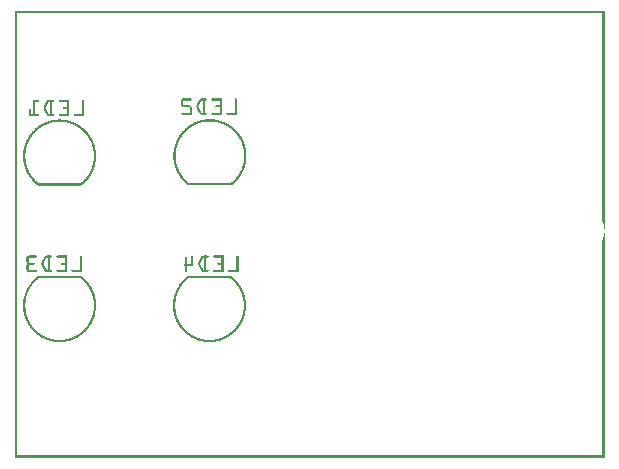
<source format=gbo>
G04 MADE WITH FRITZING*
G04 WWW.FRITZING.ORG*
G04 DOUBLE SIDED*
G04 HOLES PLATED*
G04 CONTOUR ON CENTER OF CONTOUR VECTOR*
%ASAXBY*%
%FSLAX23Y23*%
%MOIN*%
%OFA0B0*%
%SFA1.0B1.0*%
%ADD10R,0.001000X0.001000*%
%LNSILK0*%
G90*
G70*
G54D10*
X0Y1490D02*
X1965Y1490D01*
X0Y1489D02*
X1965Y1489D01*
X0Y1488D02*
X1965Y1488D01*
X0Y1487D02*
X1965Y1487D01*
X0Y1486D02*
X1965Y1486D01*
X0Y1485D02*
X1965Y1485D01*
X0Y1484D02*
X1965Y1484D01*
X0Y1483D02*
X1965Y1483D01*
X0Y1482D02*
X7Y1482D01*
X1958Y1482D02*
X1965Y1482D01*
X0Y1481D02*
X7Y1481D01*
X1958Y1481D02*
X1965Y1481D01*
X0Y1480D02*
X7Y1480D01*
X1958Y1480D02*
X1965Y1480D01*
X0Y1479D02*
X7Y1479D01*
X1958Y1479D02*
X1965Y1479D01*
X0Y1478D02*
X7Y1478D01*
X1958Y1478D02*
X1965Y1478D01*
X0Y1477D02*
X7Y1477D01*
X1958Y1477D02*
X1965Y1477D01*
X0Y1476D02*
X7Y1476D01*
X1958Y1476D02*
X1965Y1476D01*
X0Y1475D02*
X7Y1475D01*
X1958Y1475D02*
X1965Y1475D01*
X0Y1474D02*
X7Y1474D01*
X1958Y1474D02*
X1965Y1474D01*
X0Y1473D02*
X7Y1473D01*
X1958Y1473D02*
X1965Y1473D01*
X0Y1472D02*
X7Y1472D01*
X1958Y1472D02*
X1965Y1472D01*
X0Y1471D02*
X7Y1471D01*
X1958Y1471D02*
X1965Y1471D01*
X0Y1470D02*
X7Y1470D01*
X1958Y1470D02*
X1965Y1470D01*
X0Y1469D02*
X7Y1469D01*
X1958Y1469D02*
X1965Y1469D01*
X0Y1468D02*
X7Y1468D01*
X1958Y1468D02*
X1965Y1468D01*
X0Y1467D02*
X7Y1467D01*
X1958Y1467D02*
X1965Y1467D01*
X0Y1466D02*
X7Y1466D01*
X1958Y1466D02*
X1965Y1466D01*
X0Y1465D02*
X7Y1465D01*
X1958Y1465D02*
X1965Y1465D01*
X0Y1464D02*
X7Y1464D01*
X1958Y1464D02*
X1965Y1464D01*
X0Y1463D02*
X7Y1463D01*
X1958Y1463D02*
X1965Y1463D01*
X0Y1462D02*
X7Y1462D01*
X1958Y1462D02*
X1965Y1462D01*
X0Y1461D02*
X7Y1461D01*
X1958Y1461D02*
X1965Y1461D01*
X0Y1460D02*
X7Y1460D01*
X1958Y1460D02*
X1965Y1460D01*
X0Y1459D02*
X7Y1459D01*
X1958Y1459D02*
X1965Y1459D01*
X0Y1458D02*
X7Y1458D01*
X1958Y1458D02*
X1965Y1458D01*
X0Y1457D02*
X7Y1457D01*
X1958Y1457D02*
X1965Y1457D01*
X0Y1456D02*
X7Y1456D01*
X1958Y1456D02*
X1965Y1456D01*
X0Y1455D02*
X7Y1455D01*
X1958Y1455D02*
X1965Y1455D01*
X0Y1454D02*
X7Y1454D01*
X1958Y1454D02*
X1965Y1454D01*
X0Y1453D02*
X7Y1453D01*
X1958Y1453D02*
X1965Y1453D01*
X0Y1452D02*
X7Y1452D01*
X1958Y1452D02*
X1965Y1452D01*
X0Y1451D02*
X7Y1451D01*
X1958Y1451D02*
X1965Y1451D01*
X0Y1450D02*
X7Y1450D01*
X1958Y1450D02*
X1965Y1450D01*
X0Y1449D02*
X7Y1449D01*
X1958Y1449D02*
X1965Y1449D01*
X0Y1448D02*
X7Y1448D01*
X1958Y1448D02*
X1965Y1448D01*
X0Y1447D02*
X7Y1447D01*
X1958Y1447D02*
X1965Y1447D01*
X0Y1446D02*
X7Y1446D01*
X1958Y1446D02*
X1965Y1446D01*
X0Y1445D02*
X7Y1445D01*
X1958Y1445D02*
X1965Y1445D01*
X0Y1444D02*
X7Y1444D01*
X1958Y1444D02*
X1965Y1444D01*
X0Y1443D02*
X7Y1443D01*
X1958Y1443D02*
X1965Y1443D01*
X0Y1442D02*
X7Y1442D01*
X1958Y1442D02*
X1965Y1442D01*
X0Y1441D02*
X7Y1441D01*
X1958Y1441D02*
X1965Y1441D01*
X0Y1440D02*
X7Y1440D01*
X1958Y1440D02*
X1965Y1440D01*
X0Y1439D02*
X7Y1439D01*
X1958Y1439D02*
X1965Y1439D01*
X0Y1438D02*
X7Y1438D01*
X1958Y1438D02*
X1965Y1438D01*
X0Y1437D02*
X7Y1437D01*
X1958Y1437D02*
X1965Y1437D01*
X0Y1436D02*
X7Y1436D01*
X1958Y1436D02*
X1965Y1436D01*
X0Y1435D02*
X7Y1435D01*
X1958Y1435D02*
X1965Y1435D01*
X0Y1434D02*
X7Y1434D01*
X1958Y1434D02*
X1965Y1434D01*
X0Y1433D02*
X7Y1433D01*
X1958Y1433D02*
X1965Y1433D01*
X0Y1432D02*
X7Y1432D01*
X1958Y1432D02*
X1965Y1432D01*
X0Y1431D02*
X7Y1431D01*
X1958Y1431D02*
X1965Y1431D01*
X0Y1430D02*
X7Y1430D01*
X1958Y1430D02*
X1965Y1430D01*
X0Y1429D02*
X7Y1429D01*
X1958Y1429D02*
X1965Y1429D01*
X0Y1428D02*
X7Y1428D01*
X1958Y1428D02*
X1965Y1428D01*
X0Y1427D02*
X7Y1427D01*
X1958Y1427D02*
X1965Y1427D01*
X0Y1426D02*
X7Y1426D01*
X1958Y1426D02*
X1965Y1426D01*
X0Y1425D02*
X7Y1425D01*
X1958Y1425D02*
X1965Y1425D01*
X0Y1424D02*
X7Y1424D01*
X1958Y1424D02*
X1965Y1424D01*
X0Y1423D02*
X7Y1423D01*
X1958Y1423D02*
X1965Y1423D01*
X0Y1422D02*
X7Y1422D01*
X1958Y1422D02*
X1965Y1422D01*
X0Y1421D02*
X7Y1421D01*
X1958Y1421D02*
X1965Y1421D01*
X0Y1420D02*
X7Y1420D01*
X1958Y1420D02*
X1965Y1420D01*
X0Y1419D02*
X7Y1419D01*
X1958Y1419D02*
X1965Y1419D01*
X0Y1418D02*
X7Y1418D01*
X1958Y1418D02*
X1965Y1418D01*
X0Y1417D02*
X7Y1417D01*
X1958Y1417D02*
X1965Y1417D01*
X0Y1416D02*
X7Y1416D01*
X1958Y1416D02*
X1965Y1416D01*
X0Y1415D02*
X7Y1415D01*
X1958Y1415D02*
X1965Y1415D01*
X0Y1414D02*
X7Y1414D01*
X1958Y1414D02*
X1965Y1414D01*
X0Y1413D02*
X7Y1413D01*
X1958Y1413D02*
X1965Y1413D01*
X0Y1412D02*
X7Y1412D01*
X1958Y1412D02*
X1965Y1412D01*
X0Y1411D02*
X7Y1411D01*
X1958Y1411D02*
X1965Y1411D01*
X0Y1410D02*
X7Y1410D01*
X1958Y1410D02*
X1965Y1410D01*
X0Y1409D02*
X7Y1409D01*
X1958Y1409D02*
X1965Y1409D01*
X0Y1408D02*
X7Y1408D01*
X1958Y1408D02*
X1965Y1408D01*
X0Y1407D02*
X7Y1407D01*
X1958Y1407D02*
X1965Y1407D01*
X0Y1406D02*
X7Y1406D01*
X1958Y1406D02*
X1965Y1406D01*
X0Y1405D02*
X7Y1405D01*
X1958Y1405D02*
X1965Y1405D01*
X0Y1404D02*
X7Y1404D01*
X1958Y1404D02*
X1965Y1404D01*
X0Y1403D02*
X7Y1403D01*
X1958Y1403D02*
X1965Y1403D01*
X0Y1402D02*
X7Y1402D01*
X1958Y1402D02*
X1965Y1402D01*
X0Y1401D02*
X7Y1401D01*
X1958Y1401D02*
X1965Y1401D01*
X0Y1400D02*
X7Y1400D01*
X1958Y1400D02*
X1965Y1400D01*
X0Y1399D02*
X7Y1399D01*
X1958Y1399D02*
X1965Y1399D01*
X0Y1398D02*
X7Y1398D01*
X1958Y1398D02*
X1965Y1398D01*
X0Y1397D02*
X7Y1397D01*
X1958Y1397D02*
X1965Y1397D01*
X0Y1396D02*
X7Y1396D01*
X1958Y1396D02*
X1965Y1396D01*
X0Y1395D02*
X7Y1395D01*
X1958Y1395D02*
X1965Y1395D01*
X0Y1394D02*
X7Y1394D01*
X1958Y1394D02*
X1965Y1394D01*
X0Y1393D02*
X7Y1393D01*
X1958Y1393D02*
X1965Y1393D01*
X0Y1392D02*
X7Y1392D01*
X1958Y1392D02*
X1965Y1392D01*
X0Y1391D02*
X7Y1391D01*
X1958Y1391D02*
X1965Y1391D01*
X0Y1390D02*
X7Y1390D01*
X1958Y1390D02*
X1965Y1390D01*
X0Y1389D02*
X7Y1389D01*
X1958Y1389D02*
X1965Y1389D01*
X0Y1388D02*
X7Y1388D01*
X1958Y1388D02*
X1965Y1388D01*
X0Y1387D02*
X7Y1387D01*
X1958Y1387D02*
X1965Y1387D01*
X0Y1386D02*
X7Y1386D01*
X1958Y1386D02*
X1965Y1386D01*
X0Y1385D02*
X7Y1385D01*
X1958Y1385D02*
X1965Y1385D01*
X0Y1384D02*
X7Y1384D01*
X1958Y1384D02*
X1965Y1384D01*
X0Y1383D02*
X7Y1383D01*
X1958Y1383D02*
X1965Y1383D01*
X0Y1382D02*
X7Y1382D01*
X1958Y1382D02*
X1965Y1382D01*
X0Y1381D02*
X7Y1381D01*
X1958Y1381D02*
X1965Y1381D01*
X0Y1380D02*
X7Y1380D01*
X1958Y1380D02*
X1965Y1380D01*
X0Y1379D02*
X7Y1379D01*
X1958Y1379D02*
X1965Y1379D01*
X0Y1378D02*
X7Y1378D01*
X1958Y1378D02*
X1965Y1378D01*
X0Y1377D02*
X7Y1377D01*
X1958Y1377D02*
X1965Y1377D01*
X0Y1376D02*
X7Y1376D01*
X1958Y1376D02*
X1965Y1376D01*
X0Y1375D02*
X7Y1375D01*
X1958Y1375D02*
X1965Y1375D01*
X0Y1374D02*
X7Y1374D01*
X1958Y1374D02*
X1965Y1374D01*
X0Y1373D02*
X7Y1373D01*
X1958Y1373D02*
X1965Y1373D01*
X0Y1372D02*
X7Y1372D01*
X1958Y1372D02*
X1965Y1372D01*
X0Y1371D02*
X7Y1371D01*
X1958Y1371D02*
X1965Y1371D01*
X0Y1370D02*
X7Y1370D01*
X1958Y1370D02*
X1965Y1370D01*
X0Y1369D02*
X7Y1369D01*
X1958Y1369D02*
X1965Y1369D01*
X0Y1368D02*
X7Y1368D01*
X1958Y1368D02*
X1965Y1368D01*
X0Y1367D02*
X7Y1367D01*
X1958Y1367D02*
X1965Y1367D01*
X0Y1366D02*
X7Y1366D01*
X1958Y1366D02*
X1965Y1366D01*
X0Y1365D02*
X7Y1365D01*
X1958Y1365D02*
X1965Y1365D01*
X0Y1364D02*
X7Y1364D01*
X1958Y1364D02*
X1965Y1364D01*
X0Y1363D02*
X7Y1363D01*
X1958Y1363D02*
X1965Y1363D01*
X0Y1362D02*
X7Y1362D01*
X1958Y1362D02*
X1965Y1362D01*
X0Y1361D02*
X7Y1361D01*
X1958Y1361D02*
X1965Y1361D01*
X0Y1360D02*
X7Y1360D01*
X1958Y1360D02*
X1965Y1360D01*
X0Y1359D02*
X7Y1359D01*
X1958Y1359D02*
X1965Y1359D01*
X0Y1358D02*
X7Y1358D01*
X1958Y1358D02*
X1965Y1358D01*
X0Y1357D02*
X7Y1357D01*
X1958Y1357D02*
X1965Y1357D01*
X0Y1356D02*
X7Y1356D01*
X1958Y1356D02*
X1965Y1356D01*
X0Y1355D02*
X7Y1355D01*
X1958Y1355D02*
X1965Y1355D01*
X0Y1354D02*
X7Y1354D01*
X1958Y1354D02*
X1965Y1354D01*
X0Y1353D02*
X7Y1353D01*
X1958Y1353D02*
X1965Y1353D01*
X0Y1352D02*
X7Y1352D01*
X1958Y1352D02*
X1965Y1352D01*
X0Y1351D02*
X7Y1351D01*
X1958Y1351D02*
X1965Y1351D01*
X0Y1350D02*
X7Y1350D01*
X1958Y1350D02*
X1965Y1350D01*
X0Y1349D02*
X7Y1349D01*
X1958Y1349D02*
X1965Y1349D01*
X0Y1348D02*
X7Y1348D01*
X1958Y1348D02*
X1965Y1348D01*
X0Y1347D02*
X7Y1347D01*
X1958Y1347D02*
X1965Y1347D01*
X0Y1346D02*
X7Y1346D01*
X1958Y1346D02*
X1965Y1346D01*
X0Y1345D02*
X7Y1345D01*
X1958Y1345D02*
X1965Y1345D01*
X0Y1344D02*
X7Y1344D01*
X1958Y1344D02*
X1965Y1344D01*
X0Y1343D02*
X7Y1343D01*
X1958Y1343D02*
X1965Y1343D01*
X0Y1342D02*
X7Y1342D01*
X1958Y1342D02*
X1965Y1342D01*
X0Y1341D02*
X7Y1341D01*
X1958Y1341D02*
X1965Y1341D01*
X0Y1340D02*
X7Y1340D01*
X1958Y1340D02*
X1965Y1340D01*
X0Y1339D02*
X7Y1339D01*
X1958Y1339D02*
X1965Y1339D01*
X0Y1338D02*
X7Y1338D01*
X1958Y1338D02*
X1965Y1338D01*
X0Y1337D02*
X7Y1337D01*
X1958Y1337D02*
X1965Y1337D01*
X0Y1336D02*
X7Y1336D01*
X1958Y1336D02*
X1965Y1336D01*
X0Y1335D02*
X7Y1335D01*
X1958Y1335D02*
X1965Y1335D01*
X0Y1334D02*
X7Y1334D01*
X1958Y1334D02*
X1965Y1334D01*
X0Y1333D02*
X7Y1333D01*
X1958Y1333D02*
X1965Y1333D01*
X0Y1332D02*
X7Y1332D01*
X1958Y1332D02*
X1965Y1332D01*
X0Y1331D02*
X7Y1331D01*
X1958Y1331D02*
X1965Y1331D01*
X0Y1330D02*
X7Y1330D01*
X1958Y1330D02*
X1965Y1330D01*
X0Y1329D02*
X7Y1329D01*
X1958Y1329D02*
X1965Y1329D01*
X0Y1328D02*
X7Y1328D01*
X1958Y1328D02*
X1965Y1328D01*
X0Y1327D02*
X7Y1327D01*
X1958Y1327D02*
X1965Y1327D01*
X0Y1326D02*
X7Y1326D01*
X1958Y1326D02*
X1965Y1326D01*
X0Y1325D02*
X7Y1325D01*
X1958Y1325D02*
X1965Y1325D01*
X0Y1324D02*
X7Y1324D01*
X1958Y1324D02*
X1965Y1324D01*
X0Y1323D02*
X7Y1323D01*
X1958Y1323D02*
X1965Y1323D01*
X0Y1322D02*
X7Y1322D01*
X1958Y1322D02*
X1965Y1322D01*
X0Y1321D02*
X7Y1321D01*
X1958Y1321D02*
X1965Y1321D01*
X0Y1320D02*
X7Y1320D01*
X1958Y1320D02*
X1965Y1320D01*
X0Y1319D02*
X7Y1319D01*
X1958Y1319D02*
X1965Y1319D01*
X0Y1318D02*
X7Y1318D01*
X1958Y1318D02*
X1965Y1318D01*
X0Y1317D02*
X7Y1317D01*
X1958Y1317D02*
X1965Y1317D01*
X0Y1316D02*
X7Y1316D01*
X1958Y1316D02*
X1965Y1316D01*
X0Y1315D02*
X7Y1315D01*
X1958Y1315D02*
X1965Y1315D01*
X0Y1314D02*
X7Y1314D01*
X1958Y1314D02*
X1965Y1314D01*
X0Y1313D02*
X7Y1313D01*
X1958Y1313D02*
X1965Y1313D01*
X0Y1312D02*
X7Y1312D01*
X1958Y1312D02*
X1965Y1312D01*
X0Y1311D02*
X7Y1311D01*
X1958Y1311D02*
X1965Y1311D01*
X0Y1310D02*
X7Y1310D01*
X1958Y1310D02*
X1965Y1310D01*
X0Y1309D02*
X7Y1309D01*
X1958Y1309D02*
X1965Y1309D01*
X0Y1308D02*
X7Y1308D01*
X1958Y1308D02*
X1965Y1308D01*
X0Y1307D02*
X7Y1307D01*
X1958Y1307D02*
X1965Y1307D01*
X0Y1306D02*
X7Y1306D01*
X1958Y1306D02*
X1965Y1306D01*
X0Y1305D02*
X7Y1305D01*
X1958Y1305D02*
X1965Y1305D01*
X0Y1304D02*
X7Y1304D01*
X1958Y1304D02*
X1965Y1304D01*
X0Y1303D02*
X7Y1303D01*
X1958Y1303D02*
X1965Y1303D01*
X0Y1302D02*
X7Y1302D01*
X1958Y1302D02*
X1965Y1302D01*
X0Y1301D02*
X7Y1301D01*
X1958Y1301D02*
X1965Y1301D01*
X0Y1300D02*
X7Y1300D01*
X1958Y1300D02*
X1965Y1300D01*
X0Y1299D02*
X7Y1299D01*
X1958Y1299D02*
X1965Y1299D01*
X0Y1298D02*
X7Y1298D01*
X1958Y1298D02*
X1965Y1298D01*
X0Y1297D02*
X7Y1297D01*
X1958Y1297D02*
X1965Y1297D01*
X0Y1296D02*
X7Y1296D01*
X1958Y1296D02*
X1965Y1296D01*
X0Y1295D02*
X7Y1295D01*
X1958Y1295D02*
X1965Y1295D01*
X0Y1294D02*
X7Y1294D01*
X1958Y1294D02*
X1965Y1294D01*
X0Y1293D02*
X7Y1293D01*
X1958Y1293D02*
X1965Y1293D01*
X0Y1292D02*
X7Y1292D01*
X1958Y1292D02*
X1965Y1292D01*
X0Y1291D02*
X7Y1291D01*
X1958Y1291D02*
X1965Y1291D01*
X0Y1290D02*
X7Y1290D01*
X1958Y1290D02*
X1965Y1290D01*
X0Y1289D02*
X7Y1289D01*
X1958Y1289D02*
X1965Y1289D01*
X0Y1288D02*
X7Y1288D01*
X1958Y1288D02*
X1965Y1288D01*
X0Y1287D02*
X7Y1287D01*
X1958Y1287D02*
X1965Y1287D01*
X0Y1286D02*
X7Y1286D01*
X1958Y1286D02*
X1965Y1286D01*
X0Y1285D02*
X7Y1285D01*
X1958Y1285D02*
X1965Y1285D01*
X0Y1284D02*
X7Y1284D01*
X1958Y1284D02*
X1965Y1284D01*
X0Y1283D02*
X7Y1283D01*
X1958Y1283D02*
X1965Y1283D01*
X0Y1282D02*
X7Y1282D01*
X1958Y1282D02*
X1965Y1282D01*
X0Y1281D02*
X7Y1281D01*
X1958Y1281D02*
X1965Y1281D01*
X0Y1280D02*
X7Y1280D01*
X1958Y1280D02*
X1965Y1280D01*
X0Y1279D02*
X7Y1279D01*
X1958Y1279D02*
X1965Y1279D01*
X0Y1278D02*
X7Y1278D01*
X1958Y1278D02*
X1965Y1278D01*
X0Y1277D02*
X7Y1277D01*
X1958Y1277D02*
X1965Y1277D01*
X0Y1276D02*
X7Y1276D01*
X1958Y1276D02*
X1965Y1276D01*
X0Y1275D02*
X7Y1275D01*
X1958Y1275D02*
X1965Y1275D01*
X0Y1274D02*
X7Y1274D01*
X1958Y1274D02*
X1965Y1274D01*
X0Y1273D02*
X7Y1273D01*
X1958Y1273D02*
X1965Y1273D01*
X0Y1272D02*
X7Y1272D01*
X1958Y1272D02*
X1965Y1272D01*
X0Y1271D02*
X7Y1271D01*
X1958Y1271D02*
X1965Y1271D01*
X0Y1270D02*
X7Y1270D01*
X1958Y1270D02*
X1965Y1270D01*
X0Y1269D02*
X7Y1269D01*
X1958Y1269D02*
X1965Y1269D01*
X0Y1268D02*
X7Y1268D01*
X1958Y1268D02*
X1965Y1268D01*
X0Y1267D02*
X7Y1267D01*
X1958Y1267D02*
X1965Y1267D01*
X0Y1266D02*
X7Y1266D01*
X1958Y1266D02*
X1965Y1266D01*
X0Y1265D02*
X7Y1265D01*
X1958Y1265D02*
X1965Y1265D01*
X0Y1264D02*
X7Y1264D01*
X1958Y1264D02*
X1965Y1264D01*
X0Y1263D02*
X7Y1263D01*
X1958Y1263D02*
X1965Y1263D01*
X0Y1262D02*
X7Y1262D01*
X1958Y1262D02*
X1965Y1262D01*
X0Y1261D02*
X7Y1261D01*
X1958Y1261D02*
X1965Y1261D01*
X0Y1260D02*
X7Y1260D01*
X1958Y1260D02*
X1965Y1260D01*
X0Y1259D02*
X7Y1259D01*
X1958Y1259D02*
X1965Y1259D01*
X0Y1258D02*
X7Y1258D01*
X1958Y1258D02*
X1965Y1258D01*
X0Y1257D02*
X7Y1257D01*
X1958Y1257D02*
X1965Y1257D01*
X0Y1256D02*
X7Y1256D01*
X1958Y1256D02*
X1965Y1256D01*
X0Y1255D02*
X7Y1255D01*
X1958Y1255D02*
X1965Y1255D01*
X0Y1254D02*
X7Y1254D01*
X1958Y1254D02*
X1965Y1254D01*
X0Y1253D02*
X7Y1253D01*
X1958Y1253D02*
X1965Y1253D01*
X0Y1252D02*
X7Y1252D01*
X1958Y1252D02*
X1965Y1252D01*
X0Y1251D02*
X7Y1251D01*
X1958Y1251D02*
X1965Y1251D01*
X0Y1250D02*
X7Y1250D01*
X1958Y1250D02*
X1965Y1250D01*
X0Y1249D02*
X7Y1249D01*
X1958Y1249D02*
X1965Y1249D01*
X0Y1248D02*
X7Y1248D01*
X1958Y1248D02*
X1965Y1248D01*
X0Y1247D02*
X7Y1247D01*
X1958Y1247D02*
X1965Y1247D01*
X0Y1246D02*
X7Y1246D01*
X1958Y1246D02*
X1965Y1246D01*
X0Y1245D02*
X7Y1245D01*
X1958Y1245D02*
X1965Y1245D01*
X0Y1244D02*
X7Y1244D01*
X1958Y1244D02*
X1965Y1244D01*
X0Y1243D02*
X7Y1243D01*
X1958Y1243D02*
X1965Y1243D01*
X0Y1242D02*
X7Y1242D01*
X1958Y1242D02*
X1965Y1242D01*
X0Y1241D02*
X7Y1241D01*
X1958Y1241D02*
X1965Y1241D01*
X0Y1240D02*
X7Y1240D01*
X1958Y1240D02*
X1965Y1240D01*
X0Y1239D02*
X7Y1239D01*
X1958Y1239D02*
X1965Y1239D01*
X0Y1238D02*
X7Y1238D01*
X1958Y1238D02*
X1965Y1238D01*
X0Y1237D02*
X7Y1237D01*
X1958Y1237D02*
X1965Y1237D01*
X0Y1236D02*
X7Y1236D01*
X1958Y1236D02*
X1965Y1236D01*
X0Y1235D02*
X7Y1235D01*
X1958Y1235D02*
X1965Y1235D01*
X0Y1234D02*
X7Y1234D01*
X1958Y1234D02*
X1965Y1234D01*
X0Y1233D02*
X7Y1233D01*
X1958Y1233D02*
X1965Y1233D01*
X0Y1232D02*
X7Y1232D01*
X1958Y1232D02*
X1965Y1232D01*
X0Y1231D02*
X7Y1231D01*
X1958Y1231D02*
X1965Y1231D01*
X0Y1230D02*
X7Y1230D01*
X1958Y1230D02*
X1965Y1230D01*
X0Y1229D02*
X7Y1229D01*
X1958Y1229D02*
X1965Y1229D01*
X0Y1228D02*
X7Y1228D01*
X1958Y1228D02*
X1965Y1228D01*
X0Y1227D02*
X7Y1227D01*
X1958Y1227D02*
X1965Y1227D01*
X0Y1226D02*
X7Y1226D01*
X1958Y1226D02*
X1965Y1226D01*
X0Y1225D02*
X7Y1225D01*
X1958Y1225D02*
X1965Y1225D01*
X0Y1224D02*
X7Y1224D01*
X1958Y1224D02*
X1965Y1224D01*
X0Y1223D02*
X7Y1223D01*
X1958Y1223D02*
X1965Y1223D01*
X0Y1222D02*
X7Y1222D01*
X1958Y1222D02*
X1965Y1222D01*
X0Y1221D02*
X7Y1221D01*
X1958Y1221D02*
X1965Y1221D01*
X0Y1220D02*
X7Y1220D01*
X1958Y1220D02*
X1965Y1220D01*
X0Y1219D02*
X7Y1219D01*
X1958Y1219D02*
X1965Y1219D01*
X0Y1218D02*
X7Y1218D01*
X1958Y1218D02*
X1965Y1218D01*
X0Y1217D02*
X7Y1217D01*
X1958Y1217D02*
X1965Y1217D01*
X0Y1216D02*
X7Y1216D01*
X1958Y1216D02*
X1965Y1216D01*
X0Y1215D02*
X7Y1215D01*
X1958Y1215D02*
X1965Y1215D01*
X0Y1214D02*
X7Y1214D01*
X1958Y1214D02*
X1965Y1214D01*
X0Y1213D02*
X7Y1213D01*
X1958Y1213D02*
X1965Y1213D01*
X0Y1212D02*
X7Y1212D01*
X1958Y1212D02*
X1965Y1212D01*
X0Y1211D02*
X7Y1211D01*
X1958Y1211D02*
X1965Y1211D01*
X0Y1210D02*
X7Y1210D01*
X1958Y1210D02*
X1965Y1210D01*
X0Y1209D02*
X7Y1209D01*
X1958Y1209D02*
X1965Y1209D01*
X0Y1208D02*
X7Y1208D01*
X1958Y1208D02*
X1965Y1208D01*
X0Y1207D02*
X7Y1207D01*
X1958Y1207D02*
X1965Y1207D01*
X0Y1206D02*
X7Y1206D01*
X1958Y1206D02*
X1965Y1206D01*
X0Y1205D02*
X7Y1205D01*
X1958Y1205D02*
X1965Y1205D01*
X0Y1204D02*
X7Y1204D01*
X1958Y1204D02*
X1965Y1204D01*
X0Y1203D02*
X7Y1203D01*
X1958Y1203D02*
X1965Y1203D01*
X0Y1202D02*
X7Y1202D01*
X1958Y1202D02*
X1965Y1202D01*
X0Y1201D02*
X7Y1201D01*
X1958Y1201D02*
X1965Y1201D01*
X0Y1200D02*
X7Y1200D01*
X1958Y1200D02*
X1965Y1200D01*
X0Y1199D02*
X7Y1199D01*
X1958Y1199D02*
X1965Y1199D01*
X0Y1198D02*
X7Y1198D01*
X559Y1198D02*
X588Y1198D01*
X620Y1198D02*
X637Y1198D01*
X657Y1198D02*
X689Y1198D01*
X734Y1198D02*
X737Y1198D01*
X1958Y1198D02*
X1965Y1198D01*
X0Y1197D02*
X7Y1197D01*
X558Y1197D02*
X588Y1197D01*
X618Y1197D02*
X638Y1197D01*
X656Y1197D02*
X689Y1197D01*
X733Y1197D02*
X738Y1197D01*
X1958Y1197D02*
X1965Y1197D01*
X0Y1196D02*
X7Y1196D01*
X557Y1196D02*
X589Y1196D01*
X617Y1196D02*
X639Y1196D01*
X655Y1196D02*
X689Y1196D01*
X733Y1196D02*
X739Y1196D01*
X1958Y1196D02*
X1965Y1196D01*
X0Y1195D02*
X7Y1195D01*
X556Y1195D02*
X589Y1195D01*
X616Y1195D02*
X639Y1195D01*
X655Y1195D02*
X689Y1195D01*
X733Y1195D02*
X739Y1195D01*
X1958Y1195D02*
X1965Y1195D01*
X0Y1194D02*
X7Y1194D01*
X556Y1194D02*
X589Y1194D01*
X615Y1194D02*
X639Y1194D01*
X656Y1194D02*
X689Y1194D01*
X733Y1194D02*
X739Y1194D01*
X1958Y1194D02*
X1965Y1194D01*
X0Y1193D02*
X7Y1193D01*
X60Y1193D02*
X79Y1193D01*
X110Y1193D02*
X129Y1193D01*
X148Y1193D02*
X180Y1193D01*
X225Y1193D02*
X229Y1193D01*
X555Y1193D02*
X588Y1193D01*
X614Y1193D02*
X638Y1193D01*
X656Y1193D02*
X689Y1193D01*
X733Y1193D02*
X739Y1193D01*
X1958Y1193D02*
X1965Y1193D01*
X0Y1192D02*
X7Y1192D01*
X60Y1192D02*
X80Y1192D01*
X109Y1192D02*
X130Y1192D01*
X147Y1192D02*
X180Y1192D01*
X225Y1192D02*
X230Y1192D01*
X555Y1192D02*
X587Y1192D01*
X614Y1192D02*
X637Y1192D01*
X657Y1192D02*
X689Y1192D01*
X733Y1192D02*
X739Y1192D01*
X1958Y1192D02*
X1965Y1192D01*
X0Y1191D02*
X7Y1191D01*
X60Y1191D02*
X80Y1191D01*
X108Y1191D02*
X130Y1191D01*
X147Y1191D02*
X180Y1191D01*
X224Y1191D02*
X230Y1191D01*
X555Y1191D02*
X561Y1191D01*
X613Y1191D02*
X620Y1191D01*
X626Y1191D02*
X632Y1191D01*
X683Y1191D02*
X689Y1191D01*
X733Y1191D02*
X739Y1191D01*
X1958Y1191D02*
X1965Y1191D01*
X0Y1190D02*
X7Y1190D01*
X60Y1190D02*
X80Y1190D01*
X107Y1190D02*
X130Y1190D01*
X147Y1190D02*
X180Y1190D01*
X224Y1190D02*
X230Y1190D01*
X555Y1190D02*
X561Y1190D01*
X613Y1190D02*
X620Y1190D01*
X626Y1190D02*
X632Y1190D01*
X683Y1190D02*
X689Y1190D01*
X733Y1190D02*
X739Y1190D01*
X1958Y1190D02*
X1965Y1190D01*
X0Y1189D02*
X7Y1189D01*
X60Y1189D02*
X80Y1189D01*
X106Y1189D02*
X130Y1189D01*
X147Y1189D02*
X180Y1189D01*
X224Y1189D02*
X230Y1189D01*
X555Y1189D02*
X561Y1189D01*
X612Y1189D02*
X619Y1189D01*
X626Y1189D02*
X632Y1189D01*
X683Y1189D02*
X689Y1189D01*
X733Y1189D02*
X739Y1189D01*
X1958Y1189D02*
X1965Y1189D01*
X0Y1188D02*
X7Y1188D01*
X60Y1188D02*
X79Y1188D01*
X105Y1188D02*
X129Y1188D01*
X148Y1188D02*
X180Y1188D01*
X224Y1188D02*
X230Y1188D01*
X555Y1188D02*
X561Y1188D01*
X612Y1188D02*
X619Y1188D01*
X626Y1188D02*
X632Y1188D01*
X683Y1188D02*
X689Y1188D01*
X733Y1188D02*
X739Y1188D01*
X1958Y1188D02*
X1965Y1188D01*
X0Y1187D02*
X7Y1187D01*
X60Y1187D02*
X77Y1187D01*
X105Y1187D02*
X127Y1187D01*
X150Y1187D02*
X180Y1187D01*
X224Y1187D02*
X230Y1187D01*
X555Y1187D02*
X561Y1187D01*
X611Y1187D02*
X618Y1187D01*
X626Y1187D02*
X632Y1187D01*
X683Y1187D02*
X689Y1187D01*
X733Y1187D02*
X739Y1187D01*
X1958Y1187D02*
X1965Y1187D01*
X0Y1186D02*
X7Y1186D01*
X60Y1186D02*
X67Y1186D01*
X104Y1186D02*
X111Y1186D01*
X117Y1186D02*
X123Y1186D01*
X174Y1186D02*
X180Y1186D01*
X224Y1186D02*
X230Y1186D01*
X555Y1186D02*
X561Y1186D01*
X611Y1186D02*
X618Y1186D01*
X626Y1186D02*
X632Y1186D01*
X683Y1186D02*
X689Y1186D01*
X733Y1186D02*
X739Y1186D01*
X1958Y1186D02*
X1965Y1186D01*
X0Y1185D02*
X7Y1185D01*
X60Y1185D02*
X67Y1185D01*
X104Y1185D02*
X111Y1185D01*
X117Y1185D02*
X123Y1185D01*
X174Y1185D02*
X180Y1185D01*
X224Y1185D02*
X230Y1185D01*
X555Y1185D02*
X561Y1185D01*
X610Y1185D02*
X617Y1185D01*
X626Y1185D02*
X632Y1185D01*
X683Y1185D02*
X689Y1185D01*
X733Y1185D02*
X739Y1185D01*
X1958Y1185D02*
X1965Y1185D01*
X0Y1184D02*
X7Y1184D01*
X60Y1184D02*
X67Y1184D01*
X103Y1184D02*
X110Y1184D01*
X117Y1184D02*
X123Y1184D01*
X174Y1184D02*
X180Y1184D01*
X224Y1184D02*
X230Y1184D01*
X555Y1184D02*
X561Y1184D01*
X610Y1184D02*
X617Y1184D01*
X626Y1184D02*
X632Y1184D01*
X683Y1184D02*
X689Y1184D01*
X733Y1184D02*
X739Y1184D01*
X1958Y1184D02*
X1965Y1184D01*
X0Y1183D02*
X7Y1183D01*
X60Y1183D02*
X67Y1183D01*
X103Y1183D02*
X110Y1183D01*
X117Y1183D02*
X123Y1183D01*
X174Y1183D02*
X180Y1183D01*
X224Y1183D02*
X230Y1183D01*
X555Y1183D02*
X561Y1183D01*
X609Y1183D02*
X616Y1183D01*
X626Y1183D02*
X632Y1183D01*
X683Y1183D02*
X689Y1183D01*
X733Y1183D02*
X739Y1183D01*
X1958Y1183D02*
X1965Y1183D01*
X0Y1182D02*
X7Y1182D01*
X60Y1182D02*
X67Y1182D01*
X102Y1182D02*
X109Y1182D01*
X117Y1182D02*
X123Y1182D01*
X174Y1182D02*
X180Y1182D01*
X224Y1182D02*
X230Y1182D01*
X555Y1182D02*
X561Y1182D01*
X609Y1182D02*
X616Y1182D01*
X626Y1182D02*
X632Y1182D01*
X683Y1182D02*
X689Y1182D01*
X733Y1182D02*
X739Y1182D01*
X1958Y1182D02*
X1965Y1182D01*
X0Y1181D02*
X7Y1181D01*
X60Y1181D02*
X67Y1181D01*
X102Y1181D02*
X109Y1181D01*
X117Y1181D02*
X123Y1181D01*
X174Y1181D02*
X180Y1181D01*
X224Y1181D02*
X230Y1181D01*
X555Y1181D02*
X561Y1181D01*
X608Y1181D02*
X615Y1181D01*
X626Y1181D02*
X632Y1181D01*
X683Y1181D02*
X689Y1181D01*
X733Y1181D02*
X739Y1181D01*
X1958Y1181D02*
X1965Y1181D01*
X0Y1180D02*
X7Y1180D01*
X60Y1180D02*
X67Y1180D01*
X101Y1180D02*
X108Y1180D01*
X117Y1180D02*
X123Y1180D01*
X174Y1180D02*
X180Y1180D01*
X224Y1180D02*
X230Y1180D01*
X555Y1180D02*
X561Y1180D01*
X608Y1180D02*
X615Y1180D01*
X626Y1180D02*
X632Y1180D01*
X683Y1180D02*
X689Y1180D01*
X733Y1180D02*
X739Y1180D01*
X1958Y1180D02*
X1965Y1180D01*
X0Y1179D02*
X7Y1179D01*
X60Y1179D02*
X67Y1179D01*
X101Y1179D02*
X108Y1179D01*
X117Y1179D02*
X123Y1179D01*
X174Y1179D02*
X180Y1179D01*
X224Y1179D02*
X230Y1179D01*
X555Y1179D02*
X561Y1179D01*
X607Y1179D02*
X614Y1179D01*
X626Y1179D02*
X632Y1179D01*
X683Y1179D02*
X689Y1179D01*
X733Y1179D02*
X739Y1179D01*
X1958Y1179D02*
X1965Y1179D01*
X0Y1178D02*
X7Y1178D01*
X60Y1178D02*
X67Y1178D01*
X100Y1178D02*
X107Y1178D01*
X117Y1178D02*
X123Y1178D01*
X174Y1178D02*
X180Y1178D01*
X224Y1178D02*
X230Y1178D01*
X555Y1178D02*
X561Y1178D01*
X607Y1178D02*
X613Y1178D01*
X626Y1178D02*
X632Y1178D01*
X683Y1178D02*
X689Y1178D01*
X733Y1178D02*
X739Y1178D01*
X1958Y1178D02*
X1965Y1178D01*
X0Y1177D02*
X7Y1177D01*
X60Y1177D02*
X67Y1177D01*
X100Y1177D02*
X107Y1177D01*
X117Y1177D02*
X123Y1177D01*
X174Y1177D02*
X180Y1177D01*
X224Y1177D02*
X230Y1177D01*
X555Y1177D02*
X561Y1177D01*
X606Y1177D02*
X613Y1177D01*
X626Y1177D02*
X632Y1177D01*
X683Y1177D02*
X689Y1177D01*
X733Y1177D02*
X739Y1177D01*
X1958Y1177D02*
X1965Y1177D01*
X0Y1176D02*
X7Y1176D01*
X60Y1176D02*
X67Y1176D01*
X99Y1176D02*
X106Y1176D01*
X117Y1176D02*
X123Y1176D01*
X174Y1176D02*
X180Y1176D01*
X224Y1176D02*
X230Y1176D01*
X555Y1176D02*
X561Y1176D01*
X606Y1176D02*
X612Y1176D01*
X626Y1176D02*
X632Y1176D01*
X683Y1176D02*
X689Y1176D01*
X733Y1176D02*
X739Y1176D01*
X1958Y1176D02*
X1965Y1176D01*
X0Y1175D02*
X7Y1175D01*
X60Y1175D02*
X67Y1175D01*
X99Y1175D02*
X106Y1175D01*
X117Y1175D02*
X123Y1175D01*
X174Y1175D02*
X180Y1175D01*
X224Y1175D02*
X230Y1175D01*
X555Y1175D02*
X583Y1175D01*
X606Y1175D02*
X612Y1175D01*
X626Y1175D02*
X632Y1175D01*
X672Y1175D02*
X689Y1175D01*
X733Y1175D02*
X739Y1175D01*
X1958Y1175D02*
X1965Y1175D01*
X0Y1174D02*
X7Y1174D01*
X60Y1174D02*
X67Y1174D01*
X98Y1174D02*
X105Y1174D01*
X117Y1174D02*
X123Y1174D01*
X174Y1174D02*
X180Y1174D01*
X224Y1174D02*
X230Y1174D01*
X555Y1174D02*
X586Y1174D01*
X606Y1174D02*
X612Y1174D01*
X626Y1174D02*
X632Y1174D01*
X670Y1174D02*
X689Y1174D01*
X733Y1174D02*
X739Y1174D01*
X1958Y1174D02*
X1965Y1174D01*
X0Y1173D02*
X7Y1173D01*
X60Y1173D02*
X67Y1173D01*
X98Y1173D02*
X105Y1173D01*
X117Y1173D02*
X123Y1173D01*
X174Y1173D02*
X180Y1173D01*
X224Y1173D02*
X230Y1173D01*
X556Y1173D02*
X587Y1173D01*
X605Y1173D02*
X611Y1173D01*
X626Y1173D02*
X632Y1173D01*
X669Y1173D02*
X689Y1173D01*
X733Y1173D02*
X739Y1173D01*
X1958Y1173D02*
X1965Y1173D01*
X0Y1172D02*
X7Y1172D01*
X60Y1172D02*
X67Y1172D01*
X98Y1172D02*
X104Y1172D01*
X117Y1172D02*
X123Y1172D01*
X174Y1172D02*
X180Y1172D01*
X224Y1172D02*
X230Y1172D01*
X556Y1172D02*
X588Y1172D01*
X605Y1172D02*
X611Y1172D01*
X626Y1172D02*
X632Y1172D01*
X669Y1172D02*
X689Y1172D01*
X733Y1172D02*
X739Y1172D01*
X1958Y1172D02*
X1965Y1172D01*
X0Y1171D02*
X7Y1171D01*
X60Y1171D02*
X67Y1171D01*
X97Y1171D02*
X104Y1171D01*
X117Y1171D02*
X123Y1171D01*
X174Y1171D02*
X180Y1171D01*
X224Y1171D02*
X230Y1171D01*
X557Y1171D02*
X588Y1171D01*
X605Y1171D02*
X611Y1171D01*
X626Y1171D02*
X632Y1171D01*
X669Y1171D02*
X689Y1171D01*
X733Y1171D02*
X739Y1171D01*
X1958Y1171D02*
X1965Y1171D01*
X0Y1170D02*
X7Y1170D01*
X60Y1170D02*
X67Y1170D01*
X97Y1170D02*
X103Y1170D01*
X117Y1170D02*
X123Y1170D01*
X162Y1170D02*
X180Y1170D01*
X224Y1170D02*
X230Y1170D01*
X558Y1170D02*
X589Y1170D01*
X605Y1170D02*
X612Y1170D01*
X626Y1170D02*
X632Y1170D01*
X670Y1170D02*
X689Y1170D01*
X733Y1170D02*
X739Y1170D01*
X1958Y1170D02*
X1965Y1170D01*
X0Y1169D02*
X7Y1169D01*
X60Y1169D02*
X67Y1169D01*
X97Y1169D02*
X103Y1169D01*
X117Y1169D02*
X123Y1169D01*
X161Y1169D02*
X180Y1169D01*
X224Y1169D02*
X230Y1169D01*
X559Y1169D02*
X589Y1169D01*
X606Y1169D02*
X612Y1169D01*
X626Y1169D02*
X632Y1169D01*
X670Y1169D02*
X689Y1169D01*
X733Y1169D02*
X739Y1169D01*
X1958Y1169D02*
X1965Y1169D01*
X0Y1168D02*
X7Y1168D01*
X60Y1168D02*
X67Y1168D01*
X97Y1168D02*
X103Y1168D01*
X117Y1168D02*
X123Y1168D01*
X161Y1168D02*
X180Y1168D01*
X224Y1168D02*
X230Y1168D01*
X583Y1168D02*
X589Y1168D01*
X606Y1168D02*
X612Y1168D01*
X626Y1168D02*
X632Y1168D01*
X683Y1168D02*
X689Y1168D01*
X733Y1168D02*
X739Y1168D01*
X1958Y1168D02*
X1965Y1168D01*
X0Y1167D02*
X7Y1167D01*
X60Y1167D02*
X67Y1167D01*
X97Y1167D02*
X103Y1167D01*
X117Y1167D02*
X123Y1167D01*
X160Y1167D02*
X180Y1167D01*
X224Y1167D02*
X230Y1167D01*
X583Y1167D02*
X589Y1167D01*
X606Y1167D02*
X613Y1167D01*
X626Y1167D02*
X632Y1167D01*
X683Y1167D02*
X689Y1167D01*
X733Y1167D02*
X739Y1167D01*
X1958Y1167D02*
X1965Y1167D01*
X0Y1166D02*
X7Y1166D01*
X60Y1166D02*
X67Y1166D01*
X97Y1166D02*
X103Y1166D01*
X117Y1166D02*
X123Y1166D01*
X161Y1166D02*
X180Y1166D01*
X224Y1166D02*
X230Y1166D01*
X583Y1166D02*
X589Y1166D01*
X606Y1166D02*
X613Y1166D01*
X626Y1166D02*
X632Y1166D01*
X683Y1166D02*
X689Y1166D01*
X733Y1166D02*
X739Y1166D01*
X1958Y1166D02*
X1965Y1166D01*
X0Y1165D02*
X7Y1165D01*
X60Y1165D02*
X67Y1165D01*
X97Y1165D02*
X103Y1165D01*
X117Y1165D02*
X123Y1165D01*
X161Y1165D02*
X180Y1165D01*
X224Y1165D02*
X230Y1165D01*
X583Y1165D02*
X589Y1165D01*
X607Y1165D02*
X614Y1165D01*
X626Y1165D02*
X632Y1165D01*
X683Y1165D02*
X689Y1165D01*
X733Y1165D02*
X739Y1165D01*
X1958Y1165D02*
X1965Y1165D01*
X0Y1164D02*
X7Y1164D01*
X48Y1164D02*
X51Y1164D01*
X60Y1164D02*
X67Y1164D01*
X97Y1164D02*
X103Y1164D01*
X117Y1164D02*
X123Y1164D01*
X162Y1164D02*
X180Y1164D01*
X224Y1164D02*
X230Y1164D01*
X583Y1164D02*
X589Y1164D01*
X607Y1164D02*
X614Y1164D01*
X626Y1164D02*
X632Y1164D01*
X683Y1164D02*
X689Y1164D01*
X733Y1164D02*
X739Y1164D01*
X1958Y1164D02*
X1965Y1164D01*
X0Y1163D02*
X7Y1163D01*
X47Y1163D02*
X52Y1163D01*
X60Y1163D02*
X67Y1163D01*
X97Y1163D02*
X104Y1163D01*
X117Y1163D02*
X123Y1163D01*
X174Y1163D02*
X180Y1163D01*
X224Y1163D02*
X230Y1163D01*
X583Y1163D02*
X589Y1163D01*
X608Y1163D02*
X615Y1163D01*
X626Y1163D02*
X632Y1163D01*
X683Y1163D02*
X689Y1163D01*
X733Y1163D02*
X739Y1163D01*
X1958Y1163D02*
X1965Y1163D01*
X0Y1162D02*
X7Y1162D01*
X47Y1162D02*
X53Y1162D01*
X60Y1162D02*
X67Y1162D01*
X97Y1162D02*
X104Y1162D01*
X117Y1162D02*
X123Y1162D01*
X174Y1162D02*
X180Y1162D01*
X224Y1162D02*
X230Y1162D01*
X583Y1162D02*
X589Y1162D01*
X608Y1162D02*
X615Y1162D01*
X626Y1162D02*
X632Y1162D01*
X683Y1162D02*
X689Y1162D01*
X733Y1162D02*
X739Y1162D01*
X1958Y1162D02*
X1965Y1162D01*
X0Y1161D02*
X7Y1161D01*
X47Y1161D02*
X53Y1161D01*
X60Y1161D02*
X67Y1161D01*
X98Y1161D02*
X105Y1161D01*
X117Y1161D02*
X123Y1161D01*
X174Y1161D02*
X180Y1161D01*
X224Y1161D02*
X230Y1161D01*
X583Y1161D02*
X589Y1161D01*
X609Y1161D02*
X616Y1161D01*
X626Y1161D02*
X632Y1161D01*
X683Y1161D02*
X689Y1161D01*
X733Y1161D02*
X739Y1161D01*
X1958Y1161D02*
X1965Y1161D01*
X0Y1160D02*
X7Y1160D01*
X47Y1160D02*
X53Y1160D01*
X60Y1160D02*
X67Y1160D01*
X98Y1160D02*
X105Y1160D01*
X117Y1160D02*
X123Y1160D01*
X174Y1160D02*
X180Y1160D01*
X224Y1160D02*
X230Y1160D01*
X583Y1160D02*
X589Y1160D01*
X609Y1160D02*
X616Y1160D01*
X626Y1160D02*
X632Y1160D01*
X683Y1160D02*
X689Y1160D01*
X733Y1160D02*
X739Y1160D01*
X1958Y1160D02*
X1965Y1160D01*
X0Y1159D02*
X7Y1159D01*
X47Y1159D02*
X53Y1159D01*
X60Y1159D02*
X67Y1159D01*
X99Y1159D02*
X106Y1159D01*
X117Y1159D02*
X123Y1159D01*
X174Y1159D02*
X180Y1159D01*
X224Y1159D02*
X230Y1159D01*
X583Y1159D02*
X589Y1159D01*
X610Y1159D02*
X617Y1159D01*
X626Y1159D02*
X632Y1159D01*
X683Y1159D02*
X689Y1159D01*
X733Y1159D02*
X739Y1159D01*
X1958Y1159D02*
X1965Y1159D01*
X0Y1158D02*
X7Y1158D01*
X47Y1158D02*
X53Y1158D01*
X60Y1158D02*
X67Y1158D01*
X99Y1158D02*
X106Y1158D01*
X117Y1158D02*
X123Y1158D01*
X174Y1158D02*
X180Y1158D01*
X224Y1158D02*
X230Y1158D01*
X583Y1158D02*
X589Y1158D01*
X610Y1158D02*
X617Y1158D01*
X626Y1158D02*
X632Y1158D01*
X683Y1158D02*
X689Y1158D01*
X733Y1158D02*
X739Y1158D01*
X1958Y1158D02*
X1965Y1158D01*
X0Y1157D02*
X7Y1157D01*
X47Y1157D02*
X53Y1157D01*
X60Y1157D02*
X67Y1157D01*
X100Y1157D02*
X107Y1157D01*
X117Y1157D02*
X123Y1157D01*
X174Y1157D02*
X180Y1157D01*
X224Y1157D02*
X230Y1157D01*
X583Y1157D02*
X589Y1157D01*
X611Y1157D02*
X618Y1157D01*
X626Y1157D02*
X632Y1157D01*
X683Y1157D02*
X689Y1157D01*
X733Y1157D02*
X739Y1157D01*
X1958Y1157D02*
X1965Y1157D01*
X0Y1156D02*
X7Y1156D01*
X47Y1156D02*
X53Y1156D01*
X60Y1156D02*
X67Y1156D01*
X100Y1156D02*
X107Y1156D01*
X117Y1156D02*
X123Y1156D01*
X174Y1156D02*
X180Y1156D01*
X224Y1156D02*
X230Y1156D01*
X583Y1156D02*
X589Y1156D01*
X611Y1156D02*
X618Y1156D01*
X626Y1156D02*
X632Y1156D01*
X683Y1156D02*
X689Y1156D01*
X733Y1156D02*
X739Y1156D01*
X1958Y1156D02*
X1965Y1156D01*
X0Y1155D02*
X7Y1155D01*
X47Y1155D02*
X53Y1155D01*
X60Y1155D02*
X67Y1155D01*
X101Y1155D02*
X108Y1155D01*
X117Y1155D02*
X123Y1155D01*
X174Y1155D02*
X180Y1155D01*
X224Y1155D02*
X230Y1155D01*
X583Y1155D02*
X589Y1155D01*
X612Y1155D02*
X619Y1155D01*
X626Y1155D02*
X632Y1155D01*
X683Y1155D02*
X689Y1155D01*
X733Y1155D02*
X739Y1155D01*
X1958Y1155D02*
X1965Y1155D01*
X0Y1154D02*
X7Y1154D01*
X47Y1154D02*
X53Y1154D01*
X60Y1154D02*
X67Y1154D01*
X101Y1154D02*
X108Y1154D01*
X117Y1154D02*
X123Y1154D01*
X174Y1154D02*
X180Y1154D01*
X224Y1154D02*
X230Y1154D01*
X583Y1154D02*
X589Y1154D01*
X612Y1154D02*
X619Y1154D01*
X626Y1154D02*
X632Y1154D01*
X683Y1154D02*
X689Y1154D01*
X733Y1154D02*
X739Y1154D01*
X1958Y1154D02*
X1965Y1154D01*
X0Y1153D02*
X7Y1153D01*
X47Y1153D02*
X53Y1153D01*
X60Y1153D02*
X67Y1153D01*
X102Y1153D02*
X109Y1153D01*
X117Y1153D02*
X123Y1153D01*
X174Y1153D02*
X180Y1153D01*
X224Y1153D02*
X230Y1153D01*
X583Y1153D02*
X589Y1153D01*
X613Y1153D02*
X620Y1153D01*
X626Y1153D02*
X632Y1153D01*
X683Y1153D02*
X689Y1153D01*
X733Y1153D02*
X739Y1153D01*
X1958Y1153D02*
X1965Y1153D01*
X0Y1152D02*
X7Y1152D01*
X47Y1152D02*
X53Y1152D01*
X60Y1152D02*
X67Y1152D01*
X102Y1152D02*
X109Y1152D01*
X117Y1152D02*
X123Y1152D01*
X174Y1152D02*
X180Y1152D01*
X224Y1152D02*
X230Y1152D01*
X583Y1152D02*
X589Y1152D01*
X613Y1152D02*
X621Y1152D01*
X626Y1152D02*
X632Y1152D01*
X683Y1152D02*
X689Y1152D01*
X733Y1152D02*
X739Y1152D01*
X1958Y1152D02*
X1965Y1152D01*
X0Y1151D02*
X7Y1151D01*
X47Y1151D02*
X53Y1151D01*
X60Y1151D02*
X67Y1151D01*
X103Y1151D02*
X110Y1151D01*
X117Y1151D02*
X123Y1151D01*
X174Y1151D02*
X180Y1151D01*
X224Y1151D02*
X230Y1151D01*
X557Y1151D02*
X589Y1151D01*
X614Y1151D02*
X637Y1151D01*
X657Y1151D02*
X689Y1151D01*
X707Y1151D02*
X739Y1151D01*
X1958Y1151D02*
X1965Y1151D01*
X0Y1150D02*
X7Y1150D01*
X47Y1150D02*
X53Y1150D01*
X60Y1150D02*
X67Y1150D01*
X103Y1150D02*
X110Y1150D01*
X117Y1150D02*
X123Y1150D01*
X174Y1150D02*
X180Y1150D01*
X224Y1150D02*
X230Y1150D01*
X556Y1150D02*
X589Y1150D01*
X614Y1150D02*
X638Y1150D01*
X656Y1150D02*
X689Y1150D01*
X706Y1150D02*
X739Y1150D01*
X1958Y1150D02*
X1965Y1150D01*
X0Y1149D02*
X7Y1149D01*
X47Y1149D02*
X53Y1149D01*
X60Y1149D02*
X67Y1149D01*
X104Y1149D02*
X111Y1149D01*
X117Y1149D02*
X123Y1149D01*
X174Y1149D02*
X180Y1149D01*
X224Y1149D02*
X230Y1149D01*
X555Y1149D02*
X589Y1149D01*
X615Y1149D02*
X639Y1149D01*
X655Y1149D02*
X689Y1149D01*
X705Y1149D02*
X739Y1149D01*
X1958Y1149D02*
X1965Y1149D01*
X0Y1148D02*
X7Y1148D01*
X47Y1148D02*
X53Y1148D01*
X60Y1148D02*
X67Y1148D01*
X104Y1148D02*
X111Y1148D01*
X117Y1148D02*
X123Y1148D01*
X174Y1148D02*
X180Y1148D01*
X224Y1148D02*
X230Y1148D01*
X555Y1148D02*
X589Y1148D01*
X616Y1148D02*
X639Y1148D01*
X655Y1148D02*
X689Y1148D01*
X705Y1148D02*
X739Y1148D01*
X1958Y1148D02*
X1965Y1148D01*
X0Y1147D02*
X7Y1147D01*
X47Y1147D02*
X53Y1147D01*
X60Y1147D02*
X67Y1147D01*
X105Y1147D02*
X113Y1147D01*
X117Y1147D02*
X124Y1147D01*
X174Y1147D02*
X180Y1147D01*
X224Y1147D02*
X230Y1147D01*
X556Y1147D02*
X589Y1147D01*
X617Y1147D02*
X639Y1147D01*
X655Y1147D02*
X689Y1147D01*
X705Y1147D02*
X739Y1147D01*
X1958Y1147D02*
X1965Y1147D01*
X0Y1146D02*
X7Y1146D01*
X47Y1146D02*
X79Y1146D01*
X105Y1146D02*
X129Y1146D01*
X148Y1146D02*
X180Y1146D01*
X198Y1146D02*
X230Y1146D01*
X556Y1146D02*
X589Y1146D01*
X618Y1146D02*
X638Y1146D01*
X656Y1146D02*
X689Y1146D01*
X706Y1146D02*
X739Y1146D01*
X1958Y1146D02*
X1965Y1146D01*
X0Y1145D02*
X7Y1145D01*
X47Y1145D02*
X80Y1145D01*
X106Y1145D02*
X130Y1145D01*
X147Y1145D02*
X180Y1145D01*
X197Y1145D02*
X230Y1145D01*
X557Y1145D02*
X589Y1145D01*
X620Y1145D02*
X637Y1145D01*
X657Y1145D02*
X689Y1145D01*
X707Y1145D02*
X739Y1145D01*
X1958Y1145D02*
X1965Y1145D01*
X0Y1144D02*
X7Y1144D01*
X47Y1144D02*
X80Y1144D01*
X106Y1144D02*
X130Y1144D01*
X147Y1144D02*
X180Y1144D01*
X197Y1144D02*
X230Y1144D01*
X1958Y1144D02*
X1965Y1144D01*
X0Y1143D02*
X7Y1143D01*
X47Y1143D02*
X80Y1143D01*
X107Y1143D02*
X130Y1143D01*
X147Y1143D02*
X180Y1143D01*
X197Y1143D02*
X230Y1143D01*
X1958Y1143D02*
X1965Y1143D01*
X0Y1142D02*
X7Y1142D01*
X47Y1142D02*
X80Y1142D01*
X108Y1142D02*
X130Y1142D01*
X147Y1142D02*
X180Y1142D01*
X197Y1142D02*
X230Y1142D01*
X1958Y1142D02*
X1965Y1142D01*
X0Y1141D02*
X7Y1141D01*
X48Y1141D02*
X79Y1141D01*
X110Y1141D02*
X129Y1141D01*
X148Y1141D02*
X180Y1141D01*
X198Y1141D02*
X230Y1141D01*
X1958Y1141D02*
X1965Y1141D01*
X0Y1140D02*
X7Y1140D01*
X49Y1140D02*
X78Y1140D01*
X113Y1140D02*
X128Y1140D01*
X149Y1140D02*
X180Y1140D01*
X199Y1140D02*
X230Y1140D01*
X1958Y1140D02*
X1965Y1140D01*
X0Y1139D02*
X7Y1139D01*
X1958Y1139D02*
X1965Y1139D01*
X0Y1138D02*
X7Y1138D01*
X1958Y1138D02*
X1965Y1138D01*
X0Y1137D02*
X7Y1137D01*
X1958Y1137D02*
X1965Y1137D01*
X0Y1136D02*
X7Y1136D01*
X1958Y1136D02*
X1965Y1136D01*
X0Y1135D02*
X7Y1135D01*
X1958Y1135D02*
X1965Y1135D01*
X0Y1134D02*
X7Y1134D01*
X1958Y1134D02*
X1965Y1134D01*
X0Y1133D02*
X7Y1133D01*
X1958Y1133D02*
X1965Y1133D01*
X0Y1132D02*
X7Y1132D01*
X1958Y1132D02*
X1965Y1132D01*
X0Y1131D02*
X7Y1131D01*
X1958Y1131D02*
X1965Y1131D01*
X0Y1130D02*
X7Y1130D01*
X1958Y1130D02*
X1965Y1130D01*
X0Y1129D02*
X7Y1129D01*
X648Y1129D02*
X651Y1129D01*
X1958Y1129D02*
X1965Y1129D01*
X0Y1128D02*
X7Y1128D01*
X144Y1128D02*
X153Y1128D01*
X634Y1128D02*
X665Y1128D01*
X1958Y1128D02*
X1965Y1128D01*
X0Y1127D02*
X7Y1127D01*
X133Y1127D02*
X165Y1127D01*
X628Y1127D02*
X672Y1127D01*
X1958Y1127D02*
X1965Y1127D01*
X0Y1126D02*
X7Y1126D01*
X126Y1126D02*
X171Y1126D01*
X623Y1126D02*
X676Y1126D01*
X1958Y1126D02*
X1965Y1126D01*
X0Y1125D02*
X7Y1125D01*
X122Y1125D02*
X176Y1125D01*
X619Y1125D02*
X681Y1125D01*
X1958Y1125D02*
X1965Y1125D01*
X0Y1124D02*
X7Y1124D01*
X118Y1124D02*
X180Y1124D01*
X615Y1124D02*
X684Y1124D01*
X1958Y1124D02*
X1965Y1124D01*
X0Y1123D02*
X7Y1123D01*
X114Y1123D02*
X183Y1123D01*
X612Y1123D02*
X687Y1123D01*
X1958Y1123D02*
X1965Y1123D01*
X0Y1122D02*
X7Y1122D01*
X111Y1122D02*
X187Y1122D01*
X609Y1122D02*
X690Y1122D01*
X1958Y1122D02*
X1965Y1122D01*
X0Y1121D02*
X7Y1121D01*
X108Y1121D02*
X189Y1121D01*
X607Y1121D02*
X637Y1121D01*
X663Y1121D02*
X693Y1121D01*
X1958Y1121D02*
X1965Y1121D01*
X0Y1120D02*
X7Y1120D01*
X105Y1120D02*
X136Y1120D01*
X163Y1120D02*
X192Y1120D01*
X604Y1120D02*
X630Y1120D01*
X670Y1120D02*
X696Y1120D01*
X1958Y1120D02*
X1965Y1120D01*
X0Y1119D02*
X7Y1119D01*
X103Y1119D02*
X129Y1119D01*
X169Y1119D02*
X195Y1119D01*
X602Y1119D02*
X625Y1119D01*
X675Y1119D02*
X698Y1119D01*
X1958Y1119D02*
X1965Y1119D01*
X0Y1118D02*
X7Y1118D01*
X100Y1118D02*
X124Y1118D01*
X174Y1118D02*
X197Y1118D01*
X599Y1118D02*
X621Y1118D01*
X679Y1118D02*
X700Y1118D01*
X1958Y1118D02*
X1965Y1118D01*
X0Y1117D02*
X7Y1117D01*
X98Y1117D02*
X120Y1117D01*
X178Y1117D02*
X199Y1117D01*
X597Y1117D02*
X618Y1117D01*
X683Y1117D02*
X702Y1117D01*
X1958Y1117D02*
X1965Y1117D01*
X0Y1116D02*
X7Y1116D01*
X96Y1116D02*
X116Y1116D01*
X182Y1116D02*
X202Y1116D01*
X595Y1116D02*
X614Y1116D01*
X686Y1116D02*
X705Y1116D01*
X1958Y1116D02*
X1965Y1116D01*
X0Y1115D02*
X7Y1115D01*
X94Y1115D02*
X113Y1115D01*
X185Y1115D02*
X204Y1115D01*
X593Y1115D02*
X611Y1115D01*
X689Y1115D02*
X707Y1115D01*
X1958Y1115D02*
X1965Y1115D01*
X0Y1114D02*
X7Y1114D01*
X92Y1114D02*
X110Y1114D01*
X188Y1114D02*
X206Y1114D01*
X591Y1114D02*
X609Y1114D01*
X692Y1114D02*
X708Y1114D01*
X1958Y1114D02*
X1965Y1114D01*
X0Y1113D02*
X7Y1113D01*
X90Y1113D02*
X108Y1113D01*
X191Y1113D02*
X207Y1113D01*
X590Y1113D02*
X606Y1113D01*
X694Y1113D02*
X710Y1113D01*
X1958Y1113D02*
X1965Y1113D01*
X0Y1112D02*
X7Y1112D01*
X89Y1112D02*
X105Y1112D01*
X193Y1112D02*
X209Y1112D01*
X588Y1112D02*
X604Y1112D01*
X697Y1112D02*
X712Y1112D01*
X1958Y1112D02*
X1965Y1112D01*
X0Y1111D02*
X7Y1111D01*
X87Y1111D02*
X103Y1111D01*
X196Y1111D02*
X211Y1111D01*
X586Y1111D02*
X602Y1111D01*
X699Y1111D02*
X714Y1111D01*
X1958Y1111D02*
X1965Y1111D01*
X0Y1110D02*
X7Y1110D01*
X85Y1110D02*
X101Y1110D01*
X198Y1110D02*
X213Y1110D01*
X585Y1110D02*
X600Y1110D01*
X701Y1110D02*
X715Y1110D01*
X1958Y1110D02*
X1965Y1110D01*
X0Y1109D02*
X7Y1109D01*
X84Y1109D02*
X98Y1109D01*
X200Y1109D02*
X214Y1109D01*
X583Y1109D02*
X598Y1109D01*
X703Y1109D02*
X717Y1109D01*
X1958Y1109D02*
X1965Y1109D01*
X0Y1108D02*
X7Y1108D01*
X82Y1108D02*
X96Y1108D01*
X202Y1108D02*
X216Y1108D01*
X582Y1108D02*
X596Y1108D01*
X705Y1108D02*
X718Y1108D01*
X1958Y1108D02*
X1965Y1108D01*
X0Y1107D02*
X7Y1107D01*
X81Y1107D02*
X95Y1107D01*
X204Y1107D02*
X217Y1107D01*
X580Y1107D02*
X594Y1107D01*
X706Y1107D02*
X720Y1107D01*
X1958Y1107D02*
X1965Y1107D01*
X0Y1106D02*
X7Y1106D01*
X79Y1106D02*
X93Y1106D01*
X205Y1106D02*
X219Y1106D01*
X579Y1106D02*
X592Y1106D01*
X708Y1106D02*
X721Y1106D01*
X1958Y1106D02*
X1965Y1106D01*
X0Y1105D02*
X7Y1105D01*
X78Y1105D02*
X91Y1105D01*
X207Y1105D02*
X220Y1105D01*
X578Y1105D02*
X591Y1105D01*
X710Y1105D02*
X722Y1105D01*
X1958Y1105D02*
X1965Y1105D01*
X0Y1104D02*
X7Y1104D01*
X76Y1104D02*
X89Y1104D01*
X209Y1104D02*
X221Y1104D01*
X576Y1104D02*
X589Y1104D01*
X711Y1104D02*
X724Y1104D01*
X1958Y1104D02*
X1965Y1104D01*
X0Y1103D02*
X7Y1103D01*
X75Y1103D02*
X88Y1103D01*
X210Y1103D02*
X223Y1103D01*
X575Y1103D02*
X587Y1103D01*
X713Y1103D02*
X725Y1103D01*
X1958Y1103D02*
X1965Y1103D01*
X0Y1102D02*
X7Y1102D01*
X74Y1102D02*
X86Y1102D01*
X212Y1102D02*
X224Y1102D01*
X574Y1102D02*
X586Y1102D01*
X714Y1102D02*
X726Y1102D01*
X1958Y1102D02*
X1965Y1102D01*
X0Y1101D02*
X7Y1101D01*
X73Y1101D02*
X85Y1101D01*
X213Y1101D02*
X225Y1101D01*
X572Y1101D02*
X584Y1101D01*
X716Y1101D02*
X728Y1101D01*
X1958Y1101D02*
X1965Y1101D01*
X0Y1100D02*
X7Y1100D01*
X71Y1100D02*
X83Y1100D01*
X215Y1100D02*
X227Y1100D01*
X571Y1100D02*
X583Y1100D01*
X717Y1100D02*
X729Y1100D01*
X1958Y1100D02*
X1965Y1100D01*
X0Y1099D02*
X7Y1099D01*
X70Y1099D02*
X82Y1099D01*
X216Y1099D02*
X228Y1099D01*
X570Y1099D02*
X582Y1099D01*
X719Y1099D02*
X730Y1099D01*
X1958Y1099D02*
X1965Y1099D01*
X0Y1098D02*
X7Y1098D01*
X69Y1098D02*
X80Y1098D01*
X218Y1098D02*
X229Y1098D01*
X569Y1098D02*
X580Y1098D01*
X720Y1098D02*
X731Y1098D01*
X1958Y1098D02*
X1965Y1098D01*
X0Y1097D02*
X7Y1097D01*
X68Y1097D02*
X79Y1097D01*
X219Y1097D02*
X230Y1097D01*
X568Y1097D02*
X579Y1097D01*
X721Y1097D02*
X732Y1097D01*
X1958Y1097D02*
X1965Y1097D01*
X0Y1096D02*
X7Y1096D01*
X67Y1096D02*
X78Y1096D01*
X220Y1096D02*
X231Y1096D01*
X567Y1096D02*
X578Y1096D01*
X722Y1096D02*
X733Y1096D01*
X1958Y1096D02*
X1965Y1096D01*
X0Y1095D02*
X7Y1095D01*
X66Y1095D02*
X77Y1095D01*
X221Y1095D02*
X232Y1095D01*
X566Y1095D02*
X577Y1095D01*
X724Y1095D02*
X734Y1095D01*
X1958Y1095D02*
X1965Y1095D01*
X0Y1094D02*
X7Y1094D01*
X65Y1094D02*
X75Y1094D01*
X223Y1094D02*
X233Y1094D01*
X565Y1094D02*
X575Y1094D01*
X725Y1094D02*
X735Y1094D01*
X1958Y1094D02*
X1965Y1094D01*
X0Y1093D02*
X7Y1093D01*
X64Y1093D02*
X74Y1093D01*
X224Y1093D02*
X234Y1093D01*
X564Y1093D02*
X574Y1093D01*
X726Y1093D02*
X736Y1093D01*
X1958Y1093D02*
X1965Y1093D01*
X0Y1092D02*
X7Y1092D01*
X63Y1092D02*
X73Y1092D01*
X225Y1092D02*
X235Y1092D01*
X563Y1092D02*
X573Y1092D01*
X727Y1092D02*
X737Y1092D01*
X1958Y1092D02*
X1965Y1092D01*
X0Y1091D02*
X7Y1091D01*
X62Y1091D02*
X72Y1091D01*
X226Y1091D02*
X236Y1091D01*
X562Y1091D02*
X572Y1091D01*
X728Y1091D02*
X738Y1091D01*
X1958Y1091D02*
X1965Y1091D01*
X0Y1090D02*
X7Y1090D01*
X61Y1090D02*
X71Y1090D01*
X227Y1090D02*
X237Y1090D01*
X561Y1090D02*
X571Y1090D01*
X729Y1090D02*
X739Y1090D01*
X1958Y1090D02*
X1965Y1090D01*
X0Y1089D02*
X7Y1089D01*
X60Y1089D02*
X70Y1089D01*
X228Y1089D02*
X238Y1089D01*
X560Y1089D02*
X570Y1089D01*
X730Y1089D02*
X740Y1089D01*
X1958Y1089D02*
X1965Y1089D01*
X0Y1088D02*
X7Y1088D01*
X59Y1088D02*
X69Y1088D01*
X229Y1088D02*
X239Y1088D01*
X559Y1088D02*
X569Y1088D01*
X731Y1088D02*
X741Y1088D01*
X1958Y1088D02*
X1965Y1088D01*
X0Y1087D02*
X7Y1087D01*
X58Y1087D02*
X68Y1087D01*
X230Y1087D02*
X240Y1087D01*
X558Y1087D02*
X568Y1087D01*
X732Y1087D02*
X742Y1087D01*
X1958Y1087D02*
X1965Y1087D01*
X0Y1086D02*
X7Y1086D01*
X57Y1086D02*
X67Y1086D01*
X231Y1086D02*
X241Y1086D01*
X557Y1086D02*
X567Y1086D01*
X733Y1086D02*
X743Y1086D01*
X1958Y1086D02*
X1965Y1086D01*
X0Y1085D02*
X7Y1085D01*
X56Y1085D02*
X66Y1085D01*
X232Y1085D02*
X242Y1085D01*
X557Y1085D02*
X566Y1085D01*
X734Y1085D02*
X744Y1085D01*
X1958Y1085D02*
X1965Y1085D01*
X0Y1084D02*
X7Y1084D01*
X55Y1084D02*
X65Y1084D01*
X233Y1084D02*
X243Y1084D01*
X556Y1084D02*
X565Y1084D01*
X735Y1084D02*
X744Y1084D01*
X1958Y1084D02*
X1965Y1084D01*
X0Y1083D02*
X7Y1083D01*
X55Y1083D02*
X64Y1083D01*
X234Y1083D02*
X243Y1083D01*
X555Y1083D02*
X564Y1083D01*
X736Y1083D02*
X745Y1083D01*
X1958Y1083D02*
X1965Y1083D01*
X0Y1082D02*
X7Y1082D01*
X54Y1082D02*
X63Y1082D01*
X235Y1082D02*
X244Y1082D01*
X554Y1082D02*
X563Y1082D01*
X737Y1082D02*
X746Y1082D01*
X1958Y1082D02*
X1965Y1082D01*
X0Y1081D02*
X7Y1081D01*
X53Y1081D02*
X62Y1081D01*
X236Y1081D02*
X245Y1081D01*
X553Y1081D02*
X562Y1081D01*
X738Y1081D02*
X747Y1081D01*
X1958Y1081D02*
X1965Y1081D01*
X0Y1080D02*
X7Y1080D01*
X52Y1080D02*
X61Y1080D01*
X237Y1080D02*
X246Y1080D01*
X553Y1080D02*
X562Y1080D01*
X739Y1080D02*
X747Y1080D01*
X1958Y1080D02*
X1965Y1080D01*
X0Y1079D02*
X7Y1079D01*
X52Y1079D02*
X60Y1079D01*
X237Y1079D02*
X246Y1079D01*
X552Y1079D02*
X561Y1079D01*
X739Y1079D02*
X748Y1079D01*
X1958Y1079D02*
X1965Y1079D01*
X0Y1078D02*
X7Y1078D01*
X51Y1078D02*
X60Y1078D01*
X238Y1078D02*
X247Y1078D01*
X551Y1078D02*
X560Y1078D01*
X740Y1078D02*
X749Y1078D01*
X1958Y1078D02*
X1965Y1078D01*
X0Y1077D02*
X7Y1077D01*
X50Y1077D02*
X59Y1077D01*
X239Y1077D02*
X248Y1077D01*
X551Y1077D02*
X559Y1077D01*
X741Y1077D02*
X750Y1077D01*
X1958Y1077D02*
X1965Y1077D01*
X0Y1076D02*
X7Y1076D01*
X49Y1076D02*
X58Y1076D01*
X240Y1076D02*
X249Y1076D01*
X550Y1076D02*
X558Y1076D01*
X742Y1076D02*
X750Y1076D01*
X1958Y1076D02*
X1965Y1076D01*
X0Y1075D02*
X7Y1075D01*
X49Y1075D02*
X57Y1075D01*
X241Y1075D02*
X249Y1075D01*
X549Y1075D02*
X558Y1075D01*
X742Y1075D02*
X751Y1075D01*
X1958Y1075D02*
X1965Y1075D01*
X0Y1074D02*
X7Y1074D01*
X48Y1074D02*
X56Y1074D01*
X241Y1074D02*
X250Y1074D01*
X549Y1074D02*
X557Y1074D01*
X743Y1074D02*
X752Y1074D01*
X1958Y1074D02*
X1965Y1074D01*
X0Y1073D02*
X7Y1073D01*
X47Y1073D02*
X56Y1073D01*
X242Y1073D02*
X251Y1073D01*
X548Y1073D02*
X556Y1073D01*
X744Y1073D02*
X752Y1073D01*
X1958Y1073D02*
X1965Y1073D01*
X0Y1072D02*
X7Y1072D01*
X47Y1072D02*
X55Y1072D01*
X243Y1072D02*
X251Y1072D01*
X547Y1072D02*
X555Y1072D01*
X745Y1072D02*
X753Y1072D01*
X1958Y1072D02*
X1965Y1072D01*
X0Y1071D02*
X7Y1071D01*
X46Y1071D02*
X54Y1071D01*
X243Y1071D02*
X252Y1071D01*
X547Y1071D02*
X555Y1071D01*
X745Y1071D02*
X754Y1071D01*
X1958Y1071D02*
X1965Y1071D01*
X0Y1070D02*
X7Y1070D01*
X46Y1070D02*
X54Y1070D01*
X244Y1070D02*
X253Y1070D01*
X546Y1070D02*
X554Y1070D01*
X746Y1070D02*
X754Y1070D01*
X1958Y1070D02*
X1965Y1070D01*
X0Y1069D02*
X7Y1069D01*
X45Y1069D02*
X53Y1069D01*
X245Y1069D02*
X253Y1069D01*
X545Y1069D02*
X553Y1069D01*
X747Y1069D02*
X755Y1069D01*
X1958Y1069D02*
X1965Y1069D01*
X0Y1068D02*
X7Y1068D01*
X44Y1068D02*
X52Y1068D01*
X245Y1068D02*
X254Y1068D01*
X545Y1068D02*
X553Y1068D01*
X747Y1068D02*
X755Y1068D01*
X1958Y1068D02*
X1965Y1068D01*
X0Y1067D02*
X7Y1067D01*
X44Y1067D02*
X52Y1067D01*
X246Y1067D02*
X254Y1067D01*
X544Y1067D02*
X552Y1067D01*
X748Y1067D02*
X756Y1067D01*
X1958Y1067D02*
X1965Y1067D01*
X0Y1066D02*
X7Y1066D01*
X43Y1066D02*
X51Y1066D01*
X247Y1066D02*
X255Y1066D01*
X544Y1066D02*
X552Y1066D01*
X748Y1066D02*
X756Y1066D01*
X1958Y1066D02*
X1965Y1066D01*
X0Y1065D02*
X7Y1065D01*
X43Y1065D02*
X50Y1065D01*
X247Y1065D02*
X255Y1065D01*
X543Y1065D02*
X551Y1065D01*
X749Y1065D02*
X757Y1065D01*
X1958Y1065D02*
X1965Y1065D01*
X0Y1064D02*
X7Y1064D01*
X42Y1064D02*
X50Y1064D01*
X248Y1064D02*
X256Y1064D01*
X543Y1064D02*
X550Y1064D01*
X750Y1064D02*
X758Y1064D01*
X1958Y1064D02*
X1965Y1064D01*
X0Y1063D02*
X7Y1063D01*
X42Y1063D02*
X49Y1063D01*
X249Y1063D02*
X256Y1063D01*
X542Y1063D02*
X550Y1063D01*
X750Y1063D02*
X758Y1063D01*
X1958Y1063D02*
X1965Y1063D01*
X0Y1062D02*
X7Y1062D01*
X41Y1062D02*
X49Y1062D01*
X249Y1062D02*
X257Y1062D01*
X542Y1062D02*
X549Y1062D01*
X751Y1062D02*
X759Y1062D01*
X1958Y1062D02*
X1965Y1062D01*
X0Y1061D02*
X7Y1061D01*
X41Y1061D02*
X48Y1061D01*
X250Y1061D02*
X257Y1061D01*
X541Y1061D02*
X549Y1061D01*
X751Y1061D02*
X759Y1061D01*
X1958Y1061D02*
X1965Y1061D01*
X0Y1060D02*
X7Y1060D01*
X40Y1060D02*
X48Y1060D01*
X250Y1060D02*
X258Y1060D01*
X541Y1060D02*
X548Y1060D01*
X752Y1060D02*
X760Y1060D01*
X1958Y1060D02*
X1965Y1060D01*
X0Y1059D02*
X7Y1059D01*
X40Y1059D02*
X47Y1059D01*
X251Y1059D02*
X258Y1059D01*
X540Y1059D02*
X548Y1059D01*
X752Y1059D02*
X760Y1059D01*
X1958Y1059D02*
X1965Y1059D01*
X0Y1058D02*
X7Y1058D01*
X39Y1058D02*
X46Y1058D01*
X251Y1058D02*
X259Y1058D01*
X540Y1058D02*
X547Y1058D01*
X753Y1058D02*
X760Y1058D01*
X1958Y1058D02*
X1965Y1058D01*
X0Y1057D02*
X7Y1057D01*
X39Y1057D02*
X46Y1057D01*
X252Y1057D02*
X259Y1057D01*
X539Y1057D02*
X547Y1057D01*
X753Y1057D02*
X761Y1057D01*
X1958Y1057D02*
X1965Y1057D01*
X0Y1056D02*
X7Y1056D01*
X38Y1056D02*
X45Y1056D01*
X252Y1056D02*
X260Y1056D01*
X539Y1056D02*
X546Y1056D01*
X754Y1056D02*
X761Y1056D01*
X1958Y1056D02*
X1965Y1056D01*
X0Y1055D02*
X7Y1055D01*
X38Y1055D02*
X45Y1055D01*
X253Y1055D02*
X260Y1055D01*
X539Y1055D02*
X546Y1055D01*
X754Y1055D02*
X762Y1055D01*
X1958Y1055D02*
X1965Y1055D01*
X0Y1054D02*
X7Y1054D01*
X37Y1054D02*
X45Y1054D01*
X253Y1054D02*
X261Y1054D01*
X538Y1054D02*
X545Y1054D01*
X755Y1054D02*
X762Y1054D01*
X1958Y1054D02*
X1965Y1054D01*
X0Y1053D02*
X7Y1053D01*
X37Y1053D02*
X44Y1053D01*
X254Y1053D02*
X261Y1053D01*
X538Y1053D02*
X545Y1053D01*
X755Y1053D02*
X763Y1053D01*
X1958Y1053D02*
X1965Y1053D01*
X0Y1052D02*
X7Y1052D01*
X37Y1052D02*
X44Y1052D01*
X254Y1052D02*
X261Y1052D01*
X537Y1052D02*
X544Y1052D01*
X756Y1052D02*
X763Y1052D01*
X1958Y1052D02*
X1965Y1052D01*
X0Y1051D02*
X7Y1051D01*
X36Y1051D02*
X43Y1051D01*
X255Y1051D02*
X262Y1051D01*
X537Y1051D02*
X544Y1051D01*
X756Y1051D02*
X763Y1051D01*
X1958Y1051D02*
X1965Y1051D01*
X0Y1050D02*
X7Y1050D01*
X36Y1050D02*
X43Y1050D01*
X255Y1050D02*
X262Y1050D01*
X537Y1050D02*
X543Y1050D01*
X756Y1050D02*
X764Y1050D01*
X1958Y1050D02*
X1965Y1050D01*
X0Y1049D02*
X7Y1049D01*
X35Y1049D02*
X42Y1049D01*
X255Y1049D02*
X263Y1049D01*
X536Y1049D02*
X543Y1049D01*
X757Y1049D02*
X764Y1049D01*
X1958Y1049D02*
X1965Y1049D01*
X0Y1048D02*
X7Y1048D01*
X35Y1048D02*
X42Y1048D01*
X256Y1048D02*
X263Y1048D01*
X536Y1048D02*
X543Y1048D01*
X757Y1048D02*
X764Y1048D01*
X1958Y1048D02*
X1965Y1048D01*
X0Y1047D02*
X7Y1047D01*
X35Y1047D02*
X42Y1047D01*
X256Y1047D02*
X263Y1047D01*
X535Y1047D02*
X542Y1047D01*
X758Y1047D02*
X765Y1047D01*
X1958Y1047D02*
X1965Y1047D01*
X0Y1046D02*
X7Y1046D01*
X34Y1046D02*
X41Y1046D01*
X257Y1046D02*
X264Y1046D01*
X535Y1046D02*
X542Y1046D01*
X758Y1046D02*
X765Y1046D01*
X1958Y1046D02*
X1965Y1046D01*
X0Y1045D02*
X7Y1045D01*
X34Y1045D02*
X41Y1045D01*
X257Y1045D02*
X264Y1045D01*
X535Y1045D02*
X542Y1045D01*
X758Y1045D02*
X765Y1045D01*
X1958Y1045D02*
X1965Y1045D01*
X0Y1044D02*
X7Y1044D01*
X34Y1044D02*
X40Y1044D01*
X257Y1044D02*
X264Y1044D01*
X535Y1044D02*
X541Y1044D01*
X759Y1044D02*
X766Y1044D01*
X1958Y1044D02*
X1965Y1044D01*
X0Y1043D02*
X7Y1043D01*
X33Y1043D02*
X40Y1043D01*
X258Y1043D02*
X265Y1043D01*
X534Y1043D02*
X541Y1043D01*
X759Y1043D02*
X766Y1043D01*
X1958Y1043D02*
X1965Y1043D01*
X0Y1042D02*
X7Y1042D01*
X33Y1042D02*
X40Y1042D01*
X258Y1042D02*
X265Y1042D01*
X534Y1042D02*
X541Y1042D01*
X759Y1042D02*
X766Y1042D01*
X1958Y1042D02*
X1965Y1042D01*
X0Y1041D02*
X7Y1041D01*
X33Y1041D02*
X39Y1041D01*
X258Y1041D02*
X265Y1041D01*
X534Y1041D02*
X540Y1041D01*
X760Y1041D02*
X767Y1041D01*
X1958Y1041D02*
X1965Y1041D01*
X0Y1040D02*
X7Y1040D01*
X32Y1040D02*
X39Y1040D01*
X259Y1040D02*
X266Y1040D01*
X533Y1040D02*
X540Y1040D01*
X760Y1040D02*
X767Y1040D01*
X1958Y1040D02*
X1965Y1040D01*
X0Y1039D02*
X7Y1039D01*
X32Y1039D02*
X39Y1039D01*
X259Y1039D02*
X266Y1039D01*
X533Y1039D02*
X540Y1039D01*
X760Y1039D02*
X767Y1039D01*
X1958Y1039D02*
X1965Y1039D01*
X0Y1038D02*
X7Y1038D01*
X32Y1038D02*
X39Y1038D01*
X259Y1038D02*
X266Y1038D01*
X533Y1038D02*
X539Y1038D01*
X761Y1038D02*
X767Y1038D01*
X1958Y1038D02*
X1965Y1038D01*
X0Y1037D02*
X7Y1037D01*
X32Y1037D02*
X38Y1037D01*
X260Y1037D02*
X266Y1037D01*
X533Y1037D02*
X539Y1037D01*
X761Y1037D02*
X768Y1037D01*
X1958Y1037D02*
X1965Y1037D01*
X0Y1036D02*
X7Y1036D01*
X31Y1036D02*
X38Y1036D01*
X260Y1036D02*
X267Y1036D01*
X532Y1036D02*
X539Y1036D01*
X761Y1036D02*
X768Y1036D01*
X1958Y1036D02*
X1965Y1036D01*
X0Y1035D02*
X7Y1035D01*
X31Y1035D02*
X38Y1035D01*
X260Y1035D02*
X267Y1035D01*
X532Y1035D02*
X539Y1035D01*
X761Y1035D02*
X768Y1035D01*
X1958Y1035D02*
X1965Y1035D01*
X0Y1034D02*
X7Y1034D01*
X31Y1034D02*
X37Y1034D01*
X260Y1034D02*
X267Y1034D01*
X532Y1034D02*
X538Y1034D01*
X762Y1034D02*
X768Y1034D01*
X1958Y1034D02*
X1965Y1034D01*
X0Y1033D02*
X7Y1033D01*
X31Y1033D02*
X37Y1033D01*
X261Y1033D02*
X267Y1033D01*
X532Y1033D02*
X538Y1033D01*
X762Y1033D02*
X769Y1033D01*
X1958Y1033D02*
X1965Y1033D01*
X0Y1032D02*
X7Y1032D01*
X31Y1032D02*
X37Y1032D01*
X261Y1032D02*
X268Y1032D01*
X531Y1032D02*
X538Y1032D01*
X762Y1032D02*
X769Y1032D01*
X1958Y1032D02*
X1965Y1032D01*
X0Y1031D02*
X7Y1031D01*
X30Y1031D02*
X37Y1031D01*
X261Y1031D02*
X268Y1031D01*
X531Y1031D02*
X538Y1031D01*
X762Y1031D02*
X769Y1031D01*
X1958Y1031D02*
X1965Y1031D01*
X0Y1030D02*
X7Y1030D01*
X30Y1030D02*
X37Y1030D01*
X261Y1030D02*
X268Y1030D01*
X531Y1030D02*
X537Y1030D01*
X763Y1030D02*
X769Y1030D01*
X1958Y1030D02*
X1965Y1030D01*
X0Y1029D02*
X7Y1029D01*
X30Y1029D02*
X36Y1029D01*
X262Y1029D02*
X268Y1029D01*
X531Y1029D02*
X537Y1029D01*
X763Y1029D02*
X769Y1029D01*
X1958Y1029D02*
X1965Y1029D01*
X0Y1028D02*
X7Y1028D01*
X30Y1028D02*
X36Y1028D01*
X262Y1028D02*
X268Y1028D01*
X531Y1028D02*
X537Y1028D01*
X763Y1028D02*
X770Y1028D01*
X1958Y1028D02*
X1965Y1028D01*
X0Y1027D02*
X7Y1027D01*
X30Y1027D02*
X36Y1027D01*
X262Y1027D02*
X268Y1027D01*
X531Y1027D02*
X537Y1027D01*
X763Y1027D02*
X770Y1027D01*
X1958Y1027D02*
X1965Y1027D01*
X0Y1026D02*
X7Y1026D01*
X29Y1026D02*
X36Y1026D01*
X262Y1026D02*
X269Y1026D01*
X530Y1026D02*
X537Y1026D01*
X763Y1026D02*
X770Y1026D01*
X1958Y1026D02*
X1965Y1026D01*
X0Y1025D02*
X7Y1025D01*
X29Y1025D02*
X36Y1025D01*
X262Y1025D02*
X269Y1025D01*
X530Y1025D02*
X537Y1025D01*
X764Y1025D02*
X770Y1025D01*
X1958Y1025D02*
X1965Y1025D01*
X0Y1024D02*
X7Y1024D01*
X29Y1024D02*
X35Y1024D01*
X262Y1024D02*
X269Y1024D01*
X530Y1024D02*
X536Y1024D01*
X764Y1024D02*
X770Y1024D01*
X1958Y1024D02*
X1965Y1024D01*
X0Y1023D02*
X7Y1023D01*
X29Y1023D02*
X35Y1023D01*
X263Y1023D02*
X269Y1023D01*
X530Y1023D02*
X536Y1023D01*
X764Y1023D02*
X770Y1023D01*
X1958Y1023D02*
X1965Y1023D01*
X0Y1022D02*
X7Y1022D01*
X29Y1022D02*
X35Y1022D01*
X263Y1022D02*
X269Y1022D01*
X530Y1022D02*
X536Y1022D01*
X764Y1022D02*
X770Y1022D01*
X1958Y1022D02*
X1965Y1022D01*
X0Y1021D02*
X7Y1021D01*
X29Y1021D02*
X35Y1021D01*
X263Y1021D02*
X269Y1021D01*
X530Y1021D02*
X536Y1021D01*
X764Y1021D02*
X771Y1021D01*
X1958Y1021D02*
X1965Y1021D01*
X0Y1020D02*
X7Y1020D01*
X29Y1020D02*
X35Y1020D01*
X263Y1020D02*
X269Y1020D01*
X530Y1020D02*
X536Y1020D01*
X764Y1020D02*
X771Y1020D01*
X1958Y1020D02*
X1965Y1020D01*
X0Y1019D02*
X7Y1019D01*
X28Y1019D02*
X35Y1019D01*
X263Y1019D02*
X270Y1019D01*
X529Y1019D02*
X536Y1019D01*
X764Y1019D02*
X771Y1019D01*
X1958Y1019D02*
X1965Y1019D01*
X0Y1018D02*
X7Y1018D01*
X28Y1018D02*
X35Y1018D01*
X263Y1018D02*
X270Y1018D01*
X529Y1018D02*
X536Y1018D01*
X764Y1018D02*
X771Y1018D01*
X1958Y1018D02*
X1965Y1018D01*
X0Y1017D02*
X7Y1017D01*
X28Y1017D02*
X35Y1017D01*
X263Y1017D02*
X270Y1017D01*
X529Y1017D02*
X536Y1017D01*
X764Y1017D02*
X771Y1017D01*
X1958Y1017D02*
X1965Y1017D01*
X0Y1016D02*
X7Y1016D01*
X28Y1016D02*
X34Y1016D01*
X263Y1016D02*
X270Y1016D01*
X529Y1016D02*
X536Y1016D01*
X765Y1016D02*
X771Y1016D01*
X1958Y1016D02*
X1965Y1016D01*
X0Y1015D02*
X7Y1015D01*
X28Y1015D02*
X34Y1015D01*
X263Y1015D02*
X270Y1015D01*
X529Y1015D02*
X535Y1015D01*
X765Y1015D02*
X771Y1015D01*
X1958Y1015D02*
X1965Y1015D01*
X0Y1014D02*
X7Y1014D01*
X28Y1014D02*
X34Y1014D01*
X264Y1014D02*
X270Y1014D01*
X529Y1014D02*
X535Y1014D01*
X765Y1014D02*
X771Y1014D01*
X1958Y1014D02*
X1965Y1014D01*
X0Y1013D02*
X7Y1013D01*
X28Y1013D02*
X34Y1013D01*
X264Y1013D02*
X270Y1013D01*
X529Y1013D02*
X535Y1013D01*
X765Y1013D02*
X771Y1013D01*
X1958Y1013D02*
X1965Y1013D01*
X0Y1012D02*
X7Y1012D01*
X28Y1012D02*
X34Y1012D01*
X264Y1012D02*
X270Y1012D01*
X529Y1012D02*
X535Y1012D01*
X765Y1012D02*
X771Y1012D01*
X1958Y1012D02*
X1965Y1012D01*
X0Y1011D02*
X7Y1011D01*
X28Y1011D02*
X34Y1011D01*
X264Y1011D02*
X270Y1011D01*
X529Y1011D02*
X535Y1011D01*
X765Y1011D02*
X771Y1011D01*
X1958Y1011D02*
X1965Y1011D01*
X0Y1010D02*
X7Y1010D01*
X28Y1010D02*
X34Y1010D01*
X264Y1010D02*
X270Y1010D01*
X529Y1010D02*
X535Y1010D01*
X765Y1010D02*
X771Y1010D01*
X1958Y1010D02*
X1965Y1010D01*
X0Y1009D02*
X7Y1009D01*
X28Y1009D02*
X34Y1009D01*
X264Y1009D02*
X270Y1009D01*
X529Y1009D02*
X535Y1009D01*
X765Y1009D02*
X771Y1009D01*
X1958Y1009D02*
X1965Y1009D01*
X0Y1008D02*
X7Y1008D01*
X28Y1008D02*
X34Y1008D01*
X264Y1008D02*
X270Y1008D01*
X529Y1008D02*
X535Y1008D01*
X765Y1008D02*
X771Y1008D01*
X1958Y1008D02*
X1965Y1008D01*
X0Y1007D02*
X7Y1007D01*
X28Y1007D02*
X34Y1007D01*
X264Y1007D02*
X270Y1007D01*
X529Y1007D02*
X535Y1007D01*
X765Y1007D02*
X771Y1007D01*
X1958Y1007D02*
X1965Y1007D01*
X0Y1006D02*
X7Y1006D01*
X28Y1006D02*
X34Y1006D01*
X264Y1006D02*
X270Y1006D01*
X529Y1006D02*
X535Y1006D01*
X765Y1006D02*
X771Y1006D01*
X1958Y1006D02*
X1965Y1006D01*
X0Y1005D02*
X7Y1005D01*
X28Y1005D02*
X34Y1005D01*
X264Y1005D02*
X270Y1005D01*
X529Y1005D02*
X535Y1005D01*
X765Y1005D02*
X771Y1005D01*
X1958Y1005D02*
X1965Y1005D01*
X0Y1004D02*
X7Y1004D01*
X28Y1004D02*
X34Y1004D01*
X264Y1004D02*
X270Y1004D01*
X529Y1004D02*
X535Y1004D01*
X765Y1004D02*
X771Y1004D01*
X1958Y1004D02*
X1965Y1004D01*
X0Y1003D02*
X7Y1003D01*
X28Y1003D02*
X34Y1003D01*
X264Y1003D02*
X270Y1003D01*
X529Y1003D02*
X535Y1003D01*
X765Y1003D02*
X771Y1003D01*
X1958Y1003D02*
X1965Y1003D01*
X0Y1002D02*
X7Y1002D01*
X28Y1002D02*
X34Y1002D01*
X264Y1002D02*
X270Y1002D01*
X529Y1002D02*
X535Y1002D01*
X765Y1002D02*
X771Y1002D01*
X1958Y1002D02*
X1965Y1002D01*
X0Y1001D02*
X7Y1001D01*
X28Y1001D02*
X34Y1001D01*
X264Y1001D02*
X270Y1001D01*
X529Y1001D02*
X535Y1001D01*
X765Y1001D02*
X771Y1001D01*
X1958Y1001D02*
X1965Y1001D01*
X0Y1000D02*
X7Y1000D01*
X28Y1000D02*
X34Y1000D01*
X264Y1000D02*
X270Y1000D01*
X529Y1000D02*
X535Y1000D01*
X765Y1000D02*
X771Y1000D01*
X1958Y1000D02*
X1965Y1000D01*
X0Y999D02*
X7Y999D01*
X28Y999D02*
X34Y999D01*
X264Y999D02*
X270Y999D01*
X529Y999D02*
X536Y999D01*
X765Y999D02*
X771Y999D01*
X1958Y999D02*
X1965Y999D01*
X0Y998D02*
X7Y998D01*
X28Y998D02*
X34Y998D01*
X264Y998D02*
X270Y998D01*
X529Y998D02*
X536Y998D01*
X765Y998D02*
X771Y998D01*
X1958Y998D02*
X1965Y998D01*
X0Y997D02*
X7Y997D01*
X28Y997D02*
X35Y997D01*
X263Y997D02*
X270Y997D01*
X529Y997D02*
X536Y997D01*
X764Y997D02*
X771Y997D01*
X1958Y997D02*
X1965Y997D01*
X0Y996D02*
X7Y996D01*
X28Y996D02*
X35Y996D01*
X263Y996D02*
X270Y996D01*
X529Y996D02*
X536Y996D01*
X764Y996D02*
X771Y996D01*
X1958Y996D02*
X1965Y996D01*
X0Y995D02*
X7Y995D01*
X28Y995D02*
X35Y995D01*
X263Y995D02*
X270Y995D01*
X529Y995D02*
X536Y995D01*
X764Y995D02*
X771Y995D01*
X1958Y995D02*
X1965Y995D01*
X0Y994D02*
X7Y994D01*
X28Y994D02*
X35Y994D01*
X263Y994D02*
X270Y994D01*
X530Y994D02*
X536Y994D01*
X764Y994D02*
X770Y994D01*
X1958Y994D02*
X1965Y994D01*
X0Y993D02*
X7Y993D01*
X28Y993D02*
X35Y993D01*
X263Y993D02*
X269Y993D01*
X530Y993D02*
X536Y993D01*
X764Y993D02*
X770Y993D01*
X1958Y993D02*
X1965Y993D01*
X0Y992D02*
X7Y992D01*
X29Y992D02*
X35Y992D01*
X263Y992D02*
X269Y992D01*
X530Y992D02*
X536Y992D01*
X764Y992D02*
X770Y992D01*
X1958Y992D02*
X1965Y992D01*
X0Y991D02*
X7Y991D01*
X29Y991D02*
X35Y991D01*
X263Y991D02*
X269Y991D01*
X530Y991D02*
X536Y991D01*
X764Y991D02*
X770Y991D01*
X1958Y991D02*
X1965Y991D01*
X0Y990D02*
X7Y990D01*
X29Y990D02*
X35Y990D01*
X263Y990D02*
X269Y990D01*
X530Y990D02*
X537Y990D01*
X764Y990D02*
X770Y990D01*
X1958Y990D02*
X1965Y990D01*
X0Y989D02*
X7Y989D01*
X29Y989D02*
X35Y989D01*
X263Y989D02*
X269Y989D01*
X530Y989D02*
X537Y989D01*
X763Y989D02*
X770Y989D01*
X1958Y989D02*
X1965Y989D01*
X0Y988D02*
X7Y988D01*
X29Y988D02*
X36Y988D01*
X262Y988D02*
X269Y988D01*
X530Y988D02*
X537Y988D01*
X763Y988D02*
X770Y988D01*
X1958Y988D02*
X1965Y988D01*
X0Y987D02*
X7Y987D01*
X29Y987D02*
X36Y987D01*
X262Y987D02*
X269Y987D01*
X530Y987D02*
X537Y987D01*
X763Y987D02*
X770Y987D01*
X1958Y987D02*
X1965Y987D01*
X0Y986D02*
X7Y986D01*
X29Y986D02*
X36Y986D01*
X262Y986D02*
X268Y986D01*
X531Y986D02*
X537Y986D01*
X763Y986D02*
X769Y986D01*
X1958Y986D02*
X1965Y986D01*
X0Y985D02*
X7Y985D01*
X30Y985D02*
X36Y985D01*
X262Y985D02*
X268Y985D01*
X531Y985D02*
X537Y985D01*
X763Y985D02*
X769Y985D01*
X1958Y985D02*
X1965Y985D01*
X0Y984D02*
X7Y984D01*
X30Y984D02*
X36Y984D01*
X262Y984D02*
X268Y984D01*
X531Y984D02*
X538Y984D01*
X763Y984D02*
X769Y984D01*
X1958Y984D02*
X1965Y984D01*
X0Y983D02*
X7Y983D01*
X30Y983D02*
X37Y983D01*
X261Y983D02*
X268Y983D01*
X531Y983D02*
X538Y983D01*
X762Y983D02*
X769Y983D01*
X1958Y983D02*
X1965Y983D01*
X0Y982D02*
X7Y982D01*
X30Y982D02*
X37Y982D01*
X261Y982D02*
X268Y982D01*
X531Y982D02*
X538Y982D01*
X762Y982D02*
X769Y982D01*
X1958Y982D02*
X1965Y982D01*
X0Y981D02*
X7Y981D01*
X30Y981D02*
X37Y981D01*
X261Y981D02*
X267Y981D01*
X532Y981D02*
X538Y981D01*
X762Y981D02*
X768Y981D01*
X1958Y981D02*
X1965Y981D01*
X0Y980D02*
X7Y980D01*
X31Y980D02*
X37Y980D01*
X261Y980D02*
X267Y980D01*
X532Y980D02*
X539Y980D01*
X762Y980D02*
X768Y980D01*
X1958Y980D02*
X1965Y980D01*
X0Y979D02*
X7Y979D01*
X31Y979D02*
X37Y979D01*
X261Y979D02*
X267Y979D01*
X532Y979D02*
X539Y979D01*
X761Y979D02*
X768Y979D01*
X1958Y979D02*
X1965Y979D01*
X0Y978D02*
X7Y978D01*
X31Y978D02*
X38Y978D01*
X260Y978D02*
X267Y978D01*
X532Y978D02*
X539Y978D01*
X761Y978D02*
X768Y978D01*
X1958Y978D02*
X1965Y978D01*
X0Y977D02*
X7Y977D01*
X31Y977D02*
X38Y977D01*
X260Y977D02*
X267Y977D01*
X533Y977D02*
X539Y977D01*
X761Y977D02*
X767Y977D01*
X1958Y977D02*
X1965Y977D01*
X0Y976D02*
X7Y976D01*
X31Y976D02*
X38Y976D01*
X260Y976D02*
X266Y976D01*
X533Y976D02*
X540Y976D01*
X761Y976D02*
X767Y976D01*
X1958Y976D02*
X1965Y976D01*
X0Y975D02*
X7Y975D01*
X32Y975D02*
X39Y975D01*
X259Y975D02*
X266Y975D01*
X533Y975D02*
X540Y975D01*
X760Y975D02*
X767Y975D01*
X1958Y975D02*
X1965Y975D01*
X0Y974D02*
X7Y974D01*
X32Y974D02*
X39Y974D01*
X259Y974D02*
X266Y974D01*
X533Y974D02*
X540Y974D01*
X760Y974D02*
X767Y974D01*
X1958Y974D02*
X1965Y974D01*
X0Y973D02*
X7Y973D01*
X32Y973D02*
X39Y973D01*
X259Y973D02*
X266Y973D01*
X534Y973D02*
X541Y973D01*
X760Y973D02*
X766Y973D01*
X1958Y973D02*
X1965Y973D01*
X0Y972D02*
X7Y972D01*
X33Y972D02*
X40Y972D01*
X259Y972D02*
X265Y972D01*
X534Y972D02*
X541Y972D01*
X759Y972D02*
X766Y972D01*
X1958Y972D02*
X1965Y972D01*
X0Y971D02*
X7Y971D01*
X33Y971D02*
X40Y971D01*
X258Y971D02*
X265Y971D01*
X534Y971D02*
X541Y971D01*
X759Y971D02*
X766Y971D01*
X1958Y971D02*
X1965Y971D01*
X0Y970D02*
X7Y970D01*
X33Y970D02*
X40Y970D01*
X258Y970D02*
X265Y970D01*
X535Y970D02*
X542Y970D01*
X759Y970D02*
X765Y970D01*
X1958Y970D02*
X1965Y970D01*
X0Y969D02*
X7Y969D01*
X33Y969D02*
X41Y969D01*
X258Y969D02*
X264Y969D01*
X535Y969D02*
X542Y969D01*
X758Y969D02*
X765Y969D01*
X1958Y969D02*
X1965Y969D01*
X0Y968D02*
X7Y968D01*
X34Y968D02*
X41Y968D01*
X257Y968D02*
X264Y968D01*
X535Y968D02*
X542Y968D01*
X758Y968D02*
X765Y968D01*
X1958Y968D02*
X1965Y968D01*
X0Y967D02*
X7Y967D01*
X34Y967D02*
X41Y967D01*
X257Y967D02*
X264Y967D01*
X536Y967D02*
X543Y967D01*
X758Y967D02*
X764Y967D01*
X1958Y967D02*
X1965Y967D01*
X0Y966D02*
X7Y966D01*
X34Y966D02*
X42Y966D01*
X256Y966D02*
X263Y966D01*
X536Y966D02*
X543Y966D01*
X757Y966D02*
X764Y966D01*
X1958Y966D02*
X1965Y966D01*
X0Y965D02*
X7Y965D01*
X35Y965D02*
X42Y965D01*
X256Y965D02*
X263Y965D01*
X536Y965D02*
X543Y965D01*
X757Y965D02*
X764Y965D01*
X1958Y965D02*
X1965Y965D01*
X0Y964D02*
X7Y964D01*
X35Y964D02*
X42Y964D01*
X256Y964D02*
X263Y964D01*
X537Y964D02*
X544Y964D01*
X756Y964D02*
X763Y964D01*
X1958Y964D02*
X1965Y964D01*
X0Y963D02*
X7Y963D01*
X36Y963D02*
X43Y963D01*
X255Y963D02*
X262Y963D01*
X537Y963D02*
X544Y963D01*
X756Y963D02*
X763Y963D01*
X1958Y963D02*
X1965Y963D01*
X0Y962D02*
X7Y962D01*
X36Y962D02*
X43Y962D01*
X255Y962D02*
X262Y962D01*
X537Y962D02*
X545Y962D01*
X756Y962D02*
X763Y962D01*
X1958Y962D02*
X1965Y962D01*
X0Y961D02*
X7Y961D01*
X36Y961D02*
X44Y961D01*
X254Y961D02*
X261Y961D01*
X538Y961D02*
X545Y961D01*
X755Y961D02*
X762Y961D01*
X1958Y961D02*
X1965Y961D01*
X0Y960D02*
X7Y960D01*
X37Y960D02*
X44Y960D01*
X254Y960D02*
X261Y960D01*
X538Y960D02*
X546Y960D01*
X755Y960D02*
X762Y960D01*
X1958Y960D02*
X1965Y960D01*
X0Y959D02*
X7Y959D01*
X37Y959D02*
X45Y959D01*
X254Y959D02*
X261Y959D01*
X539Y959D02*
X546Y959D01*
X754Y959D02*
X761Y959D01*
X1958Y959D02*
X1965Y959D01*
X0Y958D02*
X7Y958D01*
X38Y958D02*
X45Y958D01*
X253Y958D02*
X260Y958D01*
X539Y958D02*
X547Y958D01*
X754Y958D02*
X761Y958D01*
X1958Y958D02*
X1965Y958D01*
X0Y957D02*
X7Y957D01*
X38Y957D02*
X46Y957D01*
X253Y957D02*
X260Y957D01*
X540Y957D02*
X547Y957D01*
X753Y957D02*
X760Y957D01*
X1958Y957D02*
X1965Y957D01*
X0Y956D02*
X7Y956D01*
X38Y956D02*
X46Y956D01*
X252Y956D02*
X259Y956D01*
X540Y956D02*
X548Y956D01*
X753Y956D02*
X760Y956D01*
X1958Y956D02*
X1965Y956D01*
X0Y955D02*
X7Y955D01*
X39Y955D02*
X47Y955D01*
X252Y955D02*
X259Y955D01*
X540Y955D02*
X548Y955D01*
X752Y955D02*
X760Y955D01*
X1958Y955D02*
X1965Y955D01*
X0Y954D02*
X7Y954D01*
X39Y954D02*
X47Y954D01*
X251Y954D02*
X258Y954D01*
X541Y954D02*
X549Y954D01*
X752Y954D02*
X759Y954D01*
X1958Y954D02*
X1965Y954D01*
X0Y953D02*
X7Y953D01*
X40Y953D02*
X48Y953D01*
X251Y953D02*
X258Y953D01*
X541Y953D02*
X549Y953D01*
X751Y953D02*
X759Y953D01*
X1958Y953D02*
X1965Y953D01*
X0Y952D02*
X7Y952D01*
X40Y952D02*
X48Y952D01*
X250Y952D02*
X257Y952D01*
X542Y952D02*
X550Y952D01*
X751Y952D02*
X758Y952D01*
X1958Y952D02*
X1965Y952D01*
X0Y951D02*
X7Y951D01*
X41Y951D02*
X49Y951D01*
X249Y951D02*
X257Y951D01*
X542Y951D02*
X550Y951D01*
X750Y951D02*
X758Y951D01*
X1958Y951D02*
X1965Y951D01*
X0Y950D02*
X7Y950D01*
X41Y950D02*
X49Y950D01*
X249Y950D02*
X256Y950D01*
X543Y950D02*
X551Y950D01*
X749Y950D02*
X757Y950D01*
X1958Y950D02*
X1965Y950D01*
X0Y949D02*
X7Y949D01*
X42Y949D02*
X50Y949D01*
X248Y949D02*
X256Y949D01*
X543Y949D02*
X551Y949D01*
X749Y949D02*
X757Y949D01*
X1958Y949D02*
X1965Y949D01*
X0Y948D02*
X7Y948D01*
X42Y948D02*
X50Y948D01*
X248Y948D02*
X255Y948D01*
X544Y948D02*
X552Y948D01*
X748Y948D02*
X756Y948D01*
X1958Y948D02*
X1965Y948D01*
X0Y947D02*
X7Y947D01*
X43Y947D02*
X51Y947D01*
X247Y947D02*
X255Y947D01*
X545Y947D02*
X553Y947D01*
X748Y947D02*
X755Y947D01*
X1958Y947D02*
X1965Y947D01*
X0Y946D02*
X7Y946D01*
X44Y946D02*
X52Y946D01*
X246Y946D02*
X254Y946D01*
X545Y946D02*
X553Y946D01*
X747Y946D02*
X755Y946D01*
X1958Y946D02*
X1965Y946D01*
X0Y945D02*
X7Y945D01*
X44Y945D02*
X52Y945D01*
X246Y945D02*
X254Y945D01*
X546Y945D02*
X554Y945D01*
X746Y945D02*
X754Y945D01*
X1958Y945D02*
X1965Y945D01*
X0Y944D02*
X7Y944D01*
X45Y944D02*
X53Y944D01*
X245Y944D02*
X253Y944D01*
X546Y944D02*
X555Y944D01*
X746Y944D02*
X754Y944D01*
X1958Y944D02*
X1965Y944D01*
X0Y943D02*
X7Y943D01*
X45Y943D02*
X54Y943D01*
X245Y943D02*
X253Y943D01*
X547Y943D02*
X555Y943D01*
X745Y943D02*
X753Y943D01*
X1958Y943D02*
X1965Y943D01*
X0Y942D02*
X7Y942D01*
X46Y942D02*
X54Y942D01*
X244Y942D02*
X252Y942D01*
X548Y942D02*
X556Y942D01*
X744Y942D02*
X752Y942D01*
X1958Y942D02*
X1965Y942D01*
X0Y941D02*
X7Y941D01*
X47Y941D02*
X55Y941D01*
X243Y941D02*
X251Y941D01*
X548Y941D02*
X557Y941D01*
X744Y941D02*
X752Y941D01*
X1958Y941D02*
X1965Y941D01*
X0Y940D02*
X7Y940D01*
X47Y940D02*
X56Y940D01*
X242Y940D02*
X251Y940D01*
X549Y940D02*
X557Y940D01*
X743Y940D02*
X751Y940D01*
X1958Y940D02*
X1965Y940D01*
X0Y939D02*
X7Y939D01*
X48Y939D02*
X56Y939D01*
X242Y939D02*
X250Y939D01*
X550Y939D02*
X558Y939D01*
X742Y939D02*
X750Y939D01*
X1958Y939D02*
X1965Y939D01*
X0Y938D02*
X7Y938D01*
X48Y938D02*
X57Y938D01*
X241Y938D02*
X249Y938D01*
X550Y938D02*
X559Y938D01*
X741Y938D02*
X750Y938D01*
X1958Y938D02*
X1965Y938D01*
X0Y937D02*
X7Y937D01*
X49Y937D02*
X58Y937D01*
X240Y937D02*
X249Y937D01*
X551Y937D02*
X560Y937D01*
X741Y937D02*
X749Y937D01*
X1958Y937D02*
X1965Y937D01*
X0Y936D02*
X7Y936D01*
X50Y936D02*
X59Y936D01*
X239Y936D02*
X248Y936D01*
X552Y936D02*
X560Y936D01*
X740Y936D02*
X748Y936D01*
X1958Y936D02*
X1965Y936D01*
X0Y935D02*
X7Y935D01*
X51Y935D02*
X59Y935D01*
X239Y935D02*
X247Y935D01*
X552Y935D02*
X561Y935D01*
X739Y935D02*
X748Y935D01*
X1958Y935D02*
X1965Y935D01*
X0Y934D02*
X7Y934D01*
X51Y934D02*
X60Y934D01*
X238Y934D02*
X247Y934D01*
X553Y934D02*
X562Y934D01*
X738Y934D02*
X747Y934D01*
X1958Y934D02*
X1965Y934D01*
X0Y933D02*
X7Y933D01*
X52Y933D02*
X61Y933D01*
X237Y933D02*
X246Y933D01*
X554Y933D02*
X563Y933D01*
X737Y933D02*
X746Y933D01*
X1958Y933D02*
X1965Y933D01*
X0Y932D02*
X7Y932D01*
X53Y932D02*
X62Y932D01*
X236Y932D02*
X245Y932D01*
X555Y932D02*
X564Y932D01*
X736Y932D02*
X745Y932D01*
X1958Y932D02*
X1965Y932D01*
X0Y931D02*
X7Y931D01*
X54Y931D02*
X63Y931D01*
X235Y931D02*
X244Y931D01*
X555Y931D02*
X565Y931D01*
X735Y931D02*
X745Y931D01*
X1958Y931D02*
X1965Y931D01*
X0Y930D02*
X7Y930D01*
X54Y930D02*
X64Y930D01*
X234Y930D02*
X244Y930D01*
X556Y930D02*
X566Y930D01*
X735Y930D02*
X744Y930D01*
X1958Y930D02*
X1965Y930D01*
X0Y929D02*
X7Y929D01*
X55Y929D02*
X65Y929D01*
X233Y929D02*
X243Y929D01*
X557Y929D02*
X567Y929D01*
X734Y929D02*
X743Y929D01*
X1958Y929D02*
X1965Y929D01*
X0Y928D02*
X7Y928D01*
X56Y928D02*
X65Y928D01*
X232Y928D02*
X242Y928D01*
X558Y928D02*
X567Y928D01*
X733Y928D02*
X742Y928D01*
X1958Y928D02*
X1965Y928D01*
X0Y927D02*
X7Y927D01*
X57Y927D02*
X66Y927D01*
X232Y927D02*
X241Y927D01*
X559Y927D02*
X568Y927D01*
X732Y927D02*
X741Y927D01*
X1958Y927D02*
X1965Y927D01*
X0Y926D02*
X7Y926D01*
X58Y926D02*
X67Y926D01*
X231Y926D02*
X240Y926D01*
X560Y926D02*
X569Y926D01*
X731Y926D02*
X740Y926D01*
X1958Y926D02*
X1965Y926D01*
X0Y925D02*
X7Y925D01*
X59Y925D02*
X68Y925D01*
X230Y925D02*
X239Y925D01*
X561Y925D02*
X570Y925D01*
X730Y925D02*
X740Y925D01*
X1958Y925D02*
X1965Y925D01*
X0Y924D02*
X7Y924D01*
X59Y924D02*
X69Y924D01*
X228Y924D02*
X238Y924D01*
X561Y924D02*
X572Y924D01*
X729Y924D02*
X739Y924D01*
X1958Y924D02*
X1965Y924D01*
X0Y923D02*
X7Y923D01*
X60Y923D02*
X70Y923D01*
X227Y923D02*
X237Y923D01*
X562Y923D02*
X573Y923D01*
X727Y923D02*
X738Y923D01*
X1958Y923D02*
X1965Y923D01*
X0Y922D02*
X7Y922D01*
X61Y922D02*
X72Y922D01*
X226Y922D02*
X237Y922D01*
X563Y922D02*
X574Y922D01*
X726Y922D02*
X737Y922D01*
X1958Y922D02*
X1965Y922D01*
X0Y921D02*
X7Y921D01*
X62Y921D02*
X73Y921D01*
X225Y921D02*
X236Y921D01*
X564Y921D02*
X575Y921D01*
X725Y921D02*
X736Y921D01*
X1958Y921D02*
X1965Y921D01*
X0Y920D02*
X7Y920D01*
X63Y920D02*
X74Y920D01*
X224Y920D02*
X235Y920D01*
X565Y920D02*
X576Y920D01*
X724Y920D02*
X735Y920D01*
X1958Y920D02*
X1965Y920D01*
X0Y919D02*
X7Y919D01*
X64Y919D02*
X75Y919D01*
X223Y919D02*
X234Y919D01*
X566Y919D02*
X577Y919D01*
X723Y919D02*
X734Y919D01*
X1958Y919D02*
X1965Y919D01*
X0Y918D02*
X7Y918D01*
X65Y918D02*
X76Y918D01*
X222Y918D02*
X233Y918D01*
X567Y918D02*
X578Y918D01*
X722Y918D02*
X733Y918D01*
X1958Y918D02*
X1965Y918D01*
X0Y917D02*
X7Y917D01*
X66Y917D02*
X77Y917D01*
X220Y917D02*
X232Y917D01*
X569Y917D02*
X580Y917D01*
X720Y917D02*
X732Y917D01*
X1958Y917D02*
X1965Y917D01*
X0Y916D02*
X7Y916D01*
X67Y916D02*
X79Y916D01*
X219Y916D02*
X230Y916D01*
X570Y916D02*
X730Y916D01*
X1958Y916D02*
X1965Y916D01*
X0Y915D02*
X7Y915D01*
X69Y915D02*
X229Y915D01*
X571Y915D02*
X729Y915D01*
X1958Y915D02*
X1965Y915D01*
X0Y914D02*
X7Y914D01*
X70Y914D02*
X228Y914D01*
X572Y914D02*
X728Y914D01*
X1958Y914D02*
X1965Y914D01*
X0Y913D02*
X7Y913D01*
X71Y913D02*
X227Y913D01*
X573Y913D02*
X727Y913D01*
X1958Y913D02*
X1965Y913D01*
X0Y912D02*
X7Y912D01*
X72Y912D02*
X226Y912D01*
X574Y912D02*
X726Y912D01*
X1958Y912D02*
X1965Y912D01*
X0Y911D02*
X7Y911D01*
X73Y911D02*
X225Y911D01*
X576Y911D02*
X724Y911D01*
X1958Y911D02*
X1965Y911D01*
X0Y910D02*
X7Y910D01*
X75Y910D02*
X223Y910D01*
X577Y910D02*
X723Y910D01*
X1958Y910D02*
X1965Y910D01*
X0Y909D02*
X7Y909D01*
X76Y909D02*
X222Y909D01*
X579Y909D02*
X721Y909D01*
X1958Y909D02*
X1965Y909D01*
X0Y908D02*
X7Y908D01*
X78Y908D02*
X220Y908D01*
X1958Y908D02*
X1965Y908D01*
X0Y907D02*
X7Y907D01*
X1958Y907D02*
X1965Y907D01*
X0Y906D02*
X7Y906D01*
X1958Y906D02*
X1965Y906D01*
X0Y905D02*
X7Y905D01*
X1958Y905D02*
X1965Y905D01*
X0Y904D02*
X7Y904D01*
X1958Y904D02*
X1965Y904D01*
X0Y903D02*
X7Y903D01*
X1958Y903D02*
X1965Y903D01*
X0Y902D02*
X7Y902D01*
X1958Y902D02*
X1965Y902D01*
X0Y901D02*
X7Y901D01*
X1958Y901D02*
X1965Y901D01*
X0Y900D02*
X7Y900D01*
X1958Y900D02*
X1965Y900D01*
X0Y899D02*
X7Y899D01*
X1958Y899D02*
X1965Y899D01*
X0Y898D02*
X7Y898D01*
X1958Y898D02*
X1965Y898D01*
X0Y897D02*
X7Y897D01*
X1958Y897D02*
X1965Y897D01*
X0Y896D02*
X7Y896D01*
X1958Y896D02*
X1965Y896D01*
X0Y895D02*
X7Y895D01*
X1958Y895D02*
X1965Y895D01*
X0Y894D02*
X7Y894D01*
X1958Y894D02*
X1965Y894D01*
X0Y893D02*
X7Y893D01*
X1958Y893D02*
X1965Y893D01*
X0Y892D02*
X7Y892D01*
X1958Y892D02*
X1965Y892D01*
X0Y891D02*
X7Y891D01*
X1958Y891D02*
X1965Y891D01*
X0Y890D02*
X7Y890D01*
X1958Y890D02*
X1965Y890D01*
X0Y889D02*
X7Y889D01*
X1958Y889D02*
X1965Y889D01*
X0Y888D02*
X7Y888D01*
X1958Y888D02*
X1965Y888D01*
X0Y887D02*
X7Y887D01*
X1958Y887D02*
X1965Y887D01*
X0Y886D02*
X7Y886D01*
X1958Y886D02*
X1965Y886D01*
X0Y885D02*
X7Y885D01*
X1958Y885D02*
X1965Y885D01*
X0Y884D02*
X7Y884D01*
X1958Y884D02*
X1965Y884D01*
X0Y883D02*
X7Y883D01*
X1958Y883D02*
X1965Y883D01*
X0Y882D02*
X7Y882D01*
X1958Y882D02*
X1965Y882D01*
X0Y881D02*
X7Y881D01*
X1958Y881D02*
X1965Y881D01*
X0Y880D02*
X7Y880D01*
X1958Y880D02*
X1965Y880D01*
X0Y879D02*
X7Y879D01*
X1958Y879D02*
X1965Y879D01*
X0Y878D02*
X7Y878D01*
X1958Y878D02*
X1965Y878D01*
X0Y877D02*
X7Y877D01*
X1958Y877D02*
X1965Y877D01*
X0Y876D02*
X7Y876D01*
X1958Y876D02*
X1965Y876D01*
X0Y875D02*
X7Y875D01*
X1958Y875D02*
X1965Y875D01*
X0Y874D02*
X7Y874D01*
X1958Y874D02*
X1965Y874D01*
X0Y873D02*
X7Y873D01*
X1958Y873D02*
X1965Y873D01*
X0Y872D02*
X7Y872D01*
X1958Y872D02*
X1965Y872D01*
X0Y871D02*
X7Y871D01*
X1958Y871D02*
X1965Y871D01*
X0Y870D02*
X7Y870D01*
X1958Y870D02*
X1965Y870D01*
X0Y869D02*
X7Y869D01*
X1958Y869D02*
X1965Y869D01*
X0Y868D02*
X7Y868D01*
X1958Y868D02*
X1965Y868D01*
X0Y867D02*
X7Y867D01*
X1958Y867D02*
X1965Y867D01*
X0Y866D02*
X7Y866D01*
X1958Y866D02*
X1965Y866D01*
X0Y865D02*
X7Y865D01*
X1958Y865D02*
X1965Y865D01*
X0Y864D02*
X7Y864D01*
X1958Y864D02*
X1965Y864D01*
X0Y863D02*
X7Y863D01*
X1958Y863D02*
X1965Y863D01*
X0Y862D02*
X7Y862D01*
X1958Y862D02*
X1965Y862D01*
X0Y861D02*
X7Y861D01*
X1958Y861D02*
X1965Y861D01*
X0Y860D02*
X7Y860D01*
X1958Y860D02*
X1965Y860D01*
X0Y859D02*
X7Y859D01*
X1958Y859D02*
X1965Y859D01*
X0Y858D02*
X7Y858D01*
X1958Y858D02*
X1965Y858D01*
X0Y857D02*
X7Y857D01*
X1958Y857D02*
X1965Y857D01*
X0Y856D02*
X7Y856D01*
X1958Y856D02*
X1965Y856D01*
X0Y855D02*
X7Y855D01*
X1958Y855D02*
X1965Y855D01*
X0Y854D02*
X7Y854D01*
X1958Y854D02*
X1965Y854D01*
X0Y853D02*
X7Y853D01*
X1958Y853D02*
X1965Y853D01*
X0Y852D02*
X7Y852D01*
X1958Y852D02*
X1965Y852D01*
X0Y851D02*
X7Y851D01*
X1958Y851D02*
X1965Y851D01*
X0Y850D02*
X7Y850D01*
X1958Y850D02*
X1965Y850D01*
X0Y849D02*
X7Y849D01*
X1958Y849D02*
X1965Y849D01*
X0Y848D02*
X7Y848D01*
X1958Y848D02*
X1965Y848D01*
X0Y847D02*
X7Y847D01*
X1958Y847D02*
X1965Y847D01*
X0Y846D02*
X7Y846D01*
X1958Y846D02*
X1965Y846D01*
X0Y845D02*
X7Y845D01*
X1958Y845D02*
X1965Y845D01*
X0Y844D02*
X7Y844D01*
X1958Y844D02*
X1965Y844D01*
X0Y843D02*
X7Y843D01*
X1958Y843D02*
X1965Y843D01*
X0Y842D02*
X7Y842D01*
X1958Y842D02*
X1965Y842D01*
X0Y841D02*
X7Y841D01*
X1958Y841D02*
X1965Y841D01*
X0Y840D02*
X7Y840D01*
X1958Y840D02*
X1965Y840D01*
X0Y839D02*
X7Y839D01*
X1958Y839D02*
X1965Y839D01*
X0Y838D02*
X7Y838D01*
X1958Y838D02*
X1965Y838D01*
X0Y837D02*
X7Y837D01*
X1958Y837D02*
X1965Y837D01*
X0Y836D02*
X7Y836D01*
X1958Y836D02*
X1965Y836D01*
X0Y835D02*
X7Y835D01*
X1958Y835D02*
X1965Y835D01*
X0Y834D02*
X7Y834D01*
X1958Y834D02*
X1965Y834D01*
X0Y833D02*
X7Y833D01*
X1958Y833D02*
X1965Y833D01*
X0Y832D02*
X7Y832D01*
X1958Y832D02*
X1965Y832D01*
X0Y831D02*
X7Y831D01*
X1958Y831D02*
X1965Y831D01*
X0Y830D02*
X7Y830D01*
X1958Y830D02*
X1965Y830D01*
X0Y829D02*
X7Y829D01*
X1958Y829D02*
X1965Y829D01*
X0Y828D02*
X7Y828D01*
X1958Y828D02*
X1965Y828D01*
X0Y827D02*
X7Y827D01*
X1958Y827D02*
X1965Y827D01*
X0Y826D02*
X7Y826D01*
X1958Y826D02*
X1965Y826D01*
X0Y825D02*
X7Y825D01*
X1958Y825D02*
X1965Y825D01*
X0Y824D02*
X7Y824D01*
X1958Y824D02*
X1965Y824D01*
X0Y823D02*
X7Y823D01*
X1958Y823D02*
X1965Y823D01*
X0Y822D02*
X7Y822D01*
X1958Y822D02*
X1965Y822D01*
X0Y821D02*
X7Y821D01*
X1958Y821D02*
X1965Y821D01*
X0Y820D02*
X7Y820D01*
X1958Y820D02*
X1965Y820D01*
X0Y819D02*
X7Y819D01*
X1958Y819D02*
X1965Y819D01*
X0Y818D02*
X7Y818D01*
X1958Y818D02*
X1965Y818D01*
X0Y817D02*
X7Y817D01*
X1958Y817D02*
X1965Y817D01*
X0Y816D02*
X7Y816D01*
X1958Y816D02*
X1965Y816D01*
X0Y815D02*
X7Y815D01*
X1958Y815D02*
X1965Y815D01*
X0Y814D02*
X7Y814D01*
X1958Y814D02*
X1965Y814D01*
X0Y813D02*
X7Y813D01*
X1958Y813D02*
X1965Y813D01*
X0Y812D02*
X7Y812D01*
X1958Y812D02*
X1965Y812D01*
X0Y811D02*
X7Y811D01*
X1958Y811D02*
X1965Y811D01*
X0Y810D02*
X7Y810D01*
X1958Y810D02*
X1965Y810D01*
X0Y809D02*
X7Y809D01*
X1958Y809D02*
X1965Y809D01*
X0Y808D02*
X7Y808D01*
X1958Y808D02*
X1965Y808D01*
X0Y807D02*
X7Y807D01*
X1958Y807D02*
X1965Y807D01*
X0Y806D02*
X7Y806D01*
X1958Y806D02*
X1965Y806D01*
X0Y805D02*
X7Y805D01*
X1958Y805D02*
X1965Y805D01*
X0Y804D02*
X7Y804D01*
X1958Y804D02*
X1965Y804D01*
X0Y803D02*
X7Y803D01*
X1958Y803D02*
X1965Y803D01*
X0Y802D02*
X7Y802D01*
X1958Y802D02*
X1965Y802D01*
X0Y801D02*
X7Y801D01*
X1958Y801D02*
X1965Y801D01*
X0Y800D02*
X7Y800D01*
X1958Y800D02*
X1965Y800D01*
X0Y799D02*
X7Y799D01*
X1958Y799D02*
X1965Y799D01*
X0Y798D02*
X7Y798D01*
X1958Y798D02*
X1965Y798D01*
X0Y797D02*
X7Y797D01*
X1958Y797D02*
X1965Y797D01*
X0Y796D02*
X7Y796D01*
X1958Y796D02*
X1965Y796D01*
X0Y795D02*
X7Y795D01*
X1958Y795D02*
X1965Y795D01*
X0Y794D02*
X7Y794D01*
X1958Y794D02*
X1965Y794D01*
X0Y793D02*
X7Y793D01*
X1958Y793D02*
X1965Y793D01*
X0Y792D02*
X7Y792D01*
X1958Y792D02*
X1965Y792D01*
X0Y791D02*
X7Y791D01*
X1958Y791D02*
X1965Y791D01*
X0Y790D02*
X7Y790D01*
X1958Y790D02*
X1965Y790D01*
X0Y789D02*
X7Y789D01*
X1959Y789D02*
X1965Y789D01*
X0Y788D02*
X7Y788D01*
X1959Y788D02*
X1965Y788D01*
X0Y787D02*
X7Y787D01*
X1960Y787D02*
X1965Y787D01*
X0Y786D02*
X7Y786D01*
X1960Y786D02*
X1965Y786D01*
X0Y785D02*
X7Y785D01*
X1960Y785D02*
X1965Y785D01*
X0Y784D02*
X7Y784D01*
X1961Y784D02*
X1965Y784D01*
X0Y783D02*
X7Y783D01*
X1961Y783D02*
X1965Y783D01*
X0Y782D02*
X7Y782D01*
X1962Y782D02*
X1965Y782D01*
X0Y781D02*
X7Y781D01*
X1962Y781D02*
X1965Y781D01*
X0Y780D02*
X7Y780D01*
X1962Y780D02*
X1965Y780D01*
X0Y779D02*
X7Y779D01*
X1963Y779D02*
X1965Y779D01*
X0Y778D02*
X7Y778D01*
X1963Y778D02*
X1965Y778D01*
X0Y777D02*
X7Y777D01*
X1963Y777D02*
X1965Y777D01*
X0Y776D02*
X7Y776D01*
X1963Y776D02*
X1965Y776D01*
X0Y775D02*
X7Y775D01*
X1964Y775D02*
X1965Y775D01*
X0Y774D02*
X7Y774D01*
X1964Y774D02*
X1965Y774D01*
X0Y773D02*
X7Y773D01*
X1964Y773D02*
X1965Y773D01*
X0Y772D02*
X7Y772D01*
X1964Y772D02*
X1965Y772D01*
X0Y771D02*
X7Y771D01*
X1965Y771D02*
X1965Y771D01*
X0Y770D02*
X7Y770D01*
X1965Y770D02*
X1965Y770D01*
X0Y769D02*
X7Y769D01*
X1965Y769D02*
X1965Y769D01*
X0Y768D02*
X7Y768D01*
X1965Y768D02*
X1965Y768D01*
X0Y767D02*
X7Y767D01*
X1965Y767D02*
X1965Y767D01*
X0Y766D02*
X7Y766D01*
X1965Y766D02*
X1965Y766D01*
X0Y765D02*
X7Y765D01*
X1965Y765D02*
X1965Y765D01*
X0Y764D02*
X7Y764D01*
X0Y763D02*
X7Y763D01*
X0Y762D02*
X7Y762D01*
X0Y761D02*
X7Y761D01*
X0Y760D02*
X7Y760D01*
X0Y759D02*
X7Y759D01*
X0Y758D02*
X7Y758D01*
X0Y757D02*
X7Y757D01*
X0Y756D02*
X7Y756D01*
X0Y755D02*
X7Y755D01*
X0Y754D02*
X7Y754D01*
X0Y753D02*
X7Y753D01*
X0Y752D02*
X7Y752D01*
X0Y751D02*
X7Y751D01*
X0Y750D02*
X7Y750D01*
X1965Y750D02*
X1965Y750D01*
X0Y749D02*
X7Y749D01*
X1965Y749D02*
X1965Y749D01*
X0Y748D02*
X7Y748D01*
X1965Y748D02*
X1965Y748D01*
X0Y747D02*
X7Y747D01*
X1965Y747D02*
X1965Y747D01*
X0Y746D02*
X7Y746D01*
X1965Y746D02*
X1965Y746D01*
X0Y745D02*
X7Y745D01*
X1965Y745D02*
X1965Y745D01*
X0Y744D02*
X7Y744D01*
X1965Y744D02*
X1965Y744D01*
X0Y743D02*
X7Y743D01*
X1964Y743D02*
X1965Y743D01*
X0Y742D02*
X7Y742D01*
X1964Y742D02*
X1965Y742D01*
X0Y741D02*
X7Y741D01*
X1964Y741D02*
X1965Y741D01*
X0Y740D02*
X7Y740D01*
X1964Y740D02*
X1965Y740D01*
X0Y739D02*
X7Y739D01*
X1963Y739D02*
X1965Y739D01*
X0Y738D02*
X7Y738D01*
X1963Y738D02*
X1965Y738D01*
X0Y737D02*
X7Y737D01*
X1963Y737D02*
X1965Y737D01*
X0Y736D02*
X7Y736D01*
X1963Y736D02*
X1965Y736D01*
X0Y735D02*
X7Y735D01*
X1962Y735D02*
X1965Y735D01*
X0Y734D02*
X7Y734D01*
X1962Y734D02*
X1965Y734D01*
X0Y733D02*
X7Y733D01*
X1962Y733D02*
X1965Y733D01*
X0Y732D02*
X7Y732D01*
X1961Y732D02*
X1965Y732D01*
X0Y731D02*
X7Y731D01*
X1961Y731D02*
X1965Y731D01*
X0Y730D02*
X7Y730D01*
X1960Y730D02*
X1965Y730D01*
X0Y729D02*
X7Y729D01*
X1960Y729D02*
X1965Y729D01*
X0Y728D02*
X7Y728D01*
X1960Y728D02*
X1965Y728D01*
X0Y727D02*
X7Y727D01*
X1959Y727D02*
X1965Y727D01*
X0Y726D02*
X7Y726D01*
X1959Y726D02*
X1965Y726D01*
X0Y725D02*
X7Y725D01*
X1958Y725D02*
X1965Y725D01*
X0Y724D02*
X7Y724D01*
X1958Y724D02*
X1965Y724D01*
X0Y723D02*
X7Y723D01*
X1958Y723D02*
X1965Y723D01*
X0Y722D02*
X7Y722D01*
X1958Y722D02*
X1965Y722D01*
X0Y721D02*
X7Y721D01*
X1958Y721D02*
X1965Y721D01*
X0Y720D02*
X7Y720D01*
X1958Y720D02*
X1965Y720D01*
X0Y719D02*
X7Y719D01*
X1958Y719D02*
X1965Y719D01*
X0Y718D02*
X7Y718D01*
X1958Y718D02*
X1965Y718D01*
X0Y717D02*
X7Y717D01*
X1958Y717D02*
X1965Y717D01*
X0Y716D02*
X7Y716D01*
X1958Y716D02*
X1965Y716D01*
X0Y715D02*
X7Y715D01*
X1958Y715D02*
X1965Y715D01*
X0Y714D02*
X7Y714D01*
X1958Y714D02*
X1965Y714D01*
X0Y713D02*
X7Y713D01*
X1958Y713D02*
X1965Y713D01*
X0Y712D02*
X7Y712D01*
X1958Y712D02*
X1965Y712D01*
X0Y711D02*
X7Y711D01*
X1958Y711D02*
X1965Y711D01*
X0Y710D02*
X7Y710D01*
X1958Y710D02*
X1965Y710D01*
X0Y709D02*
X7Y709D01*
X1958Y709D02*
X1965Y709D01*
X0Y708D02*
X7Y708D01*
X1958Y708D02*
X1965Y708D01*
X0Y707D02*
X7Y707D01*
X1958Y707D02*
X1965Y707D01*
X0Y706D02*
X7Y706D01*
X1958Y706D02*
X1965Y706D01*
X0Y705D02*
X7Y705D01*
X1958Y705D02*
X1965Y705D01*
X0Y704D02*
X7Y704D01*
X1958Y704D02*
X1965Y704D01*
X0Y703D02*
X7Y703D01*
X1958Y703D02*
X1965Y703D01*
X0Y702D02*
X7Y702D01*
X1958Y702D02*
X1965Y702D01*
X0Y701D02*
X7Y701D01*
X1958Y701D02*
X1965Y701D01*
X0Y700D02*
X7Y700D01*
X1958Y700D02*
X1965Y700D01*
X0Y699D02*
X7Y699D01*
X1958Y699D02*
X1965Y699D01*
X0Y698D02*
X7Y698D01*
X1958Y698D02*
X1965Y698D01*
X0Y697D02*
X7Y697D01*
X1958Y697D02*
X1965Y697D01*
X0Y696D02*
X7Y696D01*
X1958Y696D02*
X1965Y696D01*
X0Y695D02*
X7Y695D01*
X1958Y695D02*
X1965Y695D01*
X0Y694D02*
X7Y694D01*
X1958Y694D02*
X1965Y694D01*
X0Y693D02*
X7Y693D01*
X1958Y693D02*
X1965Y693D01*
X0Y692D02*
X7Y692D01*
X1958Y692D02*
X1965Y692D01*
X0Y691D02*
X7Y691D01*
X1958Y691D02*
X1965Y691D01*
X0Y690D02*
X7Y690D01*
X1958Y690D02*
X1965Y690D01*
X0Y689D02*
X7Y689D01*
X1958Y689D02*
X1965Y689D01*
X0Y688D02*
X7Y688D01*
X1958Y688D02*
X1965Y688D01*
X0Y687D02*
X7Y687D01*
X1958Y687D02*
X1965Y687D01*
X0Y686D02*
X7Y686D01*
X1958Y686D02*
X1965Y686D01*
X0Y685D02*
X7Y685D01*
X1958Y685D02*
X1965Y685D01*
X0Y684D02*
X7Y684D01*
X1958Y684D02*
X1965Y684D01*
X0Y683D02*
X7Y683D01*
X1958Y683D02*
X1965Y683D01*
X0Y682D02*
X7Y682D01*
X1958Y682D02*
X1965Y682D01*
X0Y681D02*
X7Y681D01*
X1958Y681D02*
X1965Y681D01*
X0Y680D02*
X7Y680D01*
X1958Y680D02*
X1965Y680D01*
X0Y679D02*
X7Y679D01*
X1958Y679D02*
X1965Y679D01*
X0Y678D02*
X7Y678D01*
X1958Y678D02*
X1965Y678D01*
X0Y677D02*
X7Y677D01*
X1958Y677D02*
X1965Y677D01*
X0Y676D02*
X7Y676D01*
X1958Y676D02*
X1965Y676D01*
X0Y675D02*
X7Y675D01*
X46Y675D02*
X69Y675D01*
X107Y675D02*
X119Y675D01*
X143Y675D02*
X172Y675D01*
X630Y675D02*
X641Y675D01*
X665Y675D02*
X695Y675D01*
X1958Y675D02*
X1965Y675D01*
X0Y674D02*
X7Y674D01*
X43Y674D02*
X72Y674D01*
X103Y674D02*
X122Y674D01*
X140Y674D02*
X173Y674D01*
X218Y674D02*
X222Y674D01*
X589Y674D02*
X592Y674D01*
X625Y674D02*
X644Y674D01*
X663Y674D02*
X695Y674D01*
X740Y674D02*
X744Y674D01*
X1958Y674D02*
X1965Y674D01*
X0Y673D02*
X7Y673D01*
X41Y673D02*
X72Y673D01*
X101Y673D02*
X122Y673D01*
X139Y673D02*
X173Y673D01*
X217Y673D02*
X222Y673D01*
X588Y673D02*
X593Y673D01*
X624Y673D02*
X645Y673D01*
X662Y673D02*
X695Y673D01*
X739Y673D02*
X745Y673D01*
X1958Y673D02*
X1965Y673D01*
X0Y672D02*
X7Y672D01*
X40Y672D02*
X73Y672D01*
X100Y672D02*
X123Y672D01*
X139Y672D02*
X173Y672D01*
X217Y672D02*
X223Y672D01*
X587Y672D02*
X593Y672D01*
X622Y672D02*
X645Y672D01*
X662Y672D02*
X695Y672D01*
X739Y672D02*
X745Y672D01*
X1958Y672D02*
X1965Y672D01*
X0Y671D02*
X7Y671D01*
X40Y671D02*
X73Y671D01*
X99Y671D02*
X123Y671D01*
X139Y671D02*
X173Y671D01*
X217Y671D02*
X223Y671D01*
X587Y671D02*
X593Y671D01*
X622Y671D02*
X645Y671D01*
X662Y671D02*
X695Y671D01*
X739Y671D02*
X745Y671D01*
X1958Y671D02*
X1965Y671D01*
X0Y670D02*
X7Y670D01*
X39Y670D02*
X72Y670D01*
X98Y670D02*
X122Y670D01*
X139Y670D02*
X173Y670D01*
X217Y670D02*
X223Y670D01*
X587Y670D02*
X593Y670D01*
X621Y670D02*
X645Y670D01*
X662Y670D02*
X695Y670D01*
X739Y670D02*
X745Y670D01*
X1958Y670D02*
X1965Y670D01*
X0Y669D02*
X7Y669D01*
X39Y669D02*
X72Y669D01*
X98Y669D02*
X122Y669D01*
X140Y669D02*
X173Y669D01*
X217Y669D02*
X223Y669D01*
X569Y669D02*
X570Y669D01*
X587Y669D02*
X593Y669D01*
X620Y669D02*
X644Y669D01*
X663Y669D02*
X695Y669D01*
X739Y669D02*
X745Y669D01*
X1958Y669D02*
X1965Y669D01*
X0Y668D02*
X7Y668D01*
X39Y668D02*
X69Y668D01*
X97Y668D02*
X119Y668D01*
X142Y668D02*
X173Y668D01*
X217Y668D02*
X223Y668D01*
X568Y668D02*
X572Y668D01*
X587Y668D02*
X593Y668D01*
X620Y668D02*
X642Y668D01*
X665Y668D02*
X695Y668D01*
X739Y668D02*
X745Y668D01*
X1958Y668D02*
X1965Y668D01*
X0Y667D02*
X7Y667D01*
X39Y667D02*
X45Y667D01*
X97Y667D02*
X104Y667D01*
X110Y667D02*
X116Y667D01*
X167Y667D02*
X173Y667D01*
X217Y667D02*
X223Y667D01*
X567Y667D02*
X572Y667D01*
X587Y667D02*
X593Y667D01*
X619Y667D02*
X626Y667D01*
X632Y667D02*
X638Y667D01*
X689Y667D02*
X695Y667D01*
X739Y667D02*
X745Y667D01*
X1958Y667D02*
X1965Y667D01*
X0Y666D02*
X7Y666D01*
X39Y666D02*
X45Y666D01*
X96Y666D02*
X103Y666D01*
X110Y666D02*
X116Y666D01*
X167Y666D02*
X173Y666D01*
X217Y666D02*
X223Y666D01*
X567Y666D02*
X573Y666D01*
X587Y666D02*
X593Y666D01*
X619Y666D02*
X626Y666D01*
X632Y666D02*
X638Y666D01*
X689Y666D02*
X695Y666D01*
X739Y666D02*
X745Y666D01*
X1958Y666D02*
X1965Y666D01*
X0Y665D02*
X7Y665D01*
X39Y665D02*
X45Y665D01*
X96Y665D02*
X103Y665D01*
X110Y665D02*
X116Y665D01*
X167Y665D02*
X173Y665D01*
X217Y665D02*
X223Y665D01*
X567Y665D02*
X573Y665D01*
X587Y665D02*
X593Y665D01*
X618Y665D02*
X625Y665D01*
X632Y665D02*
X638Y665D01*
X689Y665D02*
X695Y665D01*
X739Y665D02*
X745Y665D01*
X1958Y665D02*
X1965Y665D01*
X0Y664D02*
X7Y664D01*
X39Y664D02*
X45Y664D01*
X95Y664D02*
X102Y664D01*
X110Y664D02*
X116Y664D01*
X167Y664D02*
X173Y664D01*
X217Y664D02*
X223Y664D01*
X567Y664D02*
X573Y664D01*
X587Y664D02*
X593Y664D01*
X618Y664D02*
X625Y664D01*
X632Y664D02*
X638Y664D01*
X689Y664D02*
X695Y664D01*
X739Y664D02*
X745Y664D01*
X1958Y664D02*
X1965Y664D01*
X0Y663D02*
X7Y663D01*
X39Y663D02*
X45Y663D01*
X95Y663D02*
X102Y663D01*
X110Y663D02*
X116Y663D01*
X167Y663D02*
X173Y663D01*
X217Y663D02*
X223Y663D01*
X567Y663D02*
X573Y663D01*
X587Y663D02*
X593Y663D01*
X617Y663D02*
X624Y663D01*
X632Y663D02*
X638Y663D01*
X689Y663D02*
X695Y663D01*
X739Y663D02*
X745Y663D01*
X1958Y663D02*
X1965Y663D01*
X0Y662D02*
X7Y662D01*
X39Y662D02*
X45Y662D01*
X94Y662D02*
X101Y662D01*
X110Y662D02*
X116Y662D01*
X167Y662D02*
X173Y662D01*
X217Y662D02*
X223Y662D01*
X567Y662D02*
X573Y662D01*
X587Y662D02*
X593Y662D01*
X617Y662D02*
X624Y662D01*
X632Y662D02*
X638Y662D01*
X689Y662D02*
X695Y662D01*
X739Y662D02*
X745Y662D01*
X1958Y662D02*
X1965Y662D01*
X0Y661D02*
X7Y661D01*
X39Y661D02*
X45Y661D01*
X94Y661D02*
X101Y661D01*
X110Y661D02*
X116Y661D01*
X167Y661D02*
X173Y661D01*
X217Y661D02*
X223Y661D01*
X567Y661D02*
X573Y661D01*
X587Y661D02*
X593Y661D01*
X616Y661D02*
X623Y661D01*
X632Y661D02*
X638Y661D01*
X689Y661D02*
X695Y661D01*
X739Y661D02*
X745Y661D01*
X1958Y661D02*
X1965Y661D01*
X0Y660D02*
X7Y660D01*
X39Y660D02*
X45Y660D01*
X93Y660D02*
X100Y660D01*
X110Y660D02*
X116Y660D01*
X167Y660D02*
X173Y660D01*
X217Y660D02*
X223Y660D01*
X567Y660D02*
X573Y660D01*
X587Y660D02*
X593Y660D01*
X616Y660D02*
X623Y660D01*
X632Y660D02*
X638Y660D01*
X689Y660D02*
X695Y660D01*
X739Y660D02*
X745Y660D01*
X1958Y660D02*
X1965Y660D01*
X0Y659D02*
X7Y659D01*
X39Y659D02*
X45Y659D01*
X93Y659D02*
X100Y659D01*
X110Y659D02*
X116Y659D01*
X167Y659D02*
X173Y659D01*
X217Y659D02*
X223Y659D01*
X567Y659D02*
X573Y659D01*
X587Y659D02*
X593Y659D01*
X615Y659D02*
X622Y659D01*
X632Y659D02*
X638Y659D01*
X689Y659D02*
X695Y659D01*
X739Y659D02*
X745Y659D01*
X1958Y659D02*
X1965Y659D01*
X0Y658D02*
X7Y658D01*
X39Y658D02*
X45Y658D01*
X92Y658D02*
X99Y658D01*
X110Y658D02*
X116Y658D01*
X167Y658D02*
X173Y658D01*
X217Y658D02*
X223Y658D01*
X567Y658D02*
X573Y658D01*
X587Y658D02*
X593Y658D01*
X615Y658D02*
X622Y658D01*
X632Y658D02*
X638Y658D01*
X689Y658D02*
X695Y658D01*
X739Y658D02*
X745Y658D01*
X1958Y658D02*
X1965Y658D01*
X0Y657D02*
X7Y657D01*
X39Y657D02*
X45Y657D01*
X92Y657D02*
X99Y657D01*
X110Y657D02*
X116Y657D01*
X167Y657D02*
X173Y657D01*
X217Y657D02*
X223Y657D01*
X567Y657D02*
X573Y657D01*
X587Y657D02*
X593Y657D01*
X614Y657D02*
X621Y657D01*
X632Y657D02*
X638Y657D01*
X689Y657D02*
X695Y657D01*
X739Y657D02*
X745Y657D01*
X1958Y657D02*
X1965Y657D01*
X0Y656D02*
X7Y656D01*
X39Y656D02*
X45Y656D01*
X91Y656D02*
X98Y656D01*
X110Y656D02*
X116Y656D01*
X167Y656D02*
X173Y656D01*
X217Y656D02*
X223Y656D01*
X567Y656D02*
X573Y656D01*
X587Y656D02*
X593Y656D01*
X614Y656D02*
X621Y656D01*
X632Y656D02*
X638Y656D01*
X689Y656D02*
X695Y656D01*
X739Y656D02*
X745Y656D01*
X1958Y656D02*
X1965Y656D01*
X0Y655D02*
X7Y655D01*
X39Y655D02*
X45Y655D01*
X91Y655D02*
X98Y655D01*
X110Y655D02*
X116Y655D01*
X167Y655D02*
X173Y655D01*
X217Y655D02*
X223Y655D01*
X567Y655D02*
X573Y655D01*
X587Y655D02*
X593Y655D01*
X613Y655D02*
X620Y655D01*
X632Y655D02*
X638Y655D01*
X689Y655D02*
X695Y655D01*
X739Y655D02*
X745Y655D01*
X1958Y655D02*
X1965Y655D01*
X0Y654D02*
X7Y654D01*
X39Y654D02*
X45Y654D01*
X90Y654D02*
X97Y654D01*
X110Y654D02*
X116Y654D01*
X167Y654D02*
X173Y654D01*
X217Y654D02*
X223Y654D01*
X567Y654D02*
X573Y654D01*
X587Y654D02*
X593Y654D01*
X613Y654D02*
X620Y654D01*
X632Y654D02*
X638Y654D01*
X689Y654D02*
X695Y654D01*
X739Y654D02*
X745Y654D01*
X1958Y654D02*
X1965Y654D01*
X0Y653D02*
X7Y653D01*
X39Y653D02*
X46Y653D01*
X90Y653D02*
X97Y653D01*
X110Y653D02*
X116Y653D01*
X167Y653D02*
X173Y653D01*
X217Y653D02*
X223Y653D01*
X567Y653D02*
X573Y653D01*
X587Y653D02*
X593Y653D01*
X612Y653D02*
X619Y653D01*
X632Y653D02*
X638Y653D01*
X689Y653D02*
X695Y653D01*
X739Y653D02*
X745Y653D01*
X1958Y653D02*
X1965Y653D01*
X0Y652D02*
X7Y652D01*
X40Y652D02*
X47Y652D01*
X90Y652D02*
X96Y652D01*
X110Y652D02*
X116Y652D01*
X167Y652D02*
X173Y652D01*
X217Y652D02*
X223Y652D01*
X567Y652D02*
X573Y652D01*
X587Y652D02*
X593Y652D01*
X612Y652D02*
X619Y652D01*
X632Y652D02*
X638Y652D01*
X689Y652D02*
X695Y652D01*
X739Y652D02*
X745Y652D01*
X1958Y652D02*
X1965Y652D01*
X0Y651D02*
X7Y651D01*
X40Y651D02*
X64Y651D01*
X89Y651D02*
X96Y651D01*
X110Y651D02*
X116Y651D01*
X155Y651D02*
X173Y651D01*
X217Y651D02*
X223Y651D01*
X567Y651D02*
X573Y651D01*
X587Y651D02*
X593Y651D01*
X612Y651D02*
X618Y651D01*
X632Y651D02*
X638Y651D01*
X677Y651D02*
X695Y651D01*
X739Y651D02*
X745Y651D01*
X1958Y651D02*
X1965Y651D01*
X0Y650D02*
X7Y650D01*
X40Y650D02*
X65Y650D01*
X89Y650D02*
X95Y650D01*
X110Y650D02*
X116Y650D01*
X154Y650D02*
X173Y650D01*
X217Y650D02*
X223Y650D01*
X567Y650D02*
X573Y650D01*
X587Y650D02*
X593Y650D01*
X612Y650D02*
X618Y650D01*
X632Y650D02*
X638Y650D01*
X676Y650D02*
X695Y650D01*
X739Y650D02*
X745Y650D01*
X1958Y650D02*
X1965Y650D01*
X0Y649D02*
X7Y649D01*
X41Y649D02*
X66Y649D01*
X89Y649D02*
X95Y649D01*
X110Y649D02*
X116Y649D01*
X153Y649D02*
X173Y649D01*
X217Y649D02*
X223Y649D01*
X567Y649D02*
X573Y649D01*
X587Y649D02*
X593Y649D01*
X612Y649D02*
X618Y649D01*
X632Y649D02*
X638Y649D01*
X675Y649D02*
X695Y649D01*
X739Y649D02*
X745Y649D01*
X1958Y649D02*
X1965Y649D01*
X0Y648D02*
X7Y648D01*
X42Y648D02*
X66Y648D01*
X89Y648D02*
X95Y648D01*
X110Y648D02*
X116Y648D01*
X153Y648D02*
X173Y648D01*
X217Y648D02*
X223Y648D01*
X567Y648D02*
X573Y648D01*
X587Y648D02*
X593Y648D01*
X612Y648D02*
X618Y648D01*
X632Y648D02*
X638Y648D01*
X675Y648D02*
X695Y648D01*
X739Y648D02*
X745Y648D01*
X1958Y648D02*
X1965Y648D01*
X0Y647D02*
X7Y647D01*
X41Y647D02*
X66Y647D01*
X89Y647D02*
X95Y647D01*
X110Y647D02*
X116Y647D01*
X153Y647D02*
X173Y647D01*
X217Y647D02*
X223Y647D01*
X567Y647D02*
X573Y647D01*
X587Y647D02*
X593Y647D01*
X612Y647D02*
X618Y647D01*
X632Y647D02*
X638Y647D01*
X675Y647D02*
X695Y647D01*
X739Y647D02*
X745Y647D01*
X1958Y647D02*
X1965Y647D01*
X0Y646D02*
X7Y646D01*
X40Y646D02*
X65Y646D01*
X89Y646D02*
X95Y646D01*
X110Y646D02*
X116Y646D01*
X153Y646D02*
X173Y646D01*
X217Y646D02*
X223Y646D01*
X567Y646D02*
X573Y646D01*
X587Y646D02*
X593Y646D01*
X612Y646D02*
X618Y646D01*
X632Y646D02*
X638Y646D01*
X676Y646D02*
X695Y646D01*
X739Y646D02*
X745Y646D01*
X1958Y646D02*
X1965Y646D01*
X0Y645D02*
X7Y645D01*
X40Y645D02*
X64Y645D01*
X89Y645D02*
X96Y645D01*
X110Y645D02*
X116Y645D01*
X155Y645D02*
X173Y645D01*
X217Y645D02*
X223Y645D01*
X565Y645D02*
X593Y645D01*
X612Y645D02*
X618Y645D01*
X632Y645D02*
X638Y645D01*
X677Y645D02*
X695Y645D01*
X739Y645D02*
X745Y645D01*
X1958Y645D02*
X1965Y645D01*
X0Y644D02*
X7Y644D01*
X40Y644D02*
X47Y644D01*
X90Y644D02*
X96Y644D01*
X110Y644D02*
X116Y644D01*
X167Y644D02*
X173Y644D01*
X217Y644D02*
X223Y644D01*
X564Y644D02*
X593Y644D01*
X612Y644D02*
X618Y644D01*
X632Y644D02*
X638Y644D01*
X689Y644D02*
X695Y644D01*
X739Y644D02*
X745Y644D01*
X1958Y644D02*
X1965Y644D01*
X0Y643D02*
X7Y643D01*
X39Y643D02*
X46Y643D01*
X90Y643D02*
X97Y643D01*
X110Y643D02*
X116Y643D01*
X167Y643D02*
X173Y643D01*
X217Y643D02*
X223Y643D01*
X563Y643D02*
X593Y643D01*
X612Y643D02*
X619Y643D01*
X632Y643D02*
X638Y643D01*
X689Y643D02*
X695Y643D01*
X739Y643D02*
X745Y643D01*
X1958Y643D02*
X1965Y643D01*
X0Y642D02*
X7Y642D01*
X39Y642D02*
X45Y642D01*
X90Y642D02*
X97Y642D01*
X110Y642D02*
X116Y642D01*
X167Y642D02*
X173Y642D01*
X217Y642D02*
X223Y642D01*
X563Y642D02*
X593Y642D01*
X613Y642D02*
X619Y642D01*
X632Y642D02*
X638Y642D01*
X689Y642D02*
X695Y642D01*
X739Y642D02*
X745Y642D01*
X1958Y642D02*
X1965Y642D01*
X0Y641D02*
X7Y641D01*
X39Y641D02*
X45Y641D01*
X91Y641D02*
X98Y641D01*
X110Y641D02*
X116Y641D01*
X167Y641D02*
X173Y641D01*
X217Y641D02*
X223Y641D01*
X563Y641D02*
X593Y641D01*
X613Y641D02*
X620Y641D01*
X632Y641D02*
X638Y641D01*
X689Y641D02*
X695Y641D01*
X739Y641D02*
X745Y641D01*
X1958Y641D02*
X1965Y641D01*
X0Y640D02*
X7Y640D01*
X39Y640D02*
X45Y640D01*
X91Y640D02*
X98Y640D01*
X110Y640D02*
X116Y640D01*
X167Y640D02*
X173Y640D01*
X217Y640D02*
X223Y640D01*
X564Y640D02*
X593Y640D01*
X614Y640D02*
X620Y640D01*
X632Y640D02*
X638Y640D01*
X689Y640D02*
X695Y640D01*
X739Y640D02*
X745Y640D01*
X1958Y640D02*
X1965Y640D01*
X0Y639D02*
X7Y639D01*
X39Y639D02*
X45Y639D01*
X92Y639D02*
X99Y639D01*
X110Y639D02*
X116Y639D01*
X167Y639D02*
X173Y639D01*
X217Y639D02*
X223Y639D01*
X565Y639D02*
X593Y639D01*
X614Y639D02*
X621Y639D01*
X632Y639D02*
X638Y639D01*
X689Y639D02*
X695Y639D01*
X739Y639D02*
X745Y639D01*
X1958Y639D02*
X1965Y639D01*
X0Y638D02*
X7Y638D01*
X39Y638D02*
X45Y638D01*
X92Y638D02*
X99Y638D01*
X110Y638D02*
X116Y638D01*
X167Y638D02*
X173Y638D01*
X217Y638D02*
X223Y638D01*
X567Y638D02*
X573Y638D01*
X615Y638D02*
X621Y638D01*
X632Y638D02*
X638Y638D01*
X689Y638D02*
X695Y638D01*
X739Y638D02*
X745Y638D01*
X1958Y638D02*
X1965Y638D01*
X0Y637D02*
X7Y637D01*
X39Y637D02*
X45Y637D01*
X93Y637D02*
X100Y637D01*
X110Y637D02*
X116Y637D01*
X167Y637D02*
X173Y637D01*
X217Y637D02*
X223Y637D01*
X567Y637D02*
X573Y637D01*
X615Y637D02*
X622Y637D01*
X632Y637D02*
X638Y637D01*
X689Y637D02*
X695Y637D01*
X739Y637D02*
X745Y637D01*
X1958Y637D02*
X1965Y637D01*
X0Y636D02*
X7Y636D01*
X39Y636D02*
X45Y636D01*
X93Y636D02*
X100Y636D01*
X110Y636D02*
X116Y636D01*
X167Y636D02*
X173Y636D01*
X217Y636D02*
X223Y636D01*
X567Y636D02*
X573Y636D01*
X616Y636D02*
X622Y636D01*
X632Y636D02*
X638Y636D01*
X689Y636D02*
X695Y636D01*
X739Y636D02*
X745Y636D01*
X1958Y636D02*
X1965Y636D01*
X0Y635D02*
X7Y635D01*
X39Y635D02*
X45Y635D01*
X94Y635D02*
X101Y635D01*
X110Y635D02*
X116Y635D01*
X167Y635D02*
X173Y635D01*
X217Y635D02*
X223Y635D01*
X567Y635D02*
X573Y635D01*
X616Y635D02*
X623Y635D01*
X632Y635D02*
X638Y635D01*
X689Y635D02*
X695Y635D01*
X739Y635D02*
X745Y635D01*
X1958Y635D02*
X1965Y635D01*
X0Y634D02*
X7Y634D01*
X39Y634D02*
X45Y634D01*
X94Y634D02*
X101Y634D01*
X110Y634D02*
X116Y634D01*
X167Y634D02*
X173Y634D01*
X217Y634D02*
X223Y634D01*
X567Y634D02*
X573Y634D01*
X617Y634D02*
X624Y634D01*
X632Y634D02*
X638Y634D01*
X689Y634D02*
X695Y634D01*
X739Y634D02*
X745Y634D01*
X1958Y634D02*
X1965Y634D01*
X0Y633D02*
X7Y633D01*
X39Y633D02*
X45Y633D01*
X95Y633D02*
X102Y633D01*
X110Y633D02*
X116Y633D01*
X167Y633D02*
X173Y633D01*
X217Y633D02*
X223Y633D01*
X567Y633D02*
X573Y633D01*
X617Y633D02*
X624Y633D01*
X632Y633D02*
X638Y633D01*
X689Y633D02*
X695Y633D01*
X739Y633D02*
X745Y633D01*
X1958Y633D02*
X1965Y633D01*
X0Y632D02*
X7Y632D01*
X39Y632D02*
X45Y632D01*
X95Y632D02*
X102Y632D01*
X110Y632D02*
X116Y632D01*
X167Y632D02*
X173Y632D01*
X217Y632D02*
X223Y632D01*
X567Y632D02*
X573Y632D01*
X618Y632D02*
X625Y632D01*
X632Y632D02*
X638Y632D01*
X689Y632D02*
X695Y632D01*
X739Y632D02*
X745Y632D01*
X1958Y632D02*
X1965Y632D01*
X0Y631D02*
X7Y631D01*
X39Y631D02*
X45Y631D01*
X96Y631D02*
X103Y631D01*
X110Y631D02*
X116Y631D01*
X167Y631D02*
X173Y631D01*
X217Y631D02*
X223Y631D01*
X567Y631D02*
X573Y631D01*
X618Y631D02*
X625Y631D01*
X632Y631D02*
X638Y631D01*
X689Y631D02*
X695Y631D01*
X739Y631D02*
X745Y631D01*
X1958Y631D02*
X1965Y631D01*
X0Y630D02*
X7Y630D01*
X39Y630D02*
X45Y630D01*
X96Y630D02*
X103Y630D01*
X110Y630D02*
X116Y630D01*
X167Y630D02*
X173Y630D01*
X217Y630D02*
X223Y630D01*
X567Y630D02*
X573Y630D01*
X619Y630D02*
X626Y630D01*
X632Y630D02*
X638Y630D01*
X689Y630D02*
X695Y630D01*
X739Y630D02*
X745Y630D01*
X1958Y630D02*
X1965Y630D01*
X0Y629D02*
X7Y629D01*
X39Y629D02*
X45Y629D01*
X97Y629D02*
X104Y629D01*
X110Y629D02*
X116Y629D01*
X167Y629D02*
X173Y629D01*
X217Y629D02*
X223Y629D01*
X567Y629D02*
X573Y629D01*
X619Y629D02*
X626Y629D01*
X632Y629D02*
X638Y629D01*
X689Y629D02*
X695Y629D01*
X739Y629D02*
X745Y629D01*
X1958Y629D02*
X1965Y629D01*
X0Y628D02*
X7Y628D01*
X39Y628D02*
X45Y628D01*
X97Y628D02*
X105Y628D01*
X110Y628D02*
X116Y628D01*
X166Y628D02*
X173Y628D01*
X216Y628D02*
X223Y628D01*
X567Y628D02*
X573Y628D01*
X620Y628D02*
X628Y628D01*
X632Y628D02*
X638Y628D01*
X689Y628D02*
X695Y628D01*
X739Y628D02*
X745Y628D01*
X1958Y628D02*
X1965Y628D01*
X0Y627D02*
X7Y627D01*
X39Y627D02*
X71Y627D01*
X98Y627D02*
X121Y627D01*
X140Y627D02*
X173Y627D01*
X190Y627D02*
X223Y627D01*
X567Y627D02*
X573Y627D01*
X620Y627D02*
X644Y627D01*
X663Y627D02*
X695Y627D01*
X713Y627D02*
X745Y627D01*
X1958Y627D02*
X1965Y627D01*
X0Y626D02*
X7Y626D01*
X39Y626D02*
X72Y626D01*
X98Y626D02*
X122Y626D01*
X140Y626D02*
X173Y626D01*
X189Y626D02*
X223Y626D01*
X567Y626D02*
X573Y626D01*
X621Y626D02*
X645Y626D01*
X662Y626D02*
X695Y626D01*
X712Y626D02*
X745Y626D01*
X1958Y626D02*
X1965Y626D01*
X0Y625D02*
X7Y625D01*
X40Y625D02*
X73Y625D01*
X99Y625D02*
X123Y625D01*
X139Y625D02*
X173Y625D01*
X189Y625D02*
X223Y625D01*
X567Y625D02*
X573Y625D01*
X621Y625D02*
X645Y625D01*
X662Y625D02*
X695Y625D01*
X712Y625D02*
X745Y625D01*
X1958Y625D02*
X1965Y625D01*
X0Y624D02*
X7Y624D01*
X40Y624D02*
X73Y624D01*
X100Y624D02*
X123Y624D01*
X139Y624D02*
X173Y624D01*
X189Y624D02*
X223Y624D01*
X567Y624D02*
X573Y624D01*
X622Y624D02*
X645Y624D01*
X662Y624D02*
X695Y624D01*
X711Y624D02*
X745Y624D01*
X1958Y624D02*
X1965Y624D01*
X0Y623D02*
X7Y623D01*
X41Y623D02*
X72Y623D01*
X101Y623D02*
X122Y623D01*
X139Y623D02*
X173Y623D01*
X189Y623D02*
X223Y623D01*
X567Y623D02*
X572Y623D01*
X623Y623D02*
X645Y623D01*
X662Y623D02*
X695Y623D01*
X712Y623D02*
X745Y623D01*
X1958Y623D02*
X1965Y623D01*
X0Y622D02*
X7Y622D01*
X42Y622D02*
X72Y622D01*
X102Y622D02*
X122Y622D01*
X140Y622D02*
X173Y622D01*
X190Y622D02*
X223Y622D01*
X568Y622D02*
X572Y622D01*
X625Y622D02*
X644Y622D01*
X662Y622D02*
X695Y622D01*
X712Y622D02*
X745Y622D01*
X1958Y622D02*
X1965Y622D01*
X0Y621D02*
X7Y621D01*
X45Y621D02*
X70Y621D01*
X105Y621D02*
X120Y621D01*
X142Y621D02*
X172Y621D01*
X192Y621D02*
X222Y621D01*
X569Y621D02*
X570Y621D01*
X628Y621D02*
X643Y621D01*
X664Y621D02*
X695Y621D01*
X714Y621D02*
X745Y621D01*
X1958Y621D02*
X1965Y621D01*
X0Y620D02*
X7Y620D01*
X1958Y620D02*
X1965Y620D01*
X0Y619D02*
X7Y619D01*
X1958Y619D02*
X1965Y619D01*
X0Y618D02*
X7Y618D01*
X1958Y618D02*
X1965Y618D01*
X0Y617D02*
X7Y617D01*
X1958Y617D02*
X1965Y617D01*
X0Y616D02*
X7Y616D01*
X1958Y616D02*
X1965Y616D01*
X0Y615D02*
X7Y615D01*
X1958Y615D02*
X1965Y615D01*
X0Y614D02*
X7Y614D01*
X1958Y614D02*
X1965Y614D01*
X0Y613D02*
X7Y613D01*
X1958Y613D02*
X1965Y613D01*
X0Y612D02*
X7Y612D01*
X1958Y612D02*
X1965Y612D01*
X0Y611D02*
X7Y611D01*
X1958Y611D02*
X1965Y611D01*
X0Y610D02*
X7Y610D01*
X1958Y610D02*
X1965Y610D01*
X0Y609D02*
X7Y609D01*
X1958Y609D02*
X1965Y609D01*
X0Y608D02*
X7Y608D01*
X1958Y608D02*
X1965Y608D01*
X0Y607D02*
X7Y607D01*
X1958Y607D02*
X1965Y607D01*
X0Y606D02*
X7Y606D01*
X77Y606D02*
X221Y606D01*
X577Y606D02*
X721Y606D01*
X1958Y606D02*
X1965Y606D01*
X0Y605D02*
X7Y605D01*
X75Y605D02*
X223Y605D01*
X575Y605D02*
X722Y605D01*
X1958Y605D02*
X1965Y605D01*
X0Y604D02*
X7Y604D01*
X74Y604D02*
X224Y604D01*
X574Y604D02*
X724Y604D01*
X1958Y604D02*
X1965Y604D01*
X0Y603D02*
X7Y603D01*
X73Y603D02*
X225Y603D01*
X573Y603D02*
X725Y603D01*
X1958Y603D02*
X1965Y603D01*
X0Y602D02*
X7Y602D01*
X72Y602D02*
X226Y602D01*
X571Y602D02*
X726Y602D01*
X1958Y602D02*
X1965Y602D01*
X0Y601D02*
X7Y601D01*
X70Y601D02*
X227Y601D01*
X570Y601D02*
X727Y601D01*
X1958Y601D02*
X1965Y601D01*
X0Y600D02*
X7Y600D01*
X69Y600D02*
X229Y600D01*
X569Y600D02*
X728Y600D01*
X1958Y600D02*
X1965Y600D01*
X0Y599D02*
X7Y599D01*
X68Y599D02*
X230Y599D01*
X568Y599D02*
X730Y599D01*
X1958Y599D02*
X1965Y599D01*
X0Y598D02*
X7Y598D01*
X67Y598D02*
X78Y598D01*
X220Y598D02*
X231Y598D01*
X567Y598D02*
X578Y598D01*
X719Y598D02*
X731Y598D01*
X1958Y598D02*
X1965Y598D01*
X0Y597D02*
X7Y597D01*
X66Y597D02*
X77Y597D01*
X221Y597D02*
X232Y597D01*
X566Y597D02*
X577Y597D01*
X721Y597D02*
X732Y597D01*
X1958Y597D02*
X1965Y597D01*
X0Y596D02*
X7Y596D01*
X65Y596D02*
X76Y596D01*
X222Y596D02*
X233Y596D01*
X565Y596D02*
X576Y596D01*
X722Y596D02*
X733Y596D01*
X1958Y596D02*
X1965Y596D01*
X0Y595D02*
X7Y595D01*
X64Y595D02*
X75Y595D01*
X223Y595D02*
X234Y595D01*
X564Y595D02*
X574Y595D01*
X723Y595D02*
X734Y595D01*
X1958Y595D02*
X1965Y595D01*
X0Y594D02*
X7Y594D01*
X63Y594D02*
X73Y594D01*
X225Y594D02*
X235Y594D01*
X563Y594D02*
X573Y594D01*
X724Y594D02*
X735Y594D01*
X1958Y594D02*
X1965Y594D01*
X0Y593D02*
X7Y593D01*
X62Y593D02*
X72Y593D01*
X226Y593D02*
X236Y593D01*
X562Y593D02*
X572Y593D01*
X725Y593D02*
X736Y593D01*
X1958Y593D02*
X1965Y593D01*
X0Y592D02*
X7Y592D01*
X61Y592D02*
X71Y592D01*
X227Y592D02*
X237Y592D01*
X561Y592D02*
X571Y592D01*
X727Y592D02*
X737Y592D01*
X1958Y592D02*
X1965Y592D01*
X0Y591D02*
X7Y591D01*
X60Y591D02*
X70Y591D01*
X228Y591D02*
X238Y591D01*
X560Y591D02*
X570Y591D01*
X728Y591D02*
X738Y591D01*
X1958Y591D02*
X1965Y591D01*
X0Y590D02*
X7Y590D01*
X59Y590D02*
X69Y590D01*
X229Y590D02*
X239Y590D01*
X559Y590D02*
X569Y590D01*
X729Y590D02*
X739Y590D01*
X1958Y590D02*
X1965Y590D01*
X0Y589D02*
X7Y589D01*
X58Y589D02*
X68Y589D01*
X230Y589D02*
X240Y589D01*
X558Y589D02*
X568Y589D01*
X730Y589D02*
X739Y589D01*
X1958Y589D02*
X1965Y589D01*
X0Y588D02*
X7Y588D01*
X57Y588D02*
X67Y588D01*
X231Y588D02*
X241Y588D01*
X557Y588D02*
X567Y588D01*
X731Y588D02*
X740Y588D01*
X1958Y588D02*
X1965Y588D01*
X0Y587D02*
X7Y587D01*
X57Y587D02*
X66Y587D01*
X232Y587D02*
X241Y587D01*
X556Y587D02*
X566Y587D01*
X732Y587D02*
X741Y587D01*
X1958Y587D02*
X1965Y587D01*
X0Y586D02*
X7Y586D01*
X56Y586D02*
X65Y586D01*
X233Y586D02*
X242Y586D01*
X555Y586D02*
X565Y586D01*
X733Y586D02*
X742Y586D01*
X1958Y586D02*
X1965Y586D01*
X0Y585D02*
X7Y585D01*
X55Y585D02*
X64Y585D01*
X234Y585D02*
X243Y585D01*
X555Y585D02*
X564Y585D01*
X733Y585D02*
X743Y585D01*
X1958Y585D02*
X1965Y585D01*
X0Y584D02*
X7Y584D01*
X54Y584D02*
X63Y584D01*
X235Y584D02*
X244Y584D01*
X554Y584D02*
X563Y584D01*
X734Y584D02*
X744Y584D01*
X1958Y584D02*
X1965Y584D01*
X0Y583D02*
X7Y583D01*
X53Y583D02*
X62Y583D01*
X236Y583D02*
X245Y583D01*
X553Y583D02*
X562Y583D01*
X735Y583D02*
X744Y583D01*
X1958Y583D02*
X1965Y583D01*
X0Y582D02*
X7Y582D01*
X53Y582D02*
X61Y582D01*
X236Y582D02*
X245Y582D01*
X552Y582D02*
X561Y582D01*
X736Y582D02*
X745Y582D01*
X1958Y582D02*
X1965Y582D01*
X0Y581D02*
X7Y581D01*
X52Y581D02*
X61Y581D01*
X237Y581D02*
X246Y581D01*
X552Y581D02*
X560Y581D01*
X737Y581D02*
X746Y581D01*
X1958Y581D02*
X1965Y581D01*
X0Y580D02*
X7Y580D01*
X51Y580D02*
X60Y580D01*
X238Y580D02*
X247Y580D01*
X551Y580D02*
X560Y580D01*
X738Y580D02*
X747Y580D01*
X1958Y580D02*
X1965Y580D01*
X0Y579D02*
X7Y579D01*
X50Y579D02*
X59Y579D01*
X239Y579D02*
X248Y579D01*
X550Y579D02*
X559Y579D01*
X739Y579D02*
X747Y579D01*
X1958Y579D02*
X1965Y579D01*
X0Y578D02*
X7Y578D01*
X50Y578D02*
X58Y578D01*
X240Y578D02*
X248Y578D01*
X549Y578D02*
X558Y578D01*
X739Y578D02*
X748Y578D01*
X1958Y578D02*
X1965Y578D01*
X0Y577D02*
X7Y577D01*
X49Y577D02*
X57Y577D01*
X240Y577D02*
X249Y577D01*
X549Y577D02*
X557Y577D01*
X740Y577D02*
X749Y577D01*
X1958Y577D02*
X1965Y577D01*
X0Y576D02*
X7Y576D01*
X48Y576D02*
X57Y576D01*
X241Y576D02*
X250Y576D01*
X548Y576D02*
X556Y576D01*
X741Y576D02*
X750Y576D01*
X1958Y576D02*
X1965Y576D01*
X0Y575D02*
X7Y575D01*
X48Y575D02*
X56Y575D01*
X242Y575D02*
X250Y575D01*
X547Y575D02*
X556Y575D01*
X742Y575D02*
X750Y575D01*
X1958Y575D02*
X1965Y575D01*
X0Y574D02*
X7Y574D01*
X47Y574D02*
X55Y574D01*
X243Y574D02*
X251Y574D01*
X547Y574D02*
X555Y574D01*
X742Y574D02*
X751Y574D01*
X1958Y574D02*
X1965Y574D01*
X0Y573D02*
X7Y573D01*
X46Y573D02*
X55Y573D01*
X243Y573D02*
X252Y573D01*
X546Y573D02*
X554Y573D01*
X743Y573D02*
X751Y573D01*
X1958Y573D02*
X1965Y573D01*
X0Y572D02*
X7Y572D01*
X46Y572D02*
X54Y572D01*
X244Y572D02*
X252Y572D01*
X546Y572D02*
X554Y572D01*
X744Y572D02*
X752Y572D01*
X1958Y572D02*
X1965Y572D01*
X0Y571D02*
X7Y571D01*
X45Y571D02*
X53Y571D01*
X245Y571D02*
X253Y571D01*
X545Y571D02*
X553Y571D01*
X744Y571D02*
X753Y571D01*
X1958Y571D02*
X1965Y571D01*
X0Y570D02*
X7Y570D01*
X45Y570D02*
X52Y570D01*
X245Y570D02*
X254Y570D01*
X544Y570D02*
X552Y570D01*
X745Y570D02*
X753Y570D01*
X1958Y570D02*
X1965Y570D01*
X0Y569D02*
X7Y569D01*
X44Y569D02*
X52Y569D01*
X246Y569D02*
X254Y569D01*
X544Y569D02*
X552Y569D01*
X746Y569D02*
X754Y569D01*
X1958Y569D02*
X1965Y569D01*
X0Y568D02*
X7Y568D01*
X43Y568D02*
X51Y568D01*
X247Y568D02*
X255Y568D01*
X543Y568D02*
X551Y568D01*
X746Y568D02*
X754Y568D01*
X1958Y568D02*
X1965Y568D01*
X0Y567D02*
X7Y567D01*
X43Y567D02*
X51Y567D01*
X247Y567D02*
X255Y567D01*
X543Y567D02*
X550Y567D01*
X747Y567D02*
X755Y567D01*
X1958Y567D02*
X1965Y567D01*
X0Y566D02*
X7Y566D01*
X42Y566D02*
X50Y566D01*
X248Y566D02*
X256Y566D01*
X542Y566D02*
X550Y566D01*
X748Y566D02*
X756Y566D01*
X1958Y566D02*
X1965Y566D01*
X0Y565D02*
X7Y565D01*
X42Y565D02*
X49Y565D01*
X248Y565D02*
X256Y565D01*
X542Y565D02*
X549Y565D01*
X748Y565D02*
X756Y565D01*
X1958Y565D02*
X1965Y565D01*
X0Y564D02*
X7Y564D01*
X41Y564D02*
X49Y564D01*
X249Y564D02*
X257Y564D01*
X541Y564D02*
X549Y564D01*
X749Y564D02*
X757Y564D01*
X1958Y564D02*
X1965Y564D01*
X0Y563D02*
X7Y563D01*
X41Y563D02*
X48Y563D01*
X250Y563D02*
X257Y563D01*
X541Y563D02*
X548Y563D01*
X749Y563D02*
X757Y563D01*
X1958Y563D02*
X1965Y563D01*
X0Y562D02*
X7Y562D01*
X40Y562D02*
X48Y562D01*
X250Y562D02*
X258Y562D01*
X540Y562D02*
X547Y562D01*
X750Y562D02*
X758Y562D01*
X1958Y562D02*
X1965Y562D01*
X0Y561D02*
X7Y561D01*
X40Y561D02*
X47Y561D01*
X251Y561D02*
X258Y561D01*
X540Y561D02*
X547Y561D01*
X750Y561D02*
X758Y561D01*
X1958Y561D02*
X1965Y561D01*
X0Y560D02*
X7Y560D01*
X39Y560D02*
X47Y560D01*
X251Y560D02*
X259Y560D01*
X539Y560D02*
X546Y560D01*
X751Y560D02*
X759Y560D01*
X1958Y560D02*
X1965Y560D01*
X0Y559D02*
X7Y559D01*
X39Y559D02*
X46Y559D01*
X252Y559D02*
X259Y559D01*
X539Y559D02*
X546Y559D01*
X751Y559D02*
X759Y559D01*
X1958Y559D02*
X1965Y559D01*
X0Y558D02*
X7Y558D01*
X38Y558D02*
X46Y558D01*
X252Y558D02*
X260Y558D01*
X538Y558D02*
X545Y558D01*
X752Y558D02*
X759Y558D01*
X1958Y558D02*
X1965Y558D01*
X0Y557D02*
X7Y557D01*
X38Y557D02*
X45Y557D01*
X253Y557D02*
X260Y557D01*
X538Y557D02*
X545Y557D01*
X752Y557D02*
X760Y557D01*
X1958Y557D02*
X1965Y557D01*
X0Y556D02*
X7Y556D01*
X38Y556D02*
X45Y556D01*
X253Y556D02*
X261Y556D01*
X537Y556D02*
X544Y556D01*
X753Y556D02*
X760Y556D01*
X1958Y556D02*
X1965Y556D01*
X0Y555D02*
X7Y555D01*
X37Y555D02*
X44Y555D01*
X254Y555D02*
X261Y555D01*
X537Y555D02*
X544Y555D01*
X753Y555D02*
X761Y555D01*
X1958Y555D02*
X1965Y555D01*
X0Y554D02*
X7Y554D01*
X37Y554D02*
X44Y554D01*
X254Y554D02*
X261Y554D01*
X536Y554D02*
X544Y554D01*
X754Y554D02*
X761Y554D01*
X1958Y554D02*
X1965Y554D01*
X0Y553D02*
X7Y553D01*
X36Y553D02*
X43Y553D01*
X254Y553D02*
X262Y553D01*
X536Y553D02*
X543Y553D01*
X754Y553D02*
X762Y553D01*
X1958Y553D02*
X1965Y553D01*
X0Y552D02*
X7Y552D01*
X36Y552D02*
X43Y552D01*
X255Y552D02*
X262Y552D01*
X536Y552D02*
X543Y552D01*
X755Y552D02*
X762Y552D01*
X1958Y552D02*
X1965Y552D01*
X0Y551D02*
X7Y551D01*
X36Y551D02*
X43Y551D01*
X255Y551D02*
X263Y551D01*
X535Y551D02*
X542Y551D01*
X755Y551D02*
X762Y551D01*
X1958Y551D02*
X1965Y551D01*
X0Y550D02*
X7Y550D01*
X35Y550D02*
X42Y550D01*
X256Y550D02*
X263Y550D01*
X535Y550D02*
X542Y550D01*
X755Y550D02*
X763Y550D01*
X1958Y550D02*
X1965Y550D01*
X0Y549D02*
X7Y549D01*
X35Y549D02*
X42Y549D01*
X256Y549D02*
X263Y549D01*
X535Y549D02*
X541Y549D01*
X756Y549D02*
X763Y549D01*
X1958Y549D02*
X1965Y549D01*
X0Y548D02*
X7Y548D01*
X34Y548D02*
X41Y548D01*
X256Y548D02*
X264Y548D01*
X534Y548D02*
X541Y548D01*
X756Y548D02*
X763Y548D01*
X1958Y548D02*
X1965Y548D01*
X0Y547D02*
X7Y547D01*
X34Y547D02*
X41Y547D01*
X257Y547D02*
X264Y547D01*
X534Y547D02*
X541Y547D01*
X757Y547D02*
X764Y547D01*
X1958Y547D02*
X1965Y547D01*
X0Y546D02*
X7Y546D01*
X34Y546D02*
X41Y546D01*
X257Y546D02*
X264Y546D01*
X534Y546D02*
X540Y546D01*
X757Y546D02*
X764Y546D01*
X1958Y546D02*
X1965Y546D01*
X0Y545D02*
X7Y545D01*
X34Y545D02*
X40Y545D01*
X258Y545D02*
X265Y545D01*
X533Y545D02*
X540Y545D01*
X757Y545D02*
X764Y545D01*
X1958Y545D02*
X1965Y545D01*
X0Y544D02*
X7Y544D01*
X33Y544D02*
X40Y544D01*
X258Y544D02*
X265Y544D01*
X533Y544D02*
X540Y544D01*
X758Y544D02*
X765Y544D01*
X1958Y544D02*
X1965Y544D01*
X0Y543D02*
X7Y543D01*
X33Y543D02*
X40Y543D01*
X258Y543D02*
X265Y543D01*
X533Y543D02*
X539Y543D01*
X758Y543D02*
X765Y543D01*
X1958Y543D02*
X1965Y543D01*
X0Y542D02*
X7Y542D01*
X33Y542D02*
X39Y542D01*
X259Y542D02*
X265Y542D01*
X532Y542D02*
X539Y542D01*
X758Y542D02*
X765Y542D01*
X1958Y542D02*
X1965Y542D01*
X0Y541D02*
X7Y541D01*
X32Y541D02*
X39Y541D01*
X259Y541D02*
X266Y541D01*
X532Y541D02*
X539Y541D01*
X759Y541D02*
X766Y541D01*
X1958Y541D02*
X1965Y541D01*
X0Y540D02*
X7Y540D01*
X32Y540D02*
X39Y540D01*
X259Y540D02*
X266Y540D01*
X532Y540D02*
X538Y540D01*
X759Y540D02*
X766Y540D01*
X1958Y540D02*
X1965Y540D01*
X0Y539D02*
X7Y539D01*
X32Y539D02*
X38Y539D01*
X259Y539D02*
X266Y539D01*
X532Y539D02*
X538Y539D01*
X759Y539D02*
X766Y539D01*
X1958Y539D02*
X1965Y539D01*
X0Y538D02*
X7Y538D01*
X32Y538D02*
X38Y538D01*
X260Y538D02*
X267Y538D01*
X531Y538D02*
X538Y538D01*
X759Y538D02*
X766Y538D01*
X1958Y538D02*
X1965Y538D01*
X0Y537D02*
X7Y537D01*
X31Y537D02*
X38Y537D01*
X260Y537D02*
X267Y537D01*
X531Y537D02*
X538Y537D01*
X760Y537D02*
X767Y537D01*
X1958Y537D02*
X1965Y537D01*
X0Y536D02*
X7Y536D01*
X31Y536D02*
X38Y536D01*
X260Y536D02*
X267Y536D01*
X531Y536D02*
X537Y536D01*
X760Y536D02*
X767Y536D01*
X1958Y536D02*
X1965Y536D01*
X0Y535D02*
X7Y535D01*
X31Y535D02*
X37Y535D01*
X261Y535D02*
X267Y535D01*
X531Y535D02*
X537Y535D01*
X760Y535D02*
X767Y535D01*
X1958Y535D02*
X1965Y535D01*
X0Y534D02*
X7Y534D01*
X31Y534D02*
X37Y534D01*
X261Y534D02*
X267Y534D01*
X530Y534D02*
X537Y534D01*
X761Y534D02*
X767Y534D01*
X1958Y534D02*
X1965Y534D01*
X0Y533D02*
X7Y533D01*
X30Y533D02*
X37Y533D01*
X261Y533D02*
X268Y533D01*
X530Y533D02*
X537Y533D01*
X761Y533D02*
X767Y533D01*
X1958Y533D02*
X1965Y533D01*
X0Y532D02*
X7Y532D01*
X30Y532D02*
X37Y532D01*
X261Y532D02*
X268Y532D01*
X530Y532D02*
X536Y532D01*
X761Y532D02*
X768Y532D01*
X1958Y532D02*
X1965Y532D01*
X0Y531D02*
X7Y531D01*
X30Y531D02*
X36Y531D01*
X261Y531D02*
X268Y531D01*
X530Y531D02*
X536Y531D01*
X761Y531D02*
X768Y531D01*
X1958Y531D02*
X1965Y531D01*
X0Y530D02*
X7Y530D01*
X30Y530D02*
X36Y530D01*
X262Y530D02*
X268Y530D01*
X530Y530D02*
X536Y530D01*
X761Y530D02*
X768Y530D01*
X1958Y530D02*
X1965Y530D01*
X0Y529D02*
X7Y529D01*
X30Y529D02*
X36Y529D01*
X262Y529D02*
X268Y529D01*
X529Y529D02*
X536Y529D01*
X762Y529D02*
X768Y529D01*
X1958Y529D02*
X1965Y529D01*
X0Y528D02*
X7Y528D01*
X29Y528D02*
X36Y528D01*
X262Y528D02*
X269Y528D01*
X529Y528D02*
X536Y528D01*
X762Y528D02*
X768Y528D01*
X1958Y528D02*
X1965Y528D01*
X0Y527D02*
X7Y527D01*
X29Y527D02*
X36Y527D01*
X262Y527D02*
X269Y527D01*
X529Y527D02*
X535Y527D01*
X762Y527D02*
X769Y527D01*
X1958Y527D02*
X1965Y527D01*
X0Y526D02*
X7Y526D01*
X29Y526D02*
X36Y526D01*
X262Y526D02*
X269Y526D01*
X529Y526D02*
X535Y526D01*
X762Y526D02*
X769Y526D01*
X1958Y526D02*
X1965Y526D01*
X0Y525D02*
X7Y525D01*
X29Y525D02*
X35Y525D01*
X263Y525D02*
X269Y525D01*
X529Y525D02*
X535Y525D01*
X762Y525D02*
X769Y525D01*
X1958Y525D02*
X1965Y525D01*
X0Y524D02*
X7Y524D01*
X29Y524D02*
X35Y524D01*
X263Y524D02*
X269Y524D01*
X529Y524D02*
X535Y524D01*
X762Y524D02*
X769Y524D01*
X1958Y524D02*
X1965Y524D01*
X0Y523D02*
X7Y523D01*
X29Y523D02*
X35Y523D01*
X263Y523D02*
X269Y523D01*
X528Y523D02*
X535Y523D01*
X763Y523D02*
X769Y523D01*
X1958Y523D02*
X1965Y523D01*
X0Y522D02*
X7Y522D01*
X29Y522D02*
X35Y522D01*
X263Y522D02*
X269Y522D01*
X528Y522D02*
X535Y522D01*
X763Y522D02*
X769Y522D01*
X1958Y522D02*
X1965Y522D01*
X0Y521D02*
X7Y521D01*
X29Y521D02*
X35Y521D01*
X263Y521D02*
X270Y521D01*
X528Y521D02*
X535Y521D01*
X763Y521D02*
X769Y521D01*
X1958Y521D02*
X1965Y521D01*
X0Y520D02*
X7Y520D01*
X28Y520D02*
X35Y520D01*
X263Y520D02*
X270Y520D01*
X528Y520D02*
X534Y520D01*
X763Y520D02*
X769Y520D01*
X1958Y520D02*
X1965Y520D01*
X0Y519D02*
X7Y519D01*
X28Y519D02*
X35Y519D01*
X263Y519D02*
X270Y519D01*
X528Y519D02*
X534Y519D01*
X763Y519D02*
X769Y519D01*
X1958Y519D02*
X1965Y519D01*
X0Y518D02*
X7Y518D01*
X28Y518D02*
X35Y518D01*
X263Y518D02*
X270Y518D01*
X528Y518D02*
X534Y518D01*
X763Y518D02*
X770Y518D01*
X1958Y518D02*
X1965Y518D01*
X0Y517D02*
X7Y517D01*
X28Y517D02*
X34Y517D01*
X263Y517D02*
X270Y517D01*
X528Y517D02*
X534Y517D01*
X763Y517D02*
X770Y517D01*
X1958Y517D02*
X1965Y517D01*
X0Y516D02*
X7Y516D01*
X28Y516D02*
X34Y516D01*
X264Y516D02*
X270Y516D01*
X528Y516D02*
X534Y516D01*
X763Y516D02*
X770Y516D01*
X1958Y516D02*
X1965Y516D01*
X0Y515D02*
X7Y515D01*
X28Y515D02*
X34Y515D01*
X264Y515D02*
X270Y515D01*
X528Y515D02*
X534Y515D01*
X763Y515D02*
X770Y515D01*
X1958Y515D02*
X1965Y515D01*
X0Y514D02*
X7Y514D01*
X28Y514D02*
X34Y514D01*
X264Y514D02*
X270Y514D01*
X528Y514D02*
X534Y514D01*
X763Y514D02*
X770Y514D01*
X1958Y514D02*
X1965Y514D01*
X0Y513D02*
X7Y513D01*
X28Y513D02*
X34Y513D01*
X264Y513D02*
X270Y513D01*
X528Y513D02*
X534Y513D01*
X763Y513D02*
X770Y513D01*
X1958Y513D02*
X1965Y513D01*
X0Y512D02*
X7Y512D01*
X28Y512D02*
X34Y512D01*
X264Y512D02*
X270Y512D01*
X528Y512D02*
X534Y512D01*
X763Y512D02*
X770Y512D01*
X1958Y512D02*
X1965Y512D01*
X0Y511D02*
X7Y511D01*
X28Y511D02*
X34Y511D01*
X264Y511D02*
X270Y511D01*
X528Y511D02*
X534Y511D01*
X764Y511D02*
X770Y511D01*
X1958Y511D02*
X1965Y511D01*
X0Y510D02*
X7Y510D01*
X28Y510D02*
X34Y510D01*
X264Y510D02*
X270Y510D01*
X528Y510D02*
X534Y510D01*
X764Y510D02*
X770Y510D01*
X1958Y510D02*
X1965Y510D01*
X0Y509D02*
X7Y509D01*
X28Y509D02*
X34Y509D01*
X264Y509D02*
X270Y509D01*
X528Y509D02*
X534Y509D01*
X764Y509D02*
X770Y509D01*
X1958Y509D02*
X1965Y509D01*
X0Y508D02*
X7Y508D01*
X28Y508D02*
X34Y508D01*
X264Y508D02*
X270Y508D01*
X528Y508D02*
X534Y508D01*
X764Y508D02*
X770Y508D01*
X1958Y508D02*
X1965Y508D01*
X0Y507D02*
X7Y507D01*
X28Y507D02*
X34Y507D01*
X264Y507D02*
X270Y507D01*
X528Y507D02*
X534Y507D01*
X764Y507D02*
X770Y507D01*
X1958Y507D02*
X1965Y507D01*
X0Y506D02*
X7Y506D01*
X28Y506D02*
X34Y506D01*
X264Y506D02*
X270Y506D01*
X528Y506D02*
X534Y506D01*
X764Y506D02*
X770Y506D01*
X1958Y506D02*
X1965Y506D01*
X0Y505D02*
X7Y505D01*
X28Y505D02*
X34Y505D01*
X264Y505D02*
X270Y505D01*
X528Y505D02*
X534Y505D01*
X764Y505D02*
X770Y505D01*
X1958Y505D02*
X1965Y505D01*
X0Y504D02*
X7Y504D01*
X28Y504D02*
X34Y504D01*
X264Y504D02*
X270Y504D01*
X528Y504D02*
X534Y504D01*
X764Y504D02*
X770Y504D01*
X1958Y504D02*
X1965Y504D01*
X0Y503D02*
X7Y503D01*
X28Y503D02*
X34Y503D01*
X264Y503D02*
X270Y503D01*
X528Y503D02*
X534Y503D01*
X763Y503D02*
X770Y503D01*
X1958Y503D02*
X1965Y503D01*
X0Y502D02*
X7Y502D01*
X28Y502D02*
X34Y502D01*
X264Y502D02*
X270Y502D01*
X528Y502D02*
X534Y502D01*
X763Y502D02*
X770Y502D01*
X1958Y502D02*
X1965Y502D01*
X0Y501D02*
X7Y501D01*
X28Y501D02*
X34Y501D01*
X264Y501D02*
X270Y501D01*
X528Y501D02*
X534Y501D01*
X763Y501D02*
X770Y501D01*
X1958Y501D02*
X1965Y501D01*
X0Y500D02*
X7Y500D01*
X28Y500D02*
X34Y500D01*
X264Y500D02*
X270Y500D01*
X528Y500D02*
X534Y500D01*
X763Y500D02*
X770Y500D01*
X1958Y500D02*
X1965Y500D01*
X0Y499D02*
X7Y499D01*
X28Y499D02*
X35Y499D01*
X263Y499D02*
X270Y499D01*
X528Y499D02*
X534Y499D01*
X763Y499D02*
X770Y499D01*
X1958Y499D02*
X1965Y499D01*
X0Y498D02*
X7Y498D01*
X28Y498D02*
X35Y498D01*
X263Y498D02*
X270Y498D01*
X528Y498D02*
X534Y498D01*
X763Y498D02*
X769Y498D01*
X1958Y498D02*
X1965Y498D01*
X0Y497D02*
X7Y497D01*
X28Y497D02*
X35Y497D01*
X263Y497D02*
X270Y497D01*
X528Y497D02*
X534Y497D01*
X763Y497D02*
X769Y497D01*
X1958Y497D02*
X1965Y497D01*
X0Y496D02*
X7Y496D01*
X28Y496D02*
X35Y496D01*
X263Y496D02*
X270Y496D01*
X528Y496D02*
X535Y496D01*
X763Y496D02*
X769Y496D01*
X1958Y496D02*
X1965Y496D01*
X0Y495D02*
X7Y495D01*
X28Y495D02*
X35Y495D01*
X263Y495D02*
X269Y495D01*
X528Y495D02*
X535Y495D01*
X763Y495D02*
X769Y495D01*
X1958Y495D02*
X1965Y495D01*
X0Y494D02*
X7Y494D01*
X29Y494D02*
X35Y494D01*
X263Y494D02*
X269Y494D01*
X528Y494D02*
X535Y494D01*
X763Y494D02*
X769Y494D01*
X1958Y494D02*
X1965Y494D01*
X0Y493D02*
X7Y493D01*
X29Y493D02*
X35Y493D01*
X263Y493D02*
X269Y493D01*
X528Y493D02*
X535Y493D01*
X763Y493D02*
X769Y493D01*
X1958Y493D02*
X1965Y493D01*
X0Y492D02*
X7Y492D01*
X29Y492D02*
X35Y492D01*
X263Y492D02*
X269Y492D01*
X529Y492D02*
X535Y492D01*
X762Y492D02*
X769Y492D01*
X1958Y492D02*
X1965Y492D01*
X0Y491D02*
X7Y491D01*
X29Y491D02*
X35Y491D01*
X263Y491D02*
X269Y491D01*
X529Y491D02*
X535Y491D01*
X762Y491D02*
X769Y491D01*
X1958Y491D02*
X1965Y491D01*
X0Y490D02*
X7Y490D01*
X29Y490D02*
X36Y490D01*
X262Y490D02*
X269Y490D01*
X529Y490D02*
X535Y490D01*
X762Y490D02*
X769Y490D01*
X1958Y490D02*
X1965Y490D01*
X0Y489D02*
X7Y489D01*
X29Y489D02*
X36Y489D01*
X262Y489D02*
X269Y489D01*
X529Y489D02*
X536Y489D01*
X762Y489D02*
X768Y489D01*
X1958Y489D02*
X1965Y489D01*
X0Y488D02*
X7Y488D01*
X29Y488D02*
X36Y488D01*
X262Y488D02*
X268Y488D01*
X529Y488D02*
X536Y488D01*
X762Y488D02*
X768Y488D01*
X1958Y488D02*
X1965Y488D01*
X0Y487D02*
X7Y487D01*
X30Y487D02*
X36Y487D01*
X262Y487D02*
X268Y487D01*
X529Y487D02*
X536Y487D01*
X762Y487D02*
X768Y487D01*
X1958Y487D02*
X1965Y487D01*
X0Y486D02*
X7Y486D01*
X30Y486D02*
X36Y486D01*
X262Y486D02*
X268Y486D01*
X529Y486D02*
X536Y486D01*
X761Y486D02*
X768Y486D01*
X1958Y486D02*
X1965Y486D01*
X0Y485D02*
X7Y485D01*
X30Y485D02*
X37Y485D01*
X262Y485D02*
X268Y485D01*
X530Y485D02*
X536Y485D01*
X761Y485D02*
X768Y485D01*
X1958Y485D02*
X1965Y485D01*
X0Y484D02*
X7Y484D01*
X30Y484D02*
X37Y484D01*
X261Y484D02*
X268Y484D01*
X530Y484D02*
X536Y484D01*
X761Y484D02*
X767Y484D01*
X1958Y484D02*
X1965Y484D01*
X0Y483D02*
X7Y483D01*
X30Y483D02*
X37Y483D01*
X261Y483D02*
X268Y483D01*
X530Y483D02*
X537Y483D01*
X761Y483D02*
X767Y483D01*
X1958Y483D02*
X1965Y483D01*
X0Y482D02*
X7Y482D01*
X30Y482D02*
X37Y482D01*
X261Y482D02*
X267Y482D01*
X530Y482D02*
X537Y482D01*
X761Y482D02*
X767Y482D01*
X1958Y482D02*
X1965Y482D01*
X0Y481D02*
X7Y481D01*
X31Y481D02*
X37Y481D01*
X261Y481D02*
X267Y481D01*
X530Y481D02*
X537Y481D01*
X760Y481D02*
X767Y481D01*
X1958Y481D02*
X1965Y481D01*
X0Y480D02*
X7Y480D01*
X31Y480D02*
X38Y480D01*
X260Y480D02*
X267Y480D01*
X531Y480D02*
X537Y480D01*
X760Y480D02*
X767Y480D01*
X1958Y480D02*
X1965Y480D01*
X0Y479D02*
X7Y479D01*
X31Y479D02*
X38Y479D01*
X260Y479D02*
X267Y479D01*
X531Y479D02*
X538Y479D01*
X760Y479D02*
X766Y479D01*
X1958Y479D02*
X1965Y479D01*
X0Y478D02*
X7Y478D01*
X31Y478D02*
X38Y478D01*
X260Y478D02*
X266Y478D01*
X531Y478D02*
X538Y478D01*
X760Y478D02*
X766Y478D01*
X1958Y478D02*
X1965Y478D01*
X0Y477D02*
X7Y477D01*
X32Y477D02*
X39Y477D01*
X260Y477D02*
X266Y477D01*
X531Y477D02*
X538Y477D01*
X759Y477D02*
X766Y477D01*
X1958Y477D02*
X1965Y477D01*
X0Y476D02*
X7Y476D01*
X32Y476D02*
X39Y476D01*
X259Y476D02*
X266Y476D01*
X532Y476D02*
X539Y476D01*
X759Y476D02*
X766Y476D01*
X1958Y476D02*
X1965Y476D01*
X0Y475D02*
X7Y475D01*
X32Y475D02*
X39Y475D01*
X259Y475D02*
X266Y475D01*
X532Y475D02*
X539Y475D01*
X759Y475D02*
X765Y475D01*
X1958Y475D02*
X1965Y475D01*
X0Y474D02*
X7Y474D01*
X32Y474D02*
X39Y474D01*
X259Y474D02*
X265Y474D01*
X532Y474D02*
X539Y474D01*
X758Y474D02*
X765Y474D01*
X1958Y474D02*
X1965Y474D01*
X0Y473D02*
X7Y473D01*
X33Y473D02*
X40Y473D01*
X258Y473D02*
X265Y473D01*
X532Y473D02*
X539Y473D01*
X758Y473D02*
X765Y473D01*
X1958Y473D02*
X1965Y473D01*
X0Y472D02*
X7Y472D01*
X33Y472D02*
X40Y472D01*
X258Y472D02*
X265Y472D01*
X533Y472D02*
X540Y472D01*
X758Y472D02*
X764Y472D01*
X1958Y472D02*
X1965Y472D01*
X0Y471D02*
X7Y471D01*
X33Y471D02*
X40Y471D01*
X258Y471D02*
X264Y471D01*
X533Y471D02*
X540Y471D01*
X757Y471D02*
X764Y471D01*
X1958Y471D02*
X1965Y471D01*
X0Y470D02*
X7Y470D01*
X34Y470D02*
X41Y470D01*
X257Y470D02*
X264Y470D01*
X533Y470D02*
X541Y470D01*
X757Y470D02*
X764Y470D01*
X1958Y470D02*
X1965Y470D01*
X0Y469D02*
X7Y469D01*
X34Y469D02*
X41Y469D01*
X257Y469D02*
X264Y469D01*
X534Y469D02*
X541Y469D01*
X757Y469D02*
X764Y469D01*
X1958Y469D02*
X1965Y469D01*
X0Y468D02*
X7Y468D01*
X34Y468D02*
X42Y468D01*
X257Y468D02*
X263Y468D01*
X534Y468D02*
X541Y468D01*
X756Y468D02*
X763Y468D01*
X1958Y468D02*
X1965Y468D01*
X0Y467D02*
X7Y467D01*
X35Y467D02*
X42Y467D01*
X256Y467D02*
X263Y467D01*
X534Y467D02*
X542Y467D01*
X756Y467D02*
X763Y467D01*
X1958Y467D02*
X1965Y467D01*
X0Y466D02*
X7Y466D01*
X35Y466D02*
X42Y466D01*
X256Y466D02*
X263Y466D01*
X535Y466D02*
X542Y466D01*
X756Y466D02*
X762Y466D01*
X1958Y466D02*
X1965Y466D01*
X0Y465D02*
X7Y465D01*
X35Y465D02*
X43Y465D01*
X255Y465D02*
X262Y465D01*
X535Y465D02*
X542Y465D01*
X755Y465D02*
X762Y465D01*
X1958Y465D02*
X1965Y465D01*
X0Y464D02*
X7Y464D01*
X36Y464D02*
X43Y464D01*
X255Y464D02*
X262Y464D01*
X536Y464D02*
X543Y464D01*
X755Y464D02*
X762Y464D01*
X1958Y464D02*
X1965Y464D01*
X0Y463D02*
X7Y463D01*
X36Y463D02*
X44Y463D01*
X255Y463D02*
X262Y463D01*
X536Y463D02*
X543Y463D01*
X754Y463D02*
X761Y463D01*
X1958Y463D02*
X1965Y463D01*
X0Y462D02*
X7Y462D01*
X37Y462D02*
X44Y462D01*
X254Y462D02*
X261Y462D01*
X536Y462D02*
X544Y462D01*
X754Y462D02*
X761Y462D01*
X1958Y462D02*
X1965Y462D01*
X0Y461D02*
X7Y461D01*
X37Y461D02*
X44Y461D01*
X254Y461D02*
X261Y461D01*
X537Y461D02*
X544Y461D01*
X753Y461D02*
X761Y461D01*
X1958Y461D02*
X1965Y461D01*
X0Y460D02*
X7Y460D01*
X37Y460D02*
X45Y460D01*
X253Y460D02*
X260Y460D01*
X537Y460D02*
X545Y460D01*
X753Y460D02*
X760Y460D01*
X1958Y460D02*
X1965Y460D01*
X0Y459D02*
X7Y459D01*
X38Y459D02*
X45Y459D01*
X253Y459D02*
X260Y459D01*
X538Y459D02*
X545Y459D01*
X752Y459D02*
X760Y459D01*
X1958Y459D02*
X1965Y459D01*
X0Y458D02*
X7Y458D01*
X38Y458D02*
X46Y458D01*
X252Y458D02*
X260Y458D01*
X538Y458D02*
X546Y458D01*
X752Y458D02*
X759Y458D01*
X1958Y458D02*
X1965Y458D01*
X0Y457D02*
X7Y457D01*
X39Y457D02*
X46Y457D01*
X252Y457D02*
X259Y457D01*
X538Y457D02*
X546Y457D01*
X752Y457D02*
X759Y457D01*
X1958Y457D02*
X1965Y457D01*
X0Y456D02*
X7Y456D01*
X39Y456D02*
X47Y456D01*
X251Y456D02*
X259Y456D01*
X539Y456D02*
X547Y456D01*
X751Y456D02*
X758Y456D01*
X1958Y456D02*
X1965Y456D01*
X0Y455D02*
X7Y455D01*
X40Y455D02*
X47Y455D01*
X251Y455D02*
X258Y455D01*
X539Y455D02*
X547Y455D01*
X750Y455D02*
X758Y455D01*
X1958Y455D02*
X1965Y455D01*
X0Y454D02*
X7Y454D01*
X40Y454D02*
X48Y454D01*
X250Y454D02*
X258Y454D01*
X540Y454D02*
X548Y454D01*
X750Y454D02*
X757Y454D01*
X1958Y454D02*
X1965Y454D01*
X0Y453D02*
X7Y453D01*
X41Y453D02*
X48Y453D01*
X250Y453D02*
X257Y453D01*
X540Y453D02*
X548Y453D01*
X749Y453D02*
X757Y453D01*
X1958Y453D02*
X1965Y453D01*
X0Y452D02*
X7Y452D01*
X41Y452D02*
X49Y452D01*
X249Y452D02*
X257Y452D01*
X541Y452D02*
X549Y452D01*
X749Y452D02*
X756Y452D01*
X1958Y452D02*
X1965Y452D01*
X0Y451D02*
X7Y451D01*
X42Y451D02*
X50Y451D01*
X249Y451D02*
X256Y451D01*
X541Y451D02*
X549Y451D01*
X748Y451D02*
X756Y451D01*
X1958Y451D02*
X1965Y451D01*
X0Y450D02*
X7Y450D01*
X42Y450D02*
X50Y450D01*
X248Y450D02*
X256Y450D01*
X542Y450D02*
X550Y450D01*
X748Y450D02*
X755Y450D01*
X1958Y450D02*
X1965Y450D01*
X0Y449D02*
X7Y449D01*
X43Y449D02*
X51Y449D01*
X247Y449D02*
X255Y449D01*
X543Y449D02*
X551Y449D01*
X747Y449D02*
X755Y449D01*
X1958Y449D02*
X1965Y449D01*
X0Y448D02*
X7Y448D01*
X43Y448D02*
X51Y448D01*
X247Y448D02*
X255Y448D01*
X543Y448D02*
X551Y448D01*
X746Y448D02*
X754Y448D01*
X1958Y448D02*
X1965Y448D01*
X0Y447D02*
X7Y447D01*
X44Y447D02*
X52Y447D01*
X246Y447D02*
X254Y447D01*
X544Y447D02*
X552Y447D01*
X746Y447D02*
X754Y447D01*
X1958Y447D02*
X1965Y447D01*
X0Y446D02*
X7Y446D01*
X44Y446D02*
X53Y446D01*
X245Y446D02*
X253Y446D01*
X544Y446D02*
X552Y446D01*
X745Y446D02*
X753Y446D01*
X1958Y446D02*
X1965Y446D01*
X0Y445D02*
X7Y445D01*
X45Y445D02*
X53Y445D01*
X245Y445D02*
X253Y445D01*
X545Y445D02*
X553Y445D01*
X745Y445D02*
X752Y445D01*
X1958Y445D02*
X1965Y445D01*
X0Y444D02*
X7Y444D01*
X46Y444D02*
X54Y444D01*
X244Y444D02*
X252Y444D01*
X545Y444D02*
X554Y444D01*
X744Y444D02*
X752Y444D01*
X1958Y444D02*
X1965Y444D01*
X0Y443D02*
X7Y443D01*
X46Y443D02*
X55Y443D01*
X243Y443D02*
X252Y443D01*
X546Y443D02*
X554Y443D01*
X743Y443D02*
X751Y443D01*
X1958Y443D02*
X1965Y443D01*
X0Y442D02*
X7Y442D01*
X47Y442D02*
X55Y442D01*
X243Y442D02*
X251Y442D01*
X547Y442D02*
X555Y442D01*
X742Y442D02*
X751Y442D01*
X1958Y442D02*
X1965Y442D01*
X0Y441D02*
X7Y441D01*
X48Y441D02*
X56Y441D01*
X242Y441D02*
X250Y441D01*
X547Y441D02*
X556Y441D01*
X742Y441D02*
X750Y441D01*
X1958Y441D02*
X1965Y441D01*
X0Y440D02*
X7Y440D01*
X48Y440D02*
X57Y440D01*
X241Y440D02*
X250Y440D01*
X548Y440D02*
X557Y440D01*
X741Y440D02*
X749Y440D01*
X1958Y440D02*
X1965Y440D01*
X0Y439D02*
X7Y439D01*
X49Y439D02*
X58Y439D01*
X240Y439D02*
X249Y439D01*
X549Y439D02*
X557Y439D01*
X740Y439D02*
X749Y439D01*
X1958Y439D02*
X1965Y439D01*
X0Y438D02*
X7Y438D01*
X50Y438D02*
X58Y438D01*
X240Y438D02*
X248Y438D01*
X549Y438D02*
X558Y438D01*
X739Y438D02*
X748Y438D01*
X1958Y438D02*
X1965Y438D01*
X0Y437D02*
X7Y437D01*
X50Y437D02*
X59Y437D01*
X239Y437D02*
X248Y437D01*
X550Y437D02*
X559Y437D01*
X739Y437D02*
X747Y437D01*
X1958Y437D02*
X1965Y437D01*
X0Y436D02*
X7Y436D01*
X51Y436D02*
X60Y436D01*
X238Y436D02*
X247Y436D01*
X551Y436D02*
X560Y436D01*
X738Y436D02*
X747Y436D01*
X1958Y436D02*
X1965Y436D01*
X0Y435D02*
X7Y435D01*
X52Y435D02*
X61Y435D01*
X237Y435D02*
X246Y435D01*
X552Y435D02*
X561Y435D01*
X737Y435D02*
X746Y435D01*
X1958Y435D02*
X1965Y435D01*
X0Y434D02*
X7Y434D01*
X53Y434D02*
X62Y434D01*
X236Y434D02*
X245Y434D01*
X552Y434D02*
X561Y434D01*
X736Y434D02*
X745Y434D01*
X1958Y434D02*
X1965Y434D01*
X0Y433D02*
X7Y433D01*
X53Y433D02*
X63Y433D01*
X236Y433D02*
X245Y433D01*
X553Y433D02*
X562Y433D01*
X735Y433D02*
X744Y433D01*
X1958Y433D02*
X1965Y433D01*
X0Y432D02*
X7Y432D01*
X54Y432D02*
X63Y432D01*
X235Y432D02*
X244Y432D01*
X554Y432D02*
X563Y432D01*
X734Y432D02*
X744Y432D01*
X1958Y432D02*
X1965Y432D01*
X0Y431D02*
X7Y431D01*
X55Y431D02*
X64Y431D01*
X234Y431D02*
X243Y431D01*
X555Y431D02*
X564Y431D01*
X733Y431D02*
X743Y431D01*
X1958Y431D02*
X1965Y431D01*
X0Y430D02*
X7Y430D01*
X56Y430D02*
X65Y430D01*
X233Y430D02*
X242Y430D01*
X555Y430D02*
X565Y430D01*
X733Y430D02*
X742Y430D01*
X1958Y430D02*
X1965Y430D01*
X0Y429D02*
X7Y429D01*
X57Y429D02*
X66Y429D01*
X232Y429D02*
X241Y429D01*
X556Y429D02*
X566Y429D01*
X732Y429D02*
X741Y429D01*
X1958Y429D02*
X1965Y429D01*
X0Y428D02*
X7Y428D01*
X57Y428D02*
X67Y428D01*
X231Y428D02*
X240Y428D01*
X557Y428D02*
X567Y428D01*
X731Y428D02*
X740Y428D01*
X1958Y428D02*
X1965Y428D01*
X0Y427D02*
X7Y427D01*
X58Y427D02*
X68Y427D01*
X230Y427D02*
X240Y427D01*
X558Y427D02*
X568Y427D01*
X730Y427D02*
X739Y427D01*
X1958Y427D02*
X1965Y427D01*
X0Y426D02*
X7Y426D01*
X59Y426D02*
X69Y426D01*
X229Y426D02*
X239Y426D01*
X559Y426D02*
X569Y426D01*
X729Y426D02*
X738Y426D01*
X1958Y426D02*
X1965Y426D01*
X0Y425D02*
X7Y425D01*
X60Y425D02*
X70Y425D01*
X228Y425D02*
X238Y425D01*
X560Y425D02*
X570Y425D01*
X728Y425D02*
X738Y425D01*
X1958Y425D02*
X1965Y425D01*
X0Y424D02*
X7Y424D01*
X61Y424D02*
X71Y424D01*
X227Y424D02*
X237Y424D01*
X561Y424D02*
X571Y424D01*
X726Y424D02*
X737Y424D01*
X1958Y424D02*
X1965Y424D01*
X0Y423D02*
X7Y423D01*
X62Y423D02*
X72Y423D01*
X226Y423D02*
X236Y423D01*
X562Y423D02*
X572Y423D01*
X725Y423D02*
X736Y423D01*
X1958Y423D02*
X1965Y423D01*
X0Y422D02*
X7Y422D01*
X63Y422D02*
X73Y422D01*
X224Y422D02*
X235Y422D01*
X563Y422D02*
X573Y422D01*
X724Y422D02*
X735Y422D01*
X1958Y422D02*
X1965Y422D01*
X0Y421D02*
X7Y421D01*
X64Y421D02*
X75Y421D01*
X223Y421D02*
X234Y421D01*
X564Y421D02*
X574Y421D01*
X723Y421D02*
X734Y421D01*
X1958Y421D02*
X1965Y421D01*
X0Y420D02*
X7Y420D01*
X65Y420D02*
X76Y420D01*
X222Y420D02*
X233Y420D01*
X565Y420D02*
X576Y420D01*
X722Y420D02*
X733Y420D01*
X1958Y420D02*
X1965Y420D01*
X0Y419D02*
X7Y419D01*
X66Y419D02*
X77Y419D01*
X221Y419D02*
X232Y419D01*
X566Y419D02*
X577Y419D01*
X721Y419D02*
X732Y419D01*
X1958Y419D02*
X1965Y419D01*
X0Y418D02*
X7Y418D01*
X67Y418D02*
X78Y418D01*
X220Y418D02*
X231Y418D01*
X567Y418D02*
X578Y418D01*
X719Y418D02*
X731Y418D01*
X1958Y418D02*
X1965Y418D01*
X0Y417D02*
X7Y417D01*
X68Y417D02*
X80Y417D01*
X218Y417D02*
X230Y417D01*
X568Y417D02*
X579Y417D01*
X718Y417D02*
X729Y417D01*
X1958Y417D02*
X1965Y417D01*
X0Y416D02*
X7Y416D01*
X69Y416D02*
X81Y416D01*
X217Y416D02*
X229Y416D01*
X569Y416D02*
X581Y416D01*
X717Y416D02*
X728Y416D01*
X1958Y416D02*
X1965Y416D01*
X0Y415D02*
X7Y415D01*
X71Y415D02*
X82Y415D01*
X216Y415D02*
X227Y415D01*
X570Y415D02*
X582Y415D01*
X715Y415D02*
X727Y415D01*
X1958Y415D02*
X1965Y415D01*
X0Y414D02*
X7Y414D01*
X72Y414D02*
X84Y414D01*
X214Y414D02*
X226Y414D01*
X572Y414D02*
X583Y414D01*
X714Y414D02*
X726Y414D01*
X1958Y414D02*
X1965Y414D01*
X0Y413D02*
X7Y413D01*
X73Y413D02*
X85Y413D01*
X213Y413D02*
X225Y413D01*
X573Y413D02*
X585Y413D01*
X712Y413D02*
X725Y413D01*
X1958Y413D02*
X1965Y413D01*
X0Y412D02*
X7Y412D01*
X74Y412D02*
X87Y412D01*
X211Y412D02*
X224Y412D01*
X574Y412D02*
X586Y412D01*
X711Y412D02*
X723Y412D01*
X1958Y412D02*
X1965Y412D01*
X0Y411D02*
X7Y411D01*
X76Y411D02*
X88Y411D01*
X210Y411D02*
X222Y411D01*
X575Y411D02*
X588Y411D01*
X709Y411D02*
X722Y411D01*
X1958Y411D02*
X1965Y411D01*
X0Y410D02*
X7Y410D01*
X77Y410D02*
X90Y410D01*
X208Y410D02*
X221Y410D01*
X577Y410D02*
X590Y410D01*
X708Y410D02*
X721Y410D01*
X1958Y410D02*
X1965Y410D01*
X0Y409D02*
X7Y409D01*
X78Y409D02*
X91Y409D01*
X206Y409D02*
X220Y409D01*
X578Y409D02*
X591Y409D01*
X706Y409D02*
X719Y409D01*
X1958Y409D02*
X1965Y409D01*
X0Y408D02*
X7Y408D01*
X80Y408D02*
X93Y408D01*
X204Y408D02*
X218Y408D01*
X580Y408D02*
X593Y408D01*
X704Y408D02*
X718Y408D01*
X1958Y408D02*
X1965Y408D01*
X0Y407D02*
X7Y407D01*
X81Y407D02*
X95Y407D01*
X203Y407D02*
X217Y407D01*
X581Y407D02*
X595Y407D01*
X702Y407D02*
X717Y407D01*
X1958Y407D02*
X1965Y407D01*
X0Y406D02*
X7Y406D01*
X83Y406D02*
X97Y406D01*
X201Y406D02*
X215Y406D01*
X583Y406D02*
X597Y406D01*
X700Y406D02*
X715Y406D01*
X1958Y406D02*
X1965Y406D01*
X0Y405D02*
X7Y405D01*
X84Y405D02*
X99Y405D01*
X199Y405D02*
X214Y405D01*
X584Y405D02*
X599Y405D01*
X698Y405D02*
X713Y405D01*
X1958Y405D02*
X1965Y405D01*
X0Y404D02*
X7Y404D01*
X86Y404D02*
X101Y404D01*
X197Y404D02*
X212Y404D01*
X586Y404D02*
X601Y404D01*
X696Y404D02*
X712Y404D01*
X1958Y404D02*
X1965Y404D01*
X0Y403D02*
X7Y403D01*
X88Y403D02*
X103Y403D01*
X194Y403D02*
X210Y403D01*
X587Y403D02*
X603Y403D01*
X694Y403D02*
X710Y403D01*
X1958Y403D02*
X1965Y403D01*
X0Y402D02*
X7Y402D01*
X89Y402D02*
X106Y402D01*
X192Y402D02*
X209Y402D01*
X589Y402D02*
X605Y402D01*
X692Y402D02*
X708Y402D01*
X1958Y402D02*
X1965Y402D01*
X0Y401D02*
X7Y401D01*
X91Y401D02*
X108Y401D01*
X189Y401D02*
X207Y401D01*
X591Y401D02*
X608Y401D01*
X689Y401D02*
X707Y401D01*
X1958Y401D02*
X1965Y401D01*
X0Y400D02*
X7Y400D01*
X93Y400D02*
X111Y400D01*
X187Y400D02*
X205Y400D01*
X593Y400D02*
X611Y400D01*
X686Y400D02*
X705Y400D01*
X1958Y400D02*
X1965Y400D01*
X0Y399D02*
X7Y399D01*
X95Y399D02*
X114Y399D01*
X184Y399D02*
X203Y399D01*
X595Y399D02*
X614Y399D01*
X683Y399D02*
X703Y399D01*
X1958Y399D02*
X1965Y399D01*
X0Y398D02*
X7Y398D01*
X97Y398D02*
X117Y398D01*
X180Y398D02*
X201Y398D01*
X597Y398D02*
X617Y398D01*
X680Y398D02*
X701Y398D01*
X1958Y398D02*
X1965Y398D01*
X0Y397D02*
X7Y397D01*
X99Y397D02*
X121Y397D01*
X177Y397D02*
X199Y397D01*
X599Y397D02*
X621Y397D01*
X676Y397D02*
X699Y397D01*
X1958Y397D02*
X1965Y397D01*
X0Y396D02*
X7Y396D01*
X102Y396D02*
X125Y396D01*
X172Y396D02*
X197Y396D01*
X602Y396D02*
X625Y396D01*
X672Y396D02*
X696Y396D01*
X1958Y396D02*
X1965Y396D01*
X0Y395D02*
X7Y395D01*
X104Y395D02*
X131Y395D01*
X167Y395D02*
X194Y395D01*
X604Y395D02*
X631Y395D01*
X667Y395D02*
X694Y395D01*
X1958Y395D02*
X1965Y395D01*
X0Y394D02*
X7Y394D01*
X107Y394D02*
X139Y394D01*
X158Y394D02*
X192Y394D01*
X607Y394D02*
X639Y394D01*
X658Y394D02*
X691Y394D01*
X1958Y394D02*
X1965Y394D01*
X0Y393D02*
X7Y393D01*
X110Y393D02*
X189Y393D01*
X609Y393D02*
X689Y393D01*
X1958Y393D02*
X1965Y393D01*
X0Y392D02*
X7Y392D01*
X113Y392D02*
X186Y392D01*
X612Y392D02*
X686Y392D01*
X1958Y392D02*
X1965Y392D01*
X0Y391D02*
X7Y391D01*
X116Y391D02*
X182Y391D01*
X616Y391D02*
X682Y391D01*
X1958Y391D02*
X1965Y391D01*
X0Y390D02*
X7Y390D01*
X120Y390D02*
X179Y390D01*
X620Y390D02*
X679Y390D01*
X1958Y390D02*
X1965Y390D01*
X0Y389D02*
X7Y389D01*
X124Y389D02*
X174Y389D01*
X624Y389D02*
X674Y389D01*
X1958Y389D02*
X1965Y389D01*
X0Y388D02*
X7Y388D01*
X129Y388D02*
X169Y388D01*
X629Y388D02*
X669Y388D01*
X1958Y388D02*
X1965Y388D01*
X0Y387D02*
X7Y387D01*
X137Y387D02*
X162Y387D01*
X637Y387D02*
X662Y387D01*
X1958Y387D02*
X1965Y387D01*
X0Y386D02*
X7Y386D01*
X1958Y386D02*
X1965Y386D01*
X0Y385D02*
X7Y385D01*
X1958Y385D02*
X1965Y385D01*
X0Y384D02*
X7Y384D01*
X1958Y384D02*
X1965Y384D01*
X0Y383D02*
X7Y383D01*
X1958Y383D02*
X1965Y383D01*
X0Y382D02*
X7Y382D01*
X1958Y382D02*
X1965Y382D01*
X0Y381D02*
X7Y381D01*
X1958Y381D02*
X1965Y381D01*
X0Y380D02*
X7Y380D01*
X1958Y380D02*
X1965Y380D01*
X0Y379D02*
X7Y379D01*
X1958Y379D02*
X1965Y379D01*
X0Y378D02*
X7Y378D01*
X1958Y378D02*
X1965Y378D01*
X0Y377D02*
X7Y377D01*
X1958Y377D02*
X1965Y377D01*
X0Y376D02*
X7Y376D01*
X1958Y376D02*
X1965Y376D01*
X0Y375D02*
X7Y375D01*
X1958Y375D02*
X1965Y375D01*
X0Y374D02*
X7Y374D01*
X1958Y374D02*
X1965Y374D01*
X0Y373D02*
X7Y373D01*
X1958Y373D02*
X1965Y373D01*
X0Y372D02*
X7Y372D01*
X1958Y372D02*
X1965Y372D01*
X0Y371D02*
X7Y371D01*
X1958Y371D02*
X1965Y371D01*
X0Y370D02*
X7Y370D01*
X1958Y370D02*
X1965Y370D01*
X0Y369D02*
X7Y369D01*
X1958Y369D02*
X1965Y369D01*
X0Y368D02*
X7Y368D01*
X1958Y368D02*
X1965Y368D01*
X0Y367D02*
X7Y367D01*
X1958Y367D02*
X1965Y367D01*
X0Y366D02*
X7Y366D01*
X1958Y366D02*
X1965Y366D01*
X0Y365D02*
X7Y365D01*
X1958Y365D02*
X1965Y365D01*
X0Y364D02*
X7Y364D01*
X1958Y364D02*
X1965Y364D01*
X0Y363D02*
X7Y363D01*
X1958Y363D02*
X1965Y363D01*
X0Y362D02*
X7Y362D01*
X1958Y362D02*
X1965Y362D01*
X0Y361D02*
X7Y361D01*
X1958Y361D02*
X1965Y361D01*
X0Y360D02*
X7Y360D01*
X1958Y360D02*
X1965Y360D01*
X0Y359D02*
X7Y359D01*
X1958Y359D02*
X1965Y359D01*
X0Y358D02*
X7Y358D01*
X1958Y358D02*
X1965Y358D01*
X0Y357D02*
X7Y357D01*
X1958Y357D02*
X1965Y357D01*
X0Y356D02*
X7Y356D01*
X1958Y356D02*
X1965Y356D01*
X0Y355D02*
X7Y355D01*
X1958Y355D02*
X1965Y355D01*
X0Y354D02*
X7Y354D01*
X1958Y354D02*
X1965Y354D01*
X0Y353D02*
X7Y353D01*
X1958Y353D02*
X1965Y353D01*
X0Y352D02*
X7Y352D01*
X1958Y352D02*
X1965Y352D01*
X0Y351D02*
X7Y351D01*
X1958Y351D02*
X1965Y351D01*
X0Y350D02*
X7Y350D01*
X1958Y350D02*
X1965Y350D01*
X0Y349D02*
X7Y349D01*
X1958Y349D02*
X1965Y349D01*
X0Y348D02*
X7Y348D01*
X1958Y348D02*
X1965Y348D01*
X0Y347D02*
X7Y347D01*
X1958Y347D02*
X1965Y347D01*
X0Y346D02*
X7Y346D01*
X1958Y346D02*
X1965Y346D01*
X0Y345D02*
X7Y345D01*
X1958Y345D02*
X1965Y345D01*
X0Y344D02*
X7Y344D01*
X1958Y344D02*
X1965Y344D01*
X0Y343D02*
X7Y343D01*
X1958Y343D02*
X1965Y343D01*
X0Y342D02*
X7Y342D01*
X1958Y342D02*
X1965Y342D01*
X0Y341D02*
X7Y341D01*
X1958Y341D02*
X1965Y341D01*
X0Y340D02*
X7Y340D01*
X1958Y340D02*
X1965Y340D01*
X0Y339D02*
X7Y339D01*
X1958Y339D02*
X1965Y339D01*
X0Y338D02*
X7Y338D01*
X1958Y338D02*
X1965Y338D01*
X0Y337D02*
X7Y337D01*
X1958Y337D02*
X1965Y337D01*
X0Y336D02*
X7Y336D01*
X1958Y336D02*
X1965Y336D01*
X0Y335D02*
X7Y335D01*
X1958Y335D02*
X1965Y335D01*
X0Y334D02*
X7Y334D01*
X1958Y334D02*
X1965Y334D01*
X0Y333D02*
X7Y333D01*
X1958Y333D02*
X1965Y333D01*
X0Y332D02*
X7Y332D01*
X1958Y332D02*
X1965Y332D01*
X0Y331D02*
X7Y331D01*
X1958Y331D02*
X1965Y331D01*
X0Y330D02*
X7Y330D01*
X1958Y330D02*
X1965Y330D01*
X0Y329D02*
X7Y329D01*
X1958Y329D02*
X1965Y329D01*
X0Y328D02*
X7Y328D01*
X1958Y328D02*
X1965Y328D01*
X0Y327D02*
X7Y327D01*
X1958Y327D02*
X1965Y327D01*
X0Y326D02*
X7Y326D01*
X1958Y326D02*
X1965Y326D01*
X0Y325D02*
X7Y325D01*
X1958Y325D02*
X1965Y325D01*
X0Y324D02*
X7Y324D01*
X1958Y324D02*
X1965Y324D01*
X0Y323D02*
X7Y323D01*
X1958Y323D02*
X1965Y323D01*
X0Y322D02*
X7Y322D01*
X1958Y322D02*
X1965Y322D01*
X0Y321D02*
X7Y321D01*
X1958Y321D02*
X1965Y321D01*
X0Y320D02*
X7Y320D01*
X1958Y320D02*
X1965Y320D01*
X0Y319D02*
X7Y319D01*
X1958Y319D02*
X1965Y319D01*
X0Y318D02*
X7Y318D01*
X1958Y318D02*
X1965Y318D01*
X0Y317D02*
X7Y317D01*
X1958Y317D02*
X1965Y317D01*
X0Y316D02*
X7Y316D01*
X1958Y316D02*
X1965Y316D01*
X0Y315D02*
X7Y315D01*
X1958Y315D02*
X1965Y315D01*
X0Y314D02*
X7Y314D01*
X1958Y314D02*
X1965Y314D01*
X0Y313D02*
X7Y313D01*
X1958Y313D02*
X1965Y313D01*
X0Y312D02*
X7Y312D01*
X1958Y312D02*
X1965Y312D01*
X0Y311D02*
X7Y311D01*
X1958Y311D02*
X1965Y311D01*
X0Y310D02*
X7Y310D01*
X1958Y310D02*
X1965Y310D01*
X0Y309D02*
X7Y309D01*
X1958Y309D02*
X1965Y309D01*
X0Y308D02*
X7Y308D01*
X1958Y308D02*
X1965Y308D01*
X0Y307D02*
X7Y307D01*
X1958Y307D02*
X1965Y307D01*
X0Y306D02*
X7Y306D01*
X1958Y306D02*
X1965Y306D01*
X0Y305D02*
X7Y305D01*
X1958Y305D02*
X1965Y305D01*
X0Y304D02*
X7Y304D01*
X1958Y304D02*
X1965Y304D01*
X0Y303D02*
X7Y303D01*
X1958Y303D02*
X1965Y303D01*
X0Y302D02*
X7Y302D01*
X1958Y302D02*
X1965Y302D01*
X0Y301D02*
X7Y301D01*
X1958Y301D02*
X1965Y301D01*
X0Y300D02*
X7Y300D01*
X1958Y300D02*
X1965Y300D01*
X0Y299D02*
X7Y299D01*
X1958Y299D02*
X1965Y299D01*
X0Y298D02*
X7Y298D01*
X1958Y298D02*
X1965Y298D01*
X0Y297D02*
X7Y297D01*
X1958Y297D02*
X1965Y297D01*
X0Y296D02*
X7Y296D01*
X1958Y296D02*
X1965Y296D01*
X0Y295D02*
X7Y295D01*
X1958Y295D02*
X1965Y295D01*
X0Y294D02*
X7Y294D01*
X1958Y294D02*
X1965Y294D01*
X0Y293D02*
X7Y293D01*
X1958Y293D02*
X1965Y293D01*
X0Y292D02*
X7Y292D01*
X1958Y292D02*
X1965Y292D01*
X0Y291D02*
X7Y291D01*
X1958Y291D02*
X1965Y291D01*
X0Y290D02*
X7Y290D01*
X1958Y290D02*
X1965Y290D01*
X0Y289D02*
X7Y289D01*
X1958Y289D02*
X1965Y289D01*
X0Y288D02*
X7Y288D01*
X1958Y288D02*
X1965Y288D01*
X0Y287D02*
X7Y287D01*
X1958Y287D02*
X1965Y287D01*
X0Y286D02*
X7Y286D01*
X1958Y286D02*
X1965Y286D01*
X0Y285D02*
X7Y285D01*
X1958Y285D02*
X1965Y285D01*
X0Y284D02*
X7Y284D01*
X1958Y284D02*
X1965Y284D01*
X0Y283D02*
X7Y283D01*
X1958Y283D02*
X1965Y283D01*
X0Y282D02*
X7Y282D01*
X1958Y282D02*
X1965Y282D01*
X0Y281D02*
X7Y281D01*
X1958Y281D02*
X1965Y281D01*
X0Y280D02*
X7Y280D01*
X1958Y280D02*
X1965Y280D01*
X0Y279D02*
X7Y279D01*
X1958Y279D02*
X1965Y279D01*
X0Y278D02*
X7Y278D01*
X1958Y278D02*
X1965Y278D01*
X0Y277D02*
X7Y277D01*
X1958Y277D02*
X1965Y277D01*
X0Y276D02*
X7Y276D01*
X1958Y276D02*
X1965Y276D01*
X0Y275D02*
X7Y275D01*
X1958Y275D02*
X1965Y275D01*
X0Y274D02*
X7Y274D01*
X1958Y274D02*
X1965Y274D01*
X0Y273D02*
X7Y273D01*
X1958Y273D02*
X1965Y273D01*
X0Y272D02*
X7Y272D01*
X1958Y272D02*
X1965Y272D01*
X0Y271D02*
X7Y271D01*
X1958Y271D02*
X1965Y271D01*
X0Y270D02*
X7Y270D01*
X1958Y270D02*
X1965Y270D01*
X0Y269D02*
X7Y269D01*
X1958Y269D02*
X1965Y269D01*
X0Y268D02*
X7Y268D01*
X1958Y268D02*
X1965Y268D01*
X0Y267D02*
X7Y267D01*
X1958Y267D02*
X1965Y267D01*
X0Y266D02*
X7Y266D01*
X1958Y266D02*
X1965Y266D01*
X0Y265D02*
X7Y265D01*
X1958Y265D02*
X1965Y265D01*
X0Y264D02*
X7Y264D01*
X1958Y264D02*
X1965Y264D01*
X0Y263D02*
X7Y263D01*
X1958Y263D02*
X1965Y263D01*
X0Y262D02*
X7Y262D01*
X1958Y262D02*
X1965Y262D01*
X0Y261D02*
X7Y261D01*
X1958Y261D02*
X1965Y261D01*
X0Y260D02*
X7Y260D01*
X1958Y260D02*
X1965Y260D01*
X0Y259D02*
X7Y259D01*
X1958Y259D02*
X1965Y259D01*
X0Y258D02*
X7Y258D01*
X1958Y258D02*
X1965Y258D01*
X0Y257D02*
X7Y257D01*
X1958Y257D02*
X1965Y257D01*
X0Y256D02*
X7Y256D01*
X1958Y256D02*
X1965Y256D01*
X0Y255D02*
X7Y255D01*
X1958Y255D02*
X1965Y255D01*
X0Y254D02*
X7Y254D01*
X1958Y254D02*
X1965Y254D01*
X0Y253D02*
X7Y253D01*
X1958Y253D02*
X1965Y253D01*
X0Y252D02*
X7Y252D01*
X1958Y252D02*
X1965Y252D01*
X0Y251D02*
X7Y251D01*
X1958Y251D02*
X1965Y251D01*
X0Y250D02*
X7Y250D01*
X1958Y250D02*
X1965Y250D01*
X0Y249D02*
X7Y249D01*
X1958Y249D02*
X1965Y249D01*
X0Y248D02*
X7Y248D01*
X1958Y248D02*
X1965Y248D01*
X0Y247D02*
X7Y247D01*
X1958Y247D02*
X1965Y247D01*
X0Y246D02*
X7Y246D01*
X1958Y246D02*
X1965Y246D01*
X0Y245D02*
X7Y245D01*
X1958Y245D02*
X1965Y245D01*
X0Y244D02*
X7Y244D01*
X1958Y244D02*
X1965Y244D01*
X0Y243D02*
X7Y243D01*
X1958Y243D02*
X1965Y243D01*
X0Y242D02*
X7Y242D01*
X1958Y242D02*
X1965Y242D01*
X0Y241D02*
X7Y241D01*
X1958Y241D02*
X1965Y241D01*
X0Y240D02*
X7Y240D01*
X1958Y240D02*
X1965Y240D01*
X0Y239D02*
X7Y239D01*
X1958Y239D02*
X1965Y239D01*
X0Y238D02*
X7Y238D01*
X1958Y238D02*
X1965Y238D01*
X0Y237D02*
X7Y237D01*
X1958Y237D02*
X1965Y237D01*
X0Y236D02*
X7Y236D01*
X1958Y236D02*
X1965Y236D01*
X0Y235D02*
X7Y235D01*
X1958Y235D02*
X1965Y235D01*
X0Y234D02*
X7Y234D01*
X1958Y234D02*
X1965Y234D01*
X0Y233D02*
X7Y233D01*
X1958Y233D02*
X1965Y233D01*
X0Y232D02*
X7Y232D01*
X1958Y232D02*
X1965Y232D01*
X0Y231D02*
X7Y231D01*
X1958Y231D02*
X1965Y231D01*
X0Y230D02*
X7Y230D01*
X1958Y230D02*
X1965Y230D01*
X0Y229D02*
X7Y229D01*
X1958Y229D02*
X1965Y229D01*
X0Y228D02*
X7Y228D01*
X1958Y228D02*
X1965Y228D01*
X0Y227D02*
X7Y227D01*
X1958Y227D02*
X1965Y227D01*
X0Y226D02*
X7Y226D01*
X1958Y226D02*
X1965Y226D01*
X0Y225D02*
X7Y225D01*
X1958Y225D02*
X1965Y225D01*
X0Y224D02*
X7Y224D01*
X1958Y224D02*
X1965Y224D01*
X0Y223D02*
X7Y223D01*
X1958Y223D02*
X1965Y223D01*
X0Y222D02*
X7Y222D01*
X1958Y222D02*
X1965Y222D01*
X0Y221D02*
X7Y221D01*
X1958Y221D02*
X1965Y221D01*
X0Y220D02*
X7Y220D01*
X1958Y220D02*
X1965Y220D01*
X0Y219D02*
X7Y219D01*
X1958Y219D02*
X1965Y219D01*
X0Y218D02*
X7Y218D01*
X1958Y218D02*
X1965Y218D01*
X0Y217D02*
X7Y217D01*
X1958Y217D02*
X1965Y217D01*
X0Y216D02*
X7Y216D01*
X1958Y216D02*
X1965Y216D01*
X0Y215D02*
X7Y215D01*
X1958Y215D02*
X1965Y215D01*
X0Y214D02*
X7Y214D01*
X1958Y214D02*
X1965Y214D01*
X0Y213D02*
X7Y213D01*
X1958Y213D02*
X1965Y213D01*
X0Y212D02*
X7Y212D01*
X1958Y212D02*
X1965Y212D01*
X0Y211D02*
X7Y211D01*
X1958Y211D02*
X1965Y211D01*
X0Y210D02*
X7Y210D01*
X1958Y210D02*
X1965Y210D01*
X0Y209D02*
X7Y209D01*
X1958Y209D02*
X1965Y209D01*
X0Y208D02*
X7Y208D01*
X1958Y208D02*
X1965Y208D01*
X0Y207D02*
X7Y207D01*
X1958Y207D02*
X1965Y207D01*
X0Y206D02*
X7Y206D01*
X1958Y206D02*
X1965Y206D01*
X0Y205D02*
X7Y205D01*
X1958Y205D02*
X1965Y205D01*
X0Y204D02*
X7Y204D01*
X1958Y204D02*
X1965Y204D01*
X0Y203D02*
X7Y203D01*
X1958Y203D02*
X1965Y203D01*
X0Y202D02*
X7Y202D01*
X1958Y202D02*
X1965Y202D01*
X0Y201D02*
X7Y201D01*
X1958Y201D02*
X1965Y201D01*
X0Y200D02*
X7Y200D01*
X1958Y200D02*
X1965Y200D01*
X0Y199D02*
X7Y199D01*
X1958Y199D02*
X1965Y199D01*
X0Y198D02*
X7Y198D01*
X1958Y198D02*
X1965Y198D01*
X0Y197D02*
X7Y197D01*
X1958Y197D02*
X1965Y197D01*
X0Y196D02*
X7Y196D01*
X1958Y196D02*
X1965Y196D01*
X0Y195D02*
X7Y195D01*
X1958Y195D02*
X1965Y195D01*
X0Y194D02*
X7Y194D01*
X1958Y194D02*
X1965Y194D01*
X0Y193D02*
X7Y193D01*
X1958Y193D02*
X1965Y193D01*
X0Y192D02*
X7Y192D01*
X1958Y192D02*
X1965Y192D01*
X0Y191D02*
X7Y191D01*
X1958Y191D02*
X1965Y191D01*
X0Y190D02*
X7Y190D01*
X1958Y190D02*
X1965Y190D01*
X0Y189D02*
X7Y189D01*
X1958Y189D02*
X1965Y189D01*
X0Y188D02*
X7Y188D01*
X1958Y188D02*
X1965Y188D01*
X0Y187D02*
X7Y187D01*
X1958Y187D02*
X1965Y187D01*
X0Y186D02*
X7Y186D01*
X1958Y186D02*
X1965Y186D01*
X0Y185D02*
X7Y185D01*
X1958Y185D02*
X1965Y185D01*
X0Y184D02*
X7Y184D01*
X1958Y184D02*
X1965Y184D01*
X0Y183D02*
X7Y183D01*
X1958Y183D02*
X1965Y183D01*
X0Y182D02*
X7Y182D01*
X1958Y182D02*
X1965Y182D01*
X0Y181D02*
X7Y181D01*
X1958Y181D02*
X1965Y181D01*
X0Y180D02*
X7Y180D01*
X1958Y180D02*
X1965Y180D01*
X0Y179D02*
X7Y179D01*
X1958Y179D02*
X1965Y179D01*
X0Y178D02*
X7Y178D01*
X1958Y178D02*
X1965Y178D01*
X0Y177D02*
X7Y177D01*
X1958Y177D02*
X1965Y177D01*
X0Y176D02*
X7Y176D01*
X1958Y176D02*
X1965Y176D01*
X0Y175D02*
X7Y175D01*
X1958Y175D02*
X1965Y175D01*
X0Y174D02*
X7Y174D01*
X1958Y174D02*
X1965Y174D01*
X0Y173D02*
X7Y173D01*
X1958Y173D02*
X1965Y173D01*
X0Y172D02*
X7Y172D01*
X1958Y172D02*
X1965Y172D01*
X0Y171D02*
X7Y171D01*
X1958Y171D02*
X1965Y171D01*
X0Y170D02*
X7Y170D01*
X1958Y170D02*
X1965Y170D01*
X0Y169D02*
X7Y169D01*
X1958Y169D02*
X1965Y169D01*
X0Y168D02*
X7Y168D01*
X1958Y168D02*
X1965Y168D01*
X0Y167D02*
X7Y167D01*
X1958Y167D02*
X1965Y167D01*
X0Y166D02*
X7Y166D01*
X1958Y166D02*
X1965Y166D01*
X0Y165D02*
X7Y165D01*
X1958Y165D02*
X1965Y165D01*
X0Y164D02*
X7Y164D01*
X1958Y164D02*
X1965Y164D01*
X0Y163D02*
X7Y163D01*
X1958Y163D02*
X1965Y163D01*
X0Y162D02*
X7Y162D01*
X1958Y162D02*
X1965Y162D01*
X0Y161D02*
X7Y161D01*
X1958Y161D02*
X1965Y161D01*
X0Y160D02*
X7Y160D01*
X1958Y160D02*
X1965Y160D01*
X0Y159D02*
X7Y159D01*
X1958Y159D02*
X1965Y159D01*
X0Y158D02*
X7Y158D01*
X1958Y158D02*
X1965Y158D01*
X0Y157D02*
X7Y157D01*
X1958Y157D02*
X1965Y157D01*
X0Y156D02*
X7Y156D01*
X1958Y156D02*
X1965Y156D01*
X0Y155D02*
X7Y155D01*
X1958Y155D02*
X1965Y155D01*
X0Y154D02*
X7Y154D01*
X1958Y154D02*
X1965Y154D01*
X0Y153D02*
X7Y153D01*
X1958Y153D02*
X1965Y153D01*
X0Y152D02*
X7Y152D01*
X1958Y152D02*
X1965Y152D01*
X0Y151D02*
X7Y151D01*
X1958Y151D02*
X1965Y151D01*
X0Y150D02*
X7Y150D01*
X1958Y150D02*
X1965Y150D01*
X0Y149D02*
X7Y149D01*
X1958Y149D02*
X1965Y149D01*
X0Y148D02*
X7Y148D01*
X1958Y148D02*
X1965Y148D01*
X0Y147D02*
X7Y147D01*
X1958Y147D02*
X1965Y147D01*
X0Y146D02*
X7Y146D01*
X1958Y146D02*
X1965Y146D01*
X0Y145D02*
X7Y145D01*
X1958Y145D02*
X1965Y145D01*
X0Y144D02*
X7Y144D01*
X1958Y144D02*
X1965Y144D01*
X0Y143D02*
X7Y143D01*
X1958Y143D02*
X1965Y143D01*
X0Y142D02*
X7Y142D01*
X1958Y142D02*
X1965Y142D01*
X0Y141D02*
X7Y141D01*
X1958Y141D02*
X1965Y141D01*
X0Y140D02*
X7Y140D01*
X1958Y140D02*
X1965Y140D01*
X0Y139D02*
X7Y139D01*
X1958Y139D02*
X1965Y139D01*
X0Y138D02*
X7Y138D01*
X1958Y138D02*
X1965Y138D01*
X0Y137D02*
X7Y137D01*
X1958Y137D02*
X1965Y137D01*
X0Y136D02*
X7Y136D01*
X1958Y136D02*
X1965Y136D01*
X0Y135D02*
X7Y135D01*
X1958Y135D02*
X1965Y135D01*
X0Y134D02*
X7Y134D01*
X1958Y134D02*
X1965Y134D01*
X0Y133D02*
X7Y133D01*
X1958Y133D02*
X1965Y133D01*
X0Y132D02*
X7Y132D01*
X1958Y132D02*
X1965Y132D01*
X0Y131D02*
X7Y131D01*
X1958Y131D02*
X1965Y131D01*
X0Y130D02*
X7Y130D01*
X1958Y130D02*
X1965Y130D01*
X0Y129D02*
X7Y129D01*
X1958Y129D02*
X1965Y129D01*
X0Y128D02*
X7Y128D01*
X1958Y128D02*
X1965Y128D01*
X0Y127D02*
X7Y127D01*
X1958Y127D02*
X1965Y127D01*
X0Y126D02*
X7Y126D01*
X1958Y126D02*
X1965Y126D01*
X0Y125D02*
X7Y125D01*
X1958Y125D02*
X1965Y125D01*
X0Y124D02*
X7Y124D01*
X1958Y124D02*
X1965Y124D01*
X0Y123D02*
X7Y123D01*
X1958Y123D02*
X1965Y123D01*
X0Y122D02*
X7Y122D01*
X1958Y122D02*
X1965Y122D01*
X0Y121D02*
X7Y121D01*
X1958Y121D02*
X1965Y121D01*
X0Y120D02*
X7Y120D01*
X1958Y120D02*
X1965Y120D01*
X0Y119D02*
X7Y119D01*
X1958Y119D02*
X1965Y119D01*
X0Y118D02*
X7Y118D01*
X1958Y118D02*
X1965Y118D01*
X0Y117D02*
X7Y117D01*
X1958Y117D02*
X1965Y117D01*
X0Y116D02*
X7Y116D01*
X1958Y116D02*
X1965Y116D01*
X0Y115D02*
X7Y115D01*
X1958Y115D02*
X1965Y115D01*
X0Y114D02*
X7Y114D01*
X1958Y114D02*
X1965Y114D01*
X0Y113D02*
X7Y113D01*
X1958Y113D02*
X1965Y113D01*
X0Y112D02*
X7Y112D01*
X1958Y112D02*
X1965Y112D01*
X0Y111D02*
X7Y111D01*
X1958Y111D02*
X1965Y111D01*
X0Y110D02*
X7Y110D01*
X1958Y110D02*
X1965Y110D01*
X0Y109D02*
X7Y109D01*
X1958Y109D02*
X1965Y109D01*
X0Y108D02*
X7Y108D01*
X1958Y108D02*
X1965Y108D01*
X0Y107D02*
X7Y107D01*
X1958Y107D02*
X1965Y107D01*
X0Y106D02*
X7Y106D01*
X1958Y106D02*
X1965Y106D01*
X0Y105D02*
X7Y105D01*
X1958Y105D02*
X1965Y105D01*
X0Y104D02*
X7Y104D01*
X1958Y104D02*
X1965Y104D01*
X0Y103D02*
X7Y103D01*
X1958Y103D02*
X1965Y103D01*
X0Y102D02*
X7Y102D01*
X1958Y102D02*
X1965Y102D01*
X0Y101D02*
X7Y101D01*
X1958Y101D02*
X1965Y101D01*
X0Y100D02*
X7Y100D01*
X1958Y100D02*
X1965Y100D01*
X0Y99D02*
X7Y99D01*
X1958Y99D02*
X1965Y99D01*
X0Y98D02*
X7Y98D01*
X1958Y98D02*
X1965Y98D01*
X0Y97D02*
X7Y97D01*
X1958Y97D02*
X1965Y97D01*
X0Y96D02*
X7Y96D01*
X1958Y96D02*
X1965Y96D01*
X0Y95D02*
X7Y95D01*
X1958Y95D02*
X1965Y95D01*
X0Y94D02*
X7Y94D01*
X1958Y94D02*
X1965Y94D01*
X0Y93D02*
X7Y93D01*
X1958Y93D02*
X1965Y93D01*
X0Y92D02*
X7Y92D01*
X1958Y92D02*
X1965Y92D01*
X0Y91D02*
X7Y91D01*
X1958Y91D02*
X1965Y91D01*
X0Y90D02*
X7Y90D01*
X1958Y90D02*
X1965Y90D01*
X0Y89D02*
X7Y89D01*
X1958Y89D02*
X1965Y89D01*
X0Y88D02*
X7Y88D01*
X1958Y88D02*
X1965Y88D01*
X0Y87D02*
X7Y87D01*
X1958Y87D02*
X1965Y87D01*
X0Y86D02*
X7Y86D01*
X1958Y86D02*
X1965Y86D01*
X0Y85D02*
X7Y85D01*
X1958Y85D02*
X1965Y85D01*
X0Y84D02*
X7Y84D01*
X1958Y84D02*
X1965Y84D01*
X0Y83D02*
X7Y83D01*
X1958Y83D02*
X1965Y83D01*
X0Y82D02*
X7Y82D01*
X1958Y82D02*
X1965Y82D01*
X0Y81D02*
X7Y81D01*
X1958Y81D02*
X1965Y81D01*
X0Y80D02*
X7Y80D01*
X1958Y80D02*
X1965Y80D01*
X0Y79D02*
X7Y79D01*
X1958Y79D02*
X1965Y79D01*
X0Y78D02*
X7Y78D01*
X1958Y78D02*
X1965Y78D01*
X0Y77D02*
X7Y77D01*
X1958Y77D02*
X1965Y77D01*
X0Y76D02*
X7Y76D01*
X1958Y76D02*
X1965Y76D01*
X0Y75D02*
X7Y75D01*
X1958Y75D02*
X1965Y75D01*
X0Y74D02*
X7Y74D01*
X1958Y74D02*
X1965Y74D01*
X0Y73D02*
X7Y73D01*
X1958Y73D02*
X1965Y73D01*
X0Y72D02*
X7Y72D01*
X1958Y72D02*
X1965Y72D01*
X0Y71D02*
X7Y71D01*
X1958Y71D02*
X1965Y71D01*
X0Y70D02*
X7Y70D01*
X1958Y70D02*
X1965Y70D01*
X0Y69D02*
X7Y69D01*
X1958Y69D02*
X1965Y69D01*
X0Y68D02*
X7Y68D01*
X1958Y68D02*
X1965Y68D01*
X0Y67D02*
X7Y67D01*
X1958Y67D02*
X1965Y67D01*
X0Y66D02*
X7Y66D01*
X1958Y66D02*
X1965Y66D01*
X0Y65D02*
X7Y65D01*
X1958Y65D02*
X1965Y65D01*
X0Y64D02*
X7Y64D01*
X1958Y64D02*
X1965Y64D01*
X0Y63D02*
X7Y63D01*
X1958Y63D02*
X1965Y63D01*
X0Y62D02*
X7Y62D01*
X1958Y62D02*
X1965Y62D01*
X0Y61D02*
X7Y61D01*
X1958Y61D02*
X1965Y61D01*
X0Y60D02*
X7Y60D01*
X1958Y60D02*
X1965Y60D01*
X0Y59D02*
X7Y59D01*
X1958Y59D02*
X1965Y59D01*
X0Y58D02*
X7Y58D01*
X1958Y58D02*
X1965Y58D01*
X0Y57D02*
X7Y57D01*
X1958Y57D02*
X1965Y57D01*
X0Y56D02*
X7Y56D01*
X1958Y56D02*
X1965Y56D01*
X0Y55D02*
X7Y55D01*
X1958Y55D02*
X1965Y55D01*
X0Y54D02*
X7Y54D01*
X1958Y54D02*
X1965Y54D01*
X0Y53D02*
X7Y53D01*
X1958Y53D02*
X1965Y53D01*
X0Y52D02*
X7Y52D01*
X1958Y52D02*
X1965Y52D01*
X0Y51D02*
X7Y51D01*
X1958Y51D02*
X1965Y51D01*
X0Y50D02*
X7Y50D01*
X1958Y50D02*
X1965Y50D01*
X0Y49D02*
X7Y49D01*
X1958Y49D02*
X1965Y49D01*
X0Y48D02*
X7Y48D01*
X1958Y48D02*
X1965Y48D01*
X0Y47D02*
X7Y47D01*
X1958Y47D02*
X1965Y47D01*
X0Y46D02*
X7Y46D01*
X1958Y46D02*
X1965Y46D01*
X0Y45D02*
X7Y45D01*
X1958Y45D02*
X1965Y45D01*
X0Y44D02*
X7Y44D01*
X1958Y44D02*
X1965Y44D01*
X0Y43D02*
X7Y43D01*
X1958Y43D02*
X1965Y43D01*
X0Y42D02*
X7Y42D01*
X1958Y42D02*
X1965Y42D01*
X0Y41D02*
X7Y41D01*
X1958Y41D02*
X1965Y41D01*
X0Y40D02*
X7Y40D01*
X1958Y40D02*
X1965Y40D01*
X0Y39D02*
X7Y39D01*
X1958Y39D02*
X1965Y39D01*
X0Y38D02*
X7Y38D01*
X1958Y38D02*
X1965Y38D01*
X0Y37D02*
X7Y37D01*
X1958Y37D02*
X1965Y37D01*
X0Y36D02*
X7Y36D01*
X1958Y36D02*
X1965Y36D01*
X0Y35D02*
X7Y35D01*
X1958Y35D02*
X1965Y35D01*
X0Y34D02*
X7Y34D01*
X1958Y34D02*
X1965Y34D01*
X0Y33D02*
X7Y33D01*
X1958Y33D02*
X1965Y33D01*
X0Y32D02*
X7Y32D01*
X1958Y32D02*
X1965Y32D01*
X0Y31D02*
X7Y31D01*
X1958Y31D02*
X1965Y31D01*
X0Y30D02*
X7Y30D01*
X1958Y30D02*
X1965Y30D01*
X0Y29D02*
X7Y29D01*
X1958Y29D02*
X1965Y29D01*
X0Y28D02*
X7Y28D01*
X1958Y28D02*
X1965Y28D01*
X0Y27D02*
X7Y27D01*
X1958Y27D02*
X1965Y27D01*
X0Y26D02*
X7Y26D01*
X1958Y26D02*
X1965Y26D01*
X0Y25D02*
X7Y25D01*
X1958Y25D02*
X1965Y25D01*
X0Y24D02*
X7Y24D01*
X1958Y24D02*
X1965Y24D01*
X0Y23D02*
X7Y23D01*
X1958Y23D02*
X1965Y23D01*
X0Y22D02*
X7Y22D01*
X1958Y22D02*
X1965Y22D01*
X0Y21D02*
X7Y21D01*
X1958Y21D02*
X1965Y21D01*
X0Y20D02*
X7Y20D01*
X1958Y20D02*
X1965Y20D01*
X0Y19D02*
X7Y19D01*
X1958Y19D02*
X1965Y19D01*
X0Y18D02*
X7Y18D01*
X1958Y18D02*
X1965Y18D01*
X0Y17D02*
X7Y17D01*
X1958Y17D02*
X1965Y17D01*
X0Y16D02*
X7Y16D01*
X1958Y16D02*
X1965Y16D01*
X0Y15D02*
X7Y15D01*
X1958Y15D02*
X1965Y15D01*
X0Y14D02*
X7Y14D01*
X1958Y14D02*
X1965Y14D01*
X0Y13D02*
X7Y13D01*
X1958Y13D02*
X1965Y13D01*
X0Y12D02*
X7Y12D01*
X1958Y12D02*
X1965Y12D01*
X0Y11D02*
X7Y11D01*
X1958Y11D02*
X1965Y11D01*
X0Y10D02*
X7Y10D01*
X1958Y10D02*
X1965Y10D01*
X0Y9D02*
X7Y9D01*
X1958Y9D02*
X1965Y9D01*
X0Y8D02*
X1965Y8D01*
X0Y7D02*
X1965Y7D01*
X0Y6D02*
X1965Y6D01*
X0Y5D02*
X1965Y5D01*
X0Y4D02*
X1965Y4D01*
X0Y3D02*
X1965Y3D01*
X0Y2D02*
X1965Y2D01*
X0Y1D02*
X1965Y1D01*
D02*
G04 End of Silk0*
M02*
</source>
